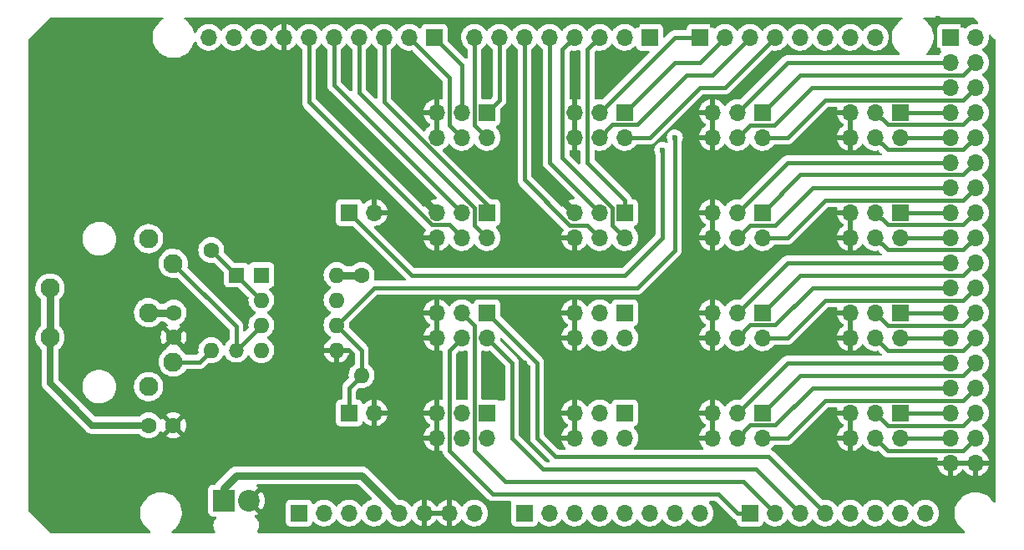
<source format=gbr>
%TF.GenerationSoftware,KiCad,Pcbnew,(6.0.5)*%
%TF.CreationDate,2023-01-19T14:10:39-05:00*%
%TF.ProjectId,floppy_mega,666c6f70-7079-45f6-9d65-67612e6b6963,rev?*%
%TF.SameCoordinates,Original*%
%TF.FileFunction,Copper,L1,Top*%
%TF.FilePolarity,Positive*%
%FSLAX46Y46*%
G04 Gerber Fmt 4.6, Leading zero omitted, Abs format (unit mm)*
G04 Created by KiCad (PCBNEW (6.0.5)) date 2023-01-19 14:10:39*
%MOMM*%
%LPD*%
G01*
G04 APERTURE LIST*
%TA.AperFunction,ComponentPad*%
%ADD10C,1.600000*%
%TD*%
%TA.AperFunction,ComponentPad*%
%ADD11O,1.600000X1.600000*%
%TD*%
%TA.AperFunction,ComponentPad*%
%ADD12R,1.700000X1.700000*%
%TD*%
%TA.AperFunction,ComponentPad*%
%ADD13O,1.700000X1.700000*%
%TD*%
%TA.AperFunction,ComponentPad*%
%ADD14R,2.200000X2.200000*%
%TD*%
%TA.AperFunction,ComponentPad*%
%ADD15C,2.200000*%
%TD*%
%TA.AperFunction,ComponentPad*%
%ADD16C,1.950000*%
%TD*%
%TA.AperFunction,ComponentPad*%
%ADD17R,1.600000X1.600000*%
%TD*%
%TA.AperFunction,ComponentPad*%
%ADD18R,1.500000X1.500000*%
%TD*%
%TA.AperFunction,ComponentPad*%
%ADD19O,1.500000X1.500000*%
%TD*%
%TA.AperFunction,ViaPad*%
%ADD20C,0.600000*%
%TD*%
%TA.AperFunction,Conductor*%
%ADD21C,0.800000*%
%TD*%
%TA.AperFunction,Conductor*%
%ADD22C,0.400000*%
%TD*%
%TA.AperFunction,Conductor*%
%ADD23C,0.700000*%
%TD*%
G04 APERTURE END LIST*
D10*
%TO.P,R2,1*%
%TO.N,+5V*%
X137668000Y-94996000D03*
D11*
%TO.P,R2,2*%
%TO.N,/RX0*%
X137668000Y-105156000D03*
%TD*%
D12*
%TO.P,J11,1,Pin_1*%
%TO.N,/TX0*%
X136398000Y-88646000D03*
D13*
%TO.P,J11,2,Pin_2*%
%TO.N,GND*%
X138938000Y-88646000D03*
%TD*%
D12*
%TO.P,J10,1,Pin_1*%
%TO.N,/RX0*%
X136398000Y-108966000D03*
D13*
%TO.P,J10,2,Pin_2*%
%TO.N,GND*%
X138938000Y-108966000D03*
%TD*%
D12*
%TO.P,F11,1,Pin_1*%
%TO.N,/D39*%
X178308000Y-98806000D03*
D13*
%TO.P,F11,2,Pin_2*%
%TO.N,/D41*%
X178308000Y-101346000D03*
%TO.P,F11,3,Pin_3*%
%TO.N,/D38*%
X175768000Y-98806000D03*
%TO.P,F11,4,Pin_4*%
%TO.N,/D40*%
X175768000Y-101346000D03*
%TO.P,F11,5,Pin_5*%
%TO.N,GND*%
X173228000Y-98806000D03*
%TO.P,F11,6,Pin_6*%
X173228000Y-101346000D03*
%TD*%
D12*
%TO.P,F10,1,Pin_1*%
%TO.N,/D31*%
X178308000Y-88646000D03*
D13*
%TO.P,F10,2,Pin_2*%
%TO.N,/D33*%
X178308000Y-91186000D03*
%TO.P,F10,3,Pin_3*%
%TO.N,/D30*%
X175768000Y-88646000D03*
%TO.P,F10,4,Pin_4*%
%TO.N,/D32*%
X175768000Y-91186000D03*
%TO.P,F10,5,Pin_5*%
%TO.N,GND*%
X173228000Y-88646000D03*
%TO.P,F10,6,Pin_6*%
X173228000Y-91186000D03*
%TD*%
%TO.P,F4,6,Pin_6*%
%TO.N,GND*%
X145288000Y-111506000D03*
%TO.P,F4,5,Pin_5*%
X145288000Y-108966000D03*
%TO.P,F4,4,Pin_4*%
%TO.N,/A0*%
X147828000Y-111506000D03*
%TO.P,F4,3,Pin_3*%
%TO.N,/A1*%
X147828000Y-108966000D03*
%TO.P,F4,2,Pin_2*%
%TO.N,/A2*%
X150368000Y-111506000D03*
D12*
%TO.P,F4,1,Pin_1*%
%TO.N,/A3*%
X150368000Y-108966000D03*
%TD*%
%TO.P,F2,1,Pin_1*%
%TO.N,/D10*%
X150368000Y-88646000D03*
D13*
%TO.P,F2,2,Pin_2*%
%TO.N,/D11*%
X150368000Y-91186000D03*
%TO.P,F2,3,Pin_3*%
%TO.N,/D12*%
X147828000Y-88646000D03*
%TO.P,F2,4,Pin_4*%
%TO.N,/D13*%
X147828000Y-91186000D03*
%TO.P,F2,5,Pin_5*%
%TO.N,GND*%
X145288000Y-88646000D03*
%TO.P,F2,6,Pin_6*%
X145288000Y-91186000D03*
%TD*%
D12*
%TO.P,F1,1,Pin_1*%
%TO.N,/D6*%
X150368000Y-78486000D03*
D13*
%TO.P,F1,2,Pin_2*%
%TO.N,/D7*%
X150368000Y-81026000D03*
%TO.P,F1,3,Pin_3*%
%TO.N,/D8*%
X147828000Y-78486000D03*
%TO.P,F1,4,Pin_4*%
%TO.N,/D9*%
X147828000Y-81026000D03*
%TO.P,F1,5,Pin_5*%
%TO.N,GND*%
X145288000Y-78486000D03*
%TO.P,F1,6,Pin_6*%
X145288000Y-81026000D03*
%TD*%
D12*
%TO.P,F6,1,Pin_1*%
%TO.N,/D2*%
X164338000Y-88646000D03*
D13*
%TO.P,F6,2,Pin_2*%
%TO.N,/D3*%
X164338000Y-91186000D03*
%TO.P,F6,3,Pin_3*%
%TO.N,/D4*%
X161798000Y-88646000D03*
%TO.P,F6,4,Pin_4*%
%TO.N,/D5*%
X161798000Y-91186000D03*
%TO.P,F6,5,Pin_5*%
%TO.N,GND*%
X159258000Y-88646000D03*
%TO.P,F6,6,Pin_6*%
X159258000Y-91186000D03*
%TD*%
D12*
%TO.P,F5,1,Pin_1*%
%TO.N,/D15*%
X164338000Y-78486000D03*
D13*
%TO.P,F5,2,Pin_2*%
%TO.N,/D17*%
X164338000Y-81026000D03*
%TO.P,F5,3,Pin_3*%
%TO.N,/D14*%
X161798000Y-78486000D03*
%TO.P,F5,4,Pin_4*%
%TO.N,/D16*%
X161798000Y-81026000D03*
%TO.P,F5,5,Pin_5*%
%TO.N,GND*%
X159258000Y-78486000D03*
%TO.P,F5,6,Pin_6*%
X159258000Y-81026000D03*
%TD*%
D12*
%TO.P,F9,1,Pin_1*%
%TO.N,/D23*%
X178308000Y-78486000D03*
D13*
%TO.P,F9,2,Pin_2*%
%TO.N,/D25*%
X178308000Y-81026000D03*
%TO.P,F9,3,Pin_3*%
%TO.N,/D22*%
X175768000Y-78486000D03*
%TO.P,F9,4,Pin_4*%
%TO.N,/D24*%
X175768000Y-81026000D03*
%TO.P,F9,5,Pin_5*%
%TO.N,GND*%
X173228000Y-78486000D03*
%TO.P,F9,6,Pin_6*%
X173228000Y-81026000D03*
%TD*%
D12*
%TO.P,F13,1,Pin_1*%
%TO.N,/D26*%
X192278000Y-78486000D03*
D13*
%TO.P,F13,2,Pin_2*%
%TO.N,/D28*%
X192278000Y-81026000D03*
%TO.P,F13,3,Pin_3*%
%TO.N,/D27*%
X189738000Y-78486000D03*
%TO.P,F13,4,Pin_4*%
%TO.N,/D29*%
X189738000Y-81026000D03*
%TO.P,F13,5,Pin_5*%
%TO.N,GND*%
X187198000Y-78486000D03*
%TO.P,F13,6,Pin_6*%
X187198000Y-81026000D03*
%TD*%
D12*
%TO.P,F14,1,Pin_1*%
%TO.N,/D34*%
X192278000Y-88646000D03*
D13*
%TO.P,F14,2,Pin_2*%
%TO.N,/D36*%
X192278000Y-91186000D03*
%TO.P,F14,3,Pin_3*%
%TO.N,/D35*%
X189738000Y-88646000D03*
%TO.P,F14,4,Pin_4*%
%TO.N,/D37*%
X189738000Y-91186000D03*
%TO.P,F14,5,Pin_5*%
%TO.N,GND*%
X187198000Y-88646000D03*
%TO.P,F14,6,Pin_6*%
X187198000Y-91186000D03*
%TD*%
D12*
%TO.P,F15,1,Pin_1*%
%TO.N,/D42*%
X192278000Y-98806000D03*
D13*
%TO.P,F15,2,Pin_2*%
%TO.N,/D44*%
X192278000Y-101346000D03*
%TO.P,F15,3,Pin_3*%
%TO.N,/D43*%
X189738000Y-98806000D03*
%TO.P,F15,4,Pin_4*%
%TO.N,/D45*%
X189738000Y-101346000D03*
%TO.P,F15,5,Pin_5*%
%TO.N,GND*%
X187198000Y-98806000D03*
%TO.P,F15,6,Pin_6*%
X187198000Y-101346000D03*
%TD*%
D12*
%TO.P,F12,1,Pin_1*%
%TO.N,/D47*%
X178308000Y-108966000D03*
D13*
%TO.P,F12,2,Pin_2*%
%TO.N,/D49*%
X178308000Y-111506000D03*
%TO.P,F12,3,Pin_3*%
%TO.N,/D46*%
X175768000Y-108966000D03*
%TO.P,F12,4,Pin_4*%
%TO.N,/D48*%
X175768000Y-111506000D03*
%TO.P,F12,5,Pin_5*%
%TO.N,GND*%
X173228000Y-108966000D03*
%TO.P,F12,6,Pin_6*%
X173228000Y-111506000D03*
%TD*%
%TO.P,F16,6,Pin_6*%
%TO.N,GND*%
X187198000Y-111506000D03*
%TO.P,F16,5,Pin_5*%
X187198000Y-108966000D03*
%TO.P,F16,4,Pin_4*%
%TO.N,/D53*%
X189738000Y-111506000D03*
%TO.P,F16,3,Pin_3*%
%TO.N,/D51*%
X189738000Y-108966000D03*
%TO.P,F16,2,Pin_2*%
%TO.N,/D52*%
X192278000Y-111506000D03*
D12*
%TO.P,F16,1,Pin_1*%
%TO.N,/D50*%
X192278000Y-108966000D03*
%TD*%
D14*
%TO.P,J9,1,Pin_1*%
%TO.N,+5V*%
X123698000Y-117856000D03*
D15*
%TO.P,J9,2,Pin_2*%
%TO.N,GND*%
X126238000Y-117856000D03*
%TD*%
D12*
%TO.P,F7,1,Pin_1*%
%TO.N,/A15*%
X164338000Y-98806000D03*
D13*
%TO.P,F7,2,Pin_2*%
%TO.N,/A14*%
X164338000Y-101346000D03*
%TO.P,F7,3,Pin_3*%
%TO.N,/A13*%
X161798000Y-98806000D03*
%TO.P,F7,4,Pin_4*%
%TO.N,/A12*%
X161798000Y-101346000D03*
%TO.P,F7,5,Pin_5*%
%TO.N,GND*%
X159258000Y-98806000D03*
%TO.P,F7,6,Pin_6*%
X159258000Y-101346000D03*
%TD*%
%TO.P,F3,6,Pin_6*%
%TO.N,GND*%
X145288000Y-101346000D03*
%TO.P,F3,5,Pin_5*%
X145288000Y-98806000D03*
%TO.P,F3,4,Pin_4*%
%TO.N,/A8*%
X147828000Y-101346000D03*
%TO.P,F3,3,Pin_3*%
%TO.N,/A9*%
X147828000Y-98806000D03*
%TO.P,F3,2,Pin_2*%
%TO.N,/A10*%
X150368000Y-101346000D03*
D12*
%TO.P,F3,1,Pin_1*%
%TO.N,/A11*%
X150368000Y-98806000D03*
%TD*%
D13*
%TO.P,F8,6,Pin_6*%
%TO.N,GND*%
X159258000Y-111506000D03*
%TO.P,F8,5,Pin_5*%
X159258000Y-108966000D03*
%TO.P,F8,4,Pin_4*%
%TO.N,/A4*%
X161798000Y-111506000D03*
%TO.P,F8,3,Pin_3*%
%TO.N,/A5*%
X161798000Y-108966000D03*
%TO.P,F8,2,Pin_2*%
%TO.N,/A6*%
X164338000Y-111506000D03*
D12*
%TO.P,F8,1,Pin_1*%
%TO.N,/A7*%
X164338000Y-108966000D03*
%TD*%
D16*
%TO.P,J8,1*%
%TO.N,unconnected-(J8-Pad1)*%
X116078000Y-106306000D03*
%TO.P,J8,2*%
%TO.N,/MIDI_GND*%
X116078000Y-98806000D03*
%TO.P,J8,3*%
%TO.N,unconnected-(J8-Pad3)*%
X116078000Y-91306000D03*
%TO.P,J8,4*%
%TO.N,/MIDI_SEND*%
X118578000Y-103806000D03*
%TO.P,J8,5*%
%TO.N,/MIDI_RETURN*%
X118578000Y-93806000D03*
%TO.P,J8,S1*%
%TO.N,/MIDI_SHIELD*%
X106078000Y-96306000D03*
%TO.P,J8,S2*%
X106078000Y-101306000D03*
%TD*%
D11*
%TO.P,U1,8,VCC*%
%TO.N,+5V*%
X135128000Y-94996000D03*
%TO.P,U1,7,VO1*%
%TO.N,unconnected-(U1-Pad7)*%
X135128000Y-97536000D03*
%TO.P,U1,6,VO2*%
%TO.N,/RX0*%
X135128000Y-100076000D03*
%TO.P,U1,5,GND*%
%TO.N,GND*%
X135128000Y-102616000D03*
%TO.P,U1,4,NC*%
%TO.N,unconnected-(U1-Pad4)*%
X127508000Y-102616000D03*
%TO.P,U1,3,C2*%
%TO.N,/MIDI_RETURN*%
X127508000Y-100076000D03*
%TO.P,U1,2,C1*%
%TO.N,Net-(D1-Pad1)*%
X127508000Y-97536000D03*
D17*
%TO.P,U1,1,NC*%
%TO.N,unconnected-(U1-Pad1)*%
X127508000Y-94996000D03*
%TD*%
D11*
%TO.P,R1,2*%
%TO.N,/MIDI_SEND*%
X122428000Y-102616000D03*
D10*
%TO.P,R1,1*%
%TO.N,Net-(D1-Pad1)*%
X122428000Y-92456000D03*
%TD*%
D18*
%TO.P,D1,1,K*%
%TO.N,Net-(D1-Pad1)*%
X124968000Y-94991000D03*
D19*
%TO.P,D1,2,A*%
%TO.N,/MIDI_RETURN*%
X124968000Y-102611000D03*
%TD*%
D10*
%TO.P,C2,1*%
%TO.N,/MIDI_GND*%
X118618000Y-98806000D03*
%TO.P,C2,2*%
%TO.N,GND*%
X118618000Y-101306000D03*
%TD*%
%TO.P,C1,1*%
%TO.N,/MIDI_SHIELD*%
X116078000Y-110236000D03*
%TO.P,C1,2*%
%TO.N,GND*%
X118578000Y-110236000D03*
%TD*%
D12*
%TO.P,J5,1,Pin_1*%
%TO.N,/D14*%
X171958000Y-70866000D03*
D13*
%TO.P,J5,2,Pin_2*%
%TO.N,/D15*%
X174498000Y-70866000D03*
%TO.P,J5,3,Pin_3*%
%TO.N,/D16*%
X177038000Y-70866000D03*
%TO.P,J5,4,Pin_4*%
%TO.N,/D17*%
X179578000Y-70866000D03*
%TO.P,J5,5,Pin_5*%
%TO.N,/D18*%
X182118000Y-70866000D03*
%TO.P,J5,6,Pin_6*%
%TO.N,/D19*%
X184658000Y-70866000D03*
%TO.P,J5,7,Pin_7*%
%TO.N,/D20*%
X187198000Y-70866000D03*
%TO.P,J5,8,Pin_8*%
%TO.N,/D21*%
X189738000Y-70866000D03*
%TD*%
D12*
%TO.P,J6,1,Pin_1*%
%TO.N,/RX0*%
X166878000Y-70866000D03*
D13*
%TO.P,J6,2,Pin_2*%
%TO.N,/TX0*%
X164338000Y-70866000D03*
%TO.P,J6,3,Pin_3*%
%TO.N,/D2*%
X161798000Y-70866000D03*
%TO.P,J6,4,Pin_4*%
%TO.N,/D3*%
X159258000Y-70866000D03*
%TO.P,J6,5,Pin_5*%
%TO.N,/D4*%
X156718000Y-70866000D03*
%TO.P,J6,6,Pin_6*%
%TO.N,/D5*%
X154178000Y-70866000D03*
%TO.P,J6,7,Pin_7*%
%TO.N,/D6*%
X151638000Y-70866000D03*
%TO.P,J6,8,Pin_8*%
%TO.N,/D7*%
X149098000Y-70866000D03*
%TD*%
D12*
%TO.P,J7,1,Pin_1*%
%TO.N,/D8*%
X145034000Y-70866000D03*
D13*
%TO.P,J7,2,Pin_2*%
%TO.N,/D9*%
X142494000Y-70866000D03*
%TO.P,J7,3,Pin_3*%
%TO.N,/D10*%
X139954000Y-70866000D03*
%TO.P,J7,4,Pin_4*%
%TO.N,/D11*%
X137414000Y-70866000D03*
%TO.P,J7,5,Pin_5*%
%TO.N,/D12*%
X134874000Y-70866000D03*
%TO.P,J7,6,Pin_6*%
%TO.N,/D13*%
X132334000Y-70866000D03*
%TO.P,J7,7,Pin_7*%
%TO.N,GND*%
X129794000Y-70866000D03*
%TO.P,J7,8,Pin_8*%
%TO.N,/AREF*%
X127254000Y-70866000D03*
%TO.P,J7,9,Pin_9*%
%TO.N,unconnected-(J7-Pad9)*%
X124714000Y-70866000D03*
%TO.P,J7,10,Pin_10*%
%TO.N,unconnected-(J7-Pad10)*%
X122174000Y-70866000D03*
%TD*%
D12*
%TO.P,J3,1,Pin_1*%
%TO.N,/A8*%
X177038000Y-119126000D03*
D13*
%TO.P,J3,2,Pin_2*%
%TO.N,/A9*%
X179578000Y-119126000D03*
%TO.P,J3,3,Pin_3*%
%TO.N,/A10*%
X182118000Y-119126000D03*
%TO.P,J3,4,Pin_4*%
%TO.N,/A11*%
X184658000Y-119126000D03*
%TO.P,J3,5,Pin_5*%
%TO.N,/A12*%
X187198000Y-119126000D03*
%TO.P,J3,6,Pin_6*%
%TO.N,/A13*%
X189738000Y-119126000D03*
%TO.P,J3,7,Pin_7*%
%TO.N,/A14*%
X192278000Y-119126000D03*
%TO.P,J3,8,Pin_8*%
%TO.N,/A15*%
X194818000Y-119126000D03*
%TD*%
D12*
%TO.P,J2,1,Pin_1*%
%TO.N,/A0*%
X154178000Y-119126000D03*
D13*
%TO.P,J2,2,Pin_2*%
%TO.N,/A1*%
X156718000Y-119126000D03*
%TO.P,J2,3,Pin_3*%
%TO.N,/A2*%
X159258000Y-119126000D03*
%TO.P,J2,4,Pin_4*%
%TO.N,/A3*%
X161798000Y-119126000D03*
%TO.P,J2,5,Pin_5*%
%TO.N,/A4*%
X164338000Y-119126000D03*
%TO.P,J2,6,Pin_6*%
%TO.N,/A5*%
X166878000Y-119126000D03*
%TO.P,J2,7,Pin_7*%
%TO.N,/A6*%
X169418000Y-119126000D03*
%TO.P,J2,8,Pin_8*%
%TO.N,/A7*%
X171958000Y-119126000D03*
%TD*%
D12*
%TO.P,J1,1,Pin_1*%
%TO.N,unconnected-(J1-Pad1)*%
X131318000Y-119126000D03*
D13*
%TO.P,J1,2,Pin_2*%
%TO.N,/IOREF*%
X133858000Y-119126000D03*
%TO.P,J1,3,Pin_3*%
%TO.N,/~{RESET}*%
X136398000Y-119126000D03*
%TO.P,J1,4,Pin_4*%
%TO.N,+3V3*%
X138938000Y-119126000D03*
%TO.P,J1,5,Pin_5*%
%TO.N,+5V*%
X141478000Y-119126000D03*
%TO.P,J1,6,Pin_6*%
%TO.N,GND*%
X144018000Y-119126000D03*
%TO.P,J1,7,Pin_7*%
X146558000Y-119126000D03*
%TO.P,J1,8,Pin_8*%
%TO.N,/V_{IN}*%
X149098000Y-119126000D03*
%TD*%
%TO.P,J4,36,Pin_36*%
%TO.N,GND*%
X199898000Y-114046000D03*
%TO.P,J4,35,Pin_35*%
X197358000Y-114046000D03*
%TO.P,J4,34,Pin_34*%
%TO.N,/D53*%
X199898000Y-111506000D03*
%TO.P,J4,33,Pin_33*%
%TO.N,/D52*%
X197358000Y-111506000D03*
%TO.P,J4,32,Pin_32*%
%TO.N,/D51*%
X199898000Y-108966000D03*
%TO.P,J4,31,Pin_31*%
%TO.N,/D50*%
X197358000Y-108966000D03*
%TO.P,J4,30,Pin_30*%
%TO.N,/D49*%
X199898000Y-106426000D03*
%TO.P,J4,29,Pin_29*%
%TO.N,/D48*%
X197358000Y-106426000D03*
%TO.P,J4,28,Pin_28*%
%TO.N,/D47*%
X199898000Y-103886000D03*
%TO.P,J4,27,Pin_27*%
%TO.N,/D46*%
X197358000Y-103886000D03*
%TO.P,J4,26,Pin_26*%
%TO.N,/D45*%
X199898000Y-101346000D03*
%TO.P,J4,25,Pin_25*%
%TO.N,/D44*%
X197358000Y-101346000D03*
%TO.P,J4,24,Pin_24*%
%TO.N,/D43*%
X199898000Y-98806000D03*
%TO.P,J4,23,Pin_23*%
%TO.N,/D42*%
X197358000Y-98806000D03*
%TO.P,J4,22,Pin_22*%
%TO.N,/D41*%
X199898000Y-96266000D03*
%TO.P,J4,21,Pin_21*%
%TO.N,/D40*%
X197358000Y-96266000D03*
%TO.P,J4,20,Pin_20*%
%TO.N,/D39*%
X199898000Y-93726000D03*
%TO.P,J4,19,Pin_19*%
%TO.N,/D38*%
X197358000Y-93726000D03*
%TO.P,J4,18,Pin_18*%
%TO.N,/D37*%
X199898000Y-91186000D03*
%TO.P,J4,17,Pin_17*%
%TO.N,/D36*%
X197358000Y-91186000D03*
%TO.P,J4,16,Pin_16*%
%TO.N,/D35*%
X199898000Y-88646000D03*
%TO.P,J4,15,Pin_15*%
%TO.N,/D34*%
X197358000Y-88646000D03*
%TO.P,J4,14,Pin_14*%
%TO.N,/D33*%
X199898000Y-86106000D03*
%TO.P,J4,13,Pin_13*%
%TO.N,/D32*%
X197358000Y-86106000D03*
%TO.P,J4,12,Pin_12*%
%TO.N,/D31*%
X199898000Y-83566000D03*
%TO.P,J4,11,Pin_11*%
%TO.N,/D30*%
X197358000Y-83566000D03*
%TO.P,J4,10,Pin_10*%
%TO.N,/D29*%
X199898000Y-81026000D03*
%TO.P,J4,9,Pin_9*%
%TO.N,/D28*%
X197358000Y-81026000D03*
%TO.P,J4,8,Pin_8*%
%TO.N,/D27*%
X199898000Y-78486000D03*
%TO.P,J4,7,Pin_7*%
%TO.N,/D26*%
X197358000Y-78486000D03*
%TO.P,J4,6,Pin_6*%
%TO.N,/D25*%
X199898000Y-75946000D03*
%TO.P,J4,5,Pin_5*%
%TO.N,/D24*%
X197358000Y-75946000D03*
%TO.P,J4,4,Pin_4*%
%TO.N,/D23*%
X199898000Y-73406000D03*
%TO.P,J4,3,Pin_3*%
%TO.N,/D22*%
X197358000Y-73406000D03*
%TO.P,J4,2,Pin_2*%
%TO.N,unconnected-(J4-Pad2)*%
X199898000Y-70866000D03*
D12*
%TO.P,J4,1,Pin_1*%
%TO.N,unconnected-(J4-Pad1)*%
X197358000Y-70866000D03*
%TD*%
D20*
%TO.N,GND*%
X154178000Y-106426000D03*
X154178000Y-108966000D03*
X154178000Y-103886000D03*
X151638000Y-105156000D03*
X150368000Y-105156000D03*
X147828000Y-106426000D03*
X147828000Y-105156000D03*
X169418000Y-69596000D03*
X164338000Y-73406000D03*
X121158000Y-81026000D03*
X127508000Y-78486000D03*
X124968000Y-73406000D03*
X122428000Y-78486000D03*
X155448000Y-93726000D03*
X140208000Y-94996000D03*
X112903000Y-98806000D03*
X131318000Y-88646000D03*
X116078000Y-86106000D03*
X121158000Y-88646000D03*
X128778000Y-91186000D03*
X116078000Y-81026000D03*
X110998000Y-86106000D03*
X105918000Y-83566000D03*
X110998000Y-81026000D03*
X105918000Y-78486000D03*
X113538000Y-70866000D03*
X105918000Y-73406000D03*
X108458000Y-70866000D03*
X105918000Y-91186000D03*
X114808000Y-102616000D03*
X109728000Y-102616000D03*
X113538000Y-94996000D03*
X108458000Y-94996000D03*
X131318000Y-98806000D03*
X132588000Y-102616000D03*
X132588000Y-96266000D03*
X130048000Y-96266000D03*
X130048000Y-102616000D03*
X133858000Y-105156000D03*
X123698000Y-110236000D03*
X130048000Y-112776000D03*
X121158000Y-112776000D03*
X127508000Y-107696000D03*
X132588000Y-111506000D03*
X130048000Y-106426000D03*
X123698000Y-105156000D03*
X118618000Y-106426000D03*
X113538000Y-114046000D03*
X108458000Y-115316000D03*
X104648000Y-111506000D03*
X104648000Y-105156000D03*
X104648000Y-98806000D03*
X121158000Y-120396000D03*
X113538000Y-120396000D03*
X107188000Y-120396000D03*
X104648000Y-117856000D03*
X140208000Y-115316000D03*
X140208000Y-112776000D03*
X143383000Y-93091000D03*
X142748000Y-89916000D03*
X135128000Y-82296000D03*
X138938000Y-86106000D03*
X131318000Y-78486000D03*
X130683000Y-72771000D03*
X135128000Y-77851000D03*
X139573000Y-82931000D03*
X185293000Y-110236000D03*
X185293000Y-102616000D03*
X185293000Y-92456000D03*
X185293000Y-82296000D03*
X177673000Y-74676000D03*
X175133000Y-85471000D03*
X171323000Y-85471000D03*
X169418000Y-95631000D03*
X173863000Y-95631000D03*
X154813000Y-91186000D03*
X155448000Y-101346000D03*
X157353000Y-97536000D03*
X152273000Y-97536000D03*
X159893000Y-105791000D03*
X157353000Y-111506000D03*
X142748000Y-112141000D03*
X142748000Y-106426000D03*
X142748000Y-101981000D03*
X140208000Y-101981000D03*
X140208000Y-105791000D03*
X142748000Y-117221000D03*
X142113000Y-97536000D03*
X140208000Y-99441000D03*
X155448000Y-77851000D03*
X155448000Y-84201000D03*
X150368000Y-75311000D03*
X150368000Y-72136000D03*
X138938000Y-76581000D03*
X138938000Y-72136000D03*
X136398000Y-75311000D03*
X136398000Y-72771000D03*
X143383000Y-86741000D03*
X133858000Y-72771000D03*
X141478000Y-69596000D03*
X138938000Y-69596000D03*
X136398000Y-69596000D03*
X133858000Y-69596000D03*
X131318000Y-69596000D03*
X128778000Y-69596000D03*
X126238000Y-69596000D03*
X123698000Y-69596000D03*
X147828000Y-72136000D03*
X163703000Y-107061000D03*
X157353000Y-86741000D03*
X155448000Y-72136000D03*
X166243000Y-91186000D03*
%TO.N,/RX0*%
X169418000Y-81026000D03*
%TO.N,/TX0*%
X168148000Y-82296000D03*
%TO.N,GND*%
X157353000Y-106426000D03*
X166243000Y-98806000D03*
X168148000Y-100711000D03*
X177673000Y-103886000D03*
X171323000Y-103886000D03*
X174498000Y-107696000D03*
X180848000Y-92456000D03*
X180848000Y-102616000D03*
X185928000Y-100076000D03*
X188468000Y-102616000D03*
X185928000Y-89916000D03*
X188468000Y-92456000D03*
X165608000Y-86106000D03*
X174498000Y-87376000D03*
X171958000Y-79756000D03*
X174498000Y-82296000D03*
X177038000Y-82296000D03*
X181483000Y-82296000D03*
X188468000Y-82296000D03*
X185928000Y-79756000D03*
X196088000Y-68961000D03*
X196088000Y-72136000D03*
X174498000Y-77216000D03*
X180848000Y-72136000D03*
X183388000Y-72136000D03*
X185928000Y-72136000D03*
X191008000Y-72136000D03*
X188468000Y-72136000D03*
X163068000Y-72136000D03*
X161798000Y-76581000D03*
X159258000Y-76581000D03*
X159258000Y-72771000D03*
X163068000Y-82296000D03*
X152273000Y-86741000D03*
X152908000Y-81026000D03*
X152908000Y-78486000D03*
X142748000Y-74676000D03*
X145288000Y-75311000D03*
X141478000Y-76581000D03*
X141478000Y-72136000D03*
X149098000Y-82296000D03*
X146558000Y-82296000D03*
X152908000Y-72136000D03*
X147828000Y-69596000D03*
X150368000Y-69596000D03*
X152908000Y-69596000D03*
X155448000Y-69596000D03*
X157988000Y-69596000D03*
X160528000Y-69596000D03*
X163068000Y-69596000D03*
X165608000Y-69596000D03*
X173228000Y-69596000D03*
X175768000Y-69596000D03*
X178308000Y-69596000D03*
X180848000Y-69596000D03*
X183388000Y-69596000D03*
X185928000Y-69596000D03*
X191008000Y-69596000D03*
X188468000Y-69596000D03*
X198628000Y-69596000D03*
X201168000Y-72136000D03*
X201168000Y-74676000D03*
X201168000Y-77216000D03*
X201168000Y-79756000D03*
X201168000Y-82296000D03*
X201168000Y-84836000D03*
X201168000Y-87376000D03*
X201168000Y-89916000D03*
X201168000Y-92456000D03*
X201168000Y-94996000D03*
X201168000Y-97536000D03*
X201168000Y-100076000D03*
X201168000Y-102616000D03*
X201168000Y-105156000D03*
X201168000Y-107696000D03*
X201168000Y-110236000D03*
X201168000Y-112776000D03*
X149098000Y-117221000D03*
X137033000Y-117221000D03*
X132588000Y-117221000D03*
X128778000Y-119126000D03*
X135128000Y-120396000D03*
X137668000Y-120396000D03*
X140208000Y-120396000D03*
X142748000Y-120396000D03*
X145288000Y-120396000D03*
X147828000Y-120396000D03*
X151638000Y-119126000D03*
X157988000Y-120396000D03*
X160528000Y-120396000D03*
X163068000Y-120396000D03*
X165608000Y-120396000D03*
X168148000Y-120396000D03*
X170688000Y-120396000D03*
X173863000Y-119126000D03*
X180848000Y-120396000D03*
X183388000Y-120396000D03*
X185928000Y-120396000D03*
X191008000Y-120396000D03*
X188468000Y-120396000D03*
X193548000Y-120396000D03*
X197358000Y-116586000D03*
X195453000Y-114046000D03*
X194818000Y-117221000D03*
X201168000Y-116586000D03*
X197358000Y-120396000D03*
X191643000Y-114046000D03*
X181483000Y-114046000D03*
X182118000Y-112141000D03*
X180213000Y-112776000D03*
X184023000Y-114046000D03*
X169418000Y-109601000D03*
X169418000Y-107696000D03*
X166878000Y-112141000D03*
%TD*%
D21*
%TO.N,GND*%
X145288000Y-88646000D02*
X143383000Y-86741000D01*
X159258000Y-88646000D02*
X157353000Y-86741000D01*
%TO.N,+5V*%
X135128000Y-94996000D02*
X137668000Y-94996000D01*
D22*
%TO.N,/RX0*%
X136398000Y-108966000D02*
X136398000Y-106426000D01*
X136398000Y-106426000D02*
X137668000Y-105156000D01*
X135128000Y-100076000D02*
X137668000Y-102616000D01*
X137668000Y-102616000D02*
X137668000Y-105156000D01*
%TO.N,/TX0*%
X164338000Y-94996000D02*
X168148000Y-91186000D01*
X168148000Y-91186000D02*
X168148000Y-82296000D01*
X142748000Y-94996000D02*
X164338000Y-94996000D01*
X136398000Y-88646000D02*
X142748000Y-94996000D01*
D21*
%TO.N,+5V*%
X137668000Y-115316000D02*
X141478000Y-119126000D01*
X124968000Y-115316000D02*
X137668000Y-115316000D01*
X123698000Y-116586000D02*
X124968000Y-115316000D01*
X123698000Y-117856000D02*
X123698000Y-116586000D01*
D22*
%TO.N,/RX0*%
X138938000Y-96266000D02*
X135128000Y-100076000D01*
X169418000Y-92456000D02*
X165608000Y-96266000D01*
X165608000Y-96266000D02*
X138938000Y-96266000D01*
X169418000Y-81026000D02*
X169418000Y-92456000D01*
%TO.N,Net-(D1-Pad1)*%
X124968000Y-94996000D02*
X127508000Y-97536000D01*
X124968000Y-94991000D02*
X124968000Y-94996000D01*
X122433000Y-92456000D02*
X124968000Y-94991000D01*
X122428000Y-92456000D02*
X122433000Y-92456000D01*
%TO.N,/MIDI_RETURN*%
X124968000Y-100196000D02*
X118578000Y-93806000D01*
X124968000Y-102611000D02*
X124968000Y-100196000D01*
X124973000Y-102611000D02*
X127508000Y-100076000D01*
X124968000Y-102611000D02*
X124973000Y-102611000D01*
%TO.N,/MIDI_SEND*%
X121238000Y-103806000D02*
X122428000Y-102616000D01*
X118578000Y-103806000D02*
X121238000Y-103806000D01*
%TO.N,/A11*%
X155448000Y-103886000D02*
X150368000Y-98806000D01*
X157353000Y-113411000D02*
X155448000Y-111506000D01*
X178943000Y-113411000D02*
X157353000Y-113411000D01*
X184658000Y-119126000D02*
X178943000Y-113411000D01*
X155448000Y-111506000D02*
X155448000Y-103886000D01*
%TO.N,/A10*%
X156083000Y-114681000D02*
X177673000Y-114681000D01*
X152908000Y-111506000D02*
X156083000Y-114681000D01*
X177673000Y-114681000D02*
X182118000Y-119126000D01*
X152908000Y-103886000D02*
X152908000Y-111506000D01*
X150368000Y-101346000D02*
X152908000Y-103886000D01*
%TO.N,/A9*%
X149098000Y-112776000D02*
X149098000Y-100076000D01*
X152273000Y-115951000D02*
X149098000Y-112776000D01*
X176403000Y-115951000D02*
X152273000Y-115951000D01*
X179578000Y-119126000D02*
X176403000Y-115951000D01*
X149098000Y-100076000D02*
X147828000Y-98806000D01*
%TO.N,/A8*%
X175768000Y-119126000D02*
X177038000Y-119126000D01*
X173863000Y-117221000D02*
X175768000Y-119126000D01*
X146558000Y-112776000D02*
X151003000Y-117221000D01*
X151003000Y-117221000D02*
X173863000Y-117221000D01*
X146558000Y-102616000D02*
X146558000Y-112776000D01*
X147828000Y-101346000D02*
X146558000Y-102616000D01*
%TO.N,/D12*%
X134874000Y-75692000D02*
X147828000Y-88646000D01*
X134874000Y-70866000D02*
X134874000Y-75692000D01*
%TO.N,/D13*%
X146537511Y-89895511D02*
X147828000Y-91186000D01*
X132334000Y-77459076D02*
X144770435Y-89895511D01*
X132334000Y-70866000D02*
X132334000Y-77459076D01*
X144770435Y-89895511D02*
X146537511Y-89895511D01*
%TO.N,/D11*%
X149098000Y-89916000D02*
X150368000Y-91186000D01*
X149098000Y-88148924D02*
X149098000Y-89916000D01*
X137414000Y-76464924D02*
X149098000Y-88148924D01*
X137414000Y-70866000D02*
X137414000Y-76464924D01*
%TO.N,/D10*%
X150368000Y-87873076D02*
X150368000Y-88646000D01*
X139954000Y-77459076D02*
X150368000Y-87873076D01*
X139954000Y-70866000D02*
X139954000Y-77459076D01*
%TO.N,/D9*%
X146578489Y-79776489D02*
X147828000Y-81026000D01*
X146578489Y-74950489D02*
X146578489Y-79776489D01*
X142494000Y-70866000D02*
X146578489Y-74950489D01*
%TO.N,/D6*%
X151638000Y-77216000D02*
X150368000Y-78486000D01*
X151638000Y-70866000D02*
X151638000Y-77216000D01*
%TO.N,/D7*%
X149098000Y-79756000D02*
X150368000Y-81026000D01*
X149098000Y-70866000D02*
X149098000Y-79756000D01*
%TO.N,/D8*%
X147828000Y-78486000D02*
X147828000Y-73660000D01*
X147828000Y-73660000D02*
X145034000Y-70866000D01*
%TO.N,/D2*%
X164338000Y-87376000D02*
X164338000Y-88646000D01*
X160548489Y-83586489D02*
X164338000Y-87376000D01*
X161798000Y-70866000D02*
X160548489Y-72115511D01*
X160548489Y-72115511D02*
X160548489Y-83586489D01*
%TO.N,/D3*%
X163088489Y-89936489D02*
X164338000Y-91186000D01*
X163088489Y-88169413D02*
X163088489Y-89936489D01*
X158008489Y-72115511D02*
X158008489Y-83089413D01*
X158008489Y-83089413D02*
X163088489Y-88169413D01*
X159258000Y-70866000D02*
X158008489Y-72115511D01*
%TO.N,/D5*%
X160528000Y-89916000D02*
X161798000Y-91186000D01*
X158760924Y-89916000D02*
X160528000Y-89916000D01*
X154178000Y-85333076D02*
X158760924Y-89916000D01*
X154178000Y-70866000D02*
X154178000Y-85333076D01*
%TO.N,/D4*%
X156718000Y-83566000D02*
X161798000Y-88646000D01*
X156718000Y-70866000D02*
X156718000Y-83566000D01*
%TO.N,/D17*%
X166878000Y-81026000D02*
X164338000Y-81026000D01*
X171958000Y-75946000D02*
X166878000Y-81026000D01*
X174498000Y-75946000D02*
X171958000Y-75946000D01*
X179578000Y-70866000D02*
X174498000Y-75946000D01*
%TO.N,/D16*%
X170647022Y-74676000D02*
X165587511Y-79735511D01*
X173228000Y-74676000D02*
X170647022Y-74676000D01*
X163088489Y-79735511D02*
X165587511Y-79735511D01*
X177038000Y-70866000D02*
X173228000Y-74676000D01*
X161798000Y-81026000D02*
X163088489Y-79735511D01*
%TO.N,/D15*%
X171958000Y-73406000D02*
X174498000Y-70866000D01*
X169418000Y-73406000D02*
X171958000Y-73406000D01*
X164338000Y-78486000D02*
X169418000Y-73406000D01*
%TO.N,/D14*%
X169418000Y-70866000D02*
X161798000Y-78486000D01*
X171958000Y-70866000D02*
X169418000Y-70866000D01*
%TO.N,/D53*%
X199898000Y-111506000D02*
X198628000Y-112776000D01*
X191008000Y-112776000D02*
X198628000Y-112776000D01*
X189738000Y-111506000D02*
X191008000Y-112776000D01*
%TO.N,/D51*%
X191008000Y-110236000D02*
X189738000Y-108966000D01*
X198628000Y-110236000D02*
X191008000Y-110236000D01*
X199898000Y-108966000D02*
X198628000Y-110236000D01*
%TO.N,/D52*%
X197358000Y-111506000D02*
X192278000Y-111506000D01*
%TO.N,/D50*%
X197358000Y-108966000D02*
X192278000Y-108966000D01*
%TO.N,/D45*%
X191008000Y-102616000D02*
X189738000Y-101346000D01*
X198628000Y-102616000D02*
X191008000Y-102616000D01*
X199898000Y-101346000D02*
X198628000Y-102616000D01*
%TO.N,/D43*%
X199898000Y-98806000D02*
X198628000Y-100076000D01*
X191008000Y-100076000D02*
X198628000Y-100076000D01*
X189738000Y-98806000D02*
X191008000Y-100076000D01*
%TO.N,/D44*%
X197358000Y-101346000D02*
X192278000Y-101346000D01*
%TO.N,/D42*%
X197358000Y-98806000D02*
X192278000Y-98806000D01*
%TO.N,/D37*%
X190987511Y-92435511D02*
X189738000Y-91186000D01*
X198648489Y-92435511D02*
X190987511Y-92435511D01*
X199898000Y-91186000D02*
X198648489Y-92435511D01*
%TO.N,/D35*%
X190987511Y-89895511D02*
X189738000Y-88646000D01*
X198648489Y-89895511D02*
X190987511Y-89895511D01*
X199898000Y-88646000D02*
X198648489Y-89895511D01*
%TO.N,/D36*%
X197358000Y-91186000D02*
X192278000Y-91186000D01*
%TO.N,/D34*%
X197358000Y-88646000D02*
X192278000Y-88646000D01*
%TO.N,/D29*%
X190987511Y-82275511D02*
X189738000Y-81026000D01*
X198648489Y-82275511D02*
X190987511Y-82275511D01*
X199898000Y-81026000D02*
X198648489Y-82275511D01*
%TO.N,/D27*%
X190987511Y-79735511D02*
X189738000Y-78486000D01*
X198648489Y-79735511D02*
X190987511Y-79735511D01*
X199898000Y-78486000D02*
X198648489Y-79735511D01*
%TO.N,/D28*%
X197358000Y-81026000D02*
X192278000Y-81026000D01*
%TO.N,/D26*%
X197358000Y-78486000D02*
X192278000Y-78486000D01*
%TO.N,/D49*%
X184637511Y-107716489D02*
X180848000Y-111506000D01*
X180848000Y-111506000D02*
X178308000Y-111506000D01*
X198607511Y-107716489D02*
X184637511Y-107716489D01*
X199898000Y-106426000D02*
X198607511Y-107716489D01*
%TO.N,/D48*%
X179598489Y-110215511D02*
X183388000Y-106426000D01*
X183388000Y-106426000D02*
X197358000Y-106426000D01*
X177058489Y-110215511D02*
X179598489Y-110215511D01*
X175768000Y-111506000D02*
X177058489Y-110215511D01*
%TO.N,/D47*%
X199898000Y-103886000D02*
X198628000Y-105156000D01*
X182118000Y-105156000D02*
X198628000Y-105156000D01*
X178308000Y-108966000D02*
X182118000Y-105156000D01*
%TO.N,/D46*%
X180848000Y-103886000D02*
X175768000Y-108966000D01*
X197358000Y-103886000D02*
X180848000Y-103886000D01*
%TO.N,/D41*%
X180848000Y-101346000D02*
X178308000Y-101346000D01*
X184637511Y-97556489D02*
X180848000Y-101346000D01*
X198607511Y-97556489D02*
X184637511Y-97556489D01*
X199898000Y-96266000D02*
X198607511Y-97556489D01*
%TO.N,/D40*%
X183388000Y-96266000D02*
X197358000Y-96266000D01*
X179598489Y-100055511D02*
X183388000Y-96266000D01*
X177058489Y-100055511D02*
X179598489Y-100055511D01*
X175768000Y-101346000D02*
X177058489Y-100055511D01*
%TO.N,/D39*%
X182097511Y-95016489D02*
X178308000Y-98806000D01*
X198607511Y-95016489D02*
X182097511Y-95016489D01*
X199898000Y-93726000D02*
X198607511Y-95016489D01*
%TO.N,/D38*%
X180848000Y-93726000D02*
X175768000Y-98806000D01*
X197358000Y-93726000D02*
X180848000Y-93726000D01*
%TO.N,/D25*%
X180848000Y-81026000D02*
X178308000Y-81026000D01*
X184637511Y-77236489D02*
X180848000Y-81026000D01*
X198607511Y-77236489D02*
X184637511Y-77236489D01*
X199898000Y-75946000D02*
X198607511Y-77236489D01*
%TO.N,/D24*%
X179537022Y-79756000D02*
X177038000Y-79756000D01*
X177038000Y-79756000D02*
X175768000Y-81026000D01*
X183347022Y-75946000D02*
X179537022Y-79756000D01*
X197358000Y-75946000D02*
X183347022Y-75946000D01*
%TO.N,/D23*%
X182097511Y-74696489D02*
X178308000Y-78486000D01*
X198607511Y-74696489D02*
X182097511Y-74696489D01*
X199898000Y-73406000D02*
X198607511Y-74696489D01*
%TO.N,/D22*%
X180848000Y-73406000D02*
X175768000Y-78486000D01*
X197358000Y-73406000D02*
X180848000Y-73406000D01*
%TO.N,/D33*%
X180848000Y-91186000D02*
X178308000Y-91186000D01*
X184637511Y-87396489D02*
X180848000Y-91186000D01*
X198607511Y-87396489D02*
X184637511Y-87396489D01*
X199898000Y-86106000D02*
X198607511Y-87396489D01*
%TO.N,/D32*%
X183388000Y-86106000D02*
X197358000Y-86106000D01*
X179557511Y-89936489D02*
X183388000Y-86106000D01*
X177017511Y-89936489D02*
X179557511Y-89936489D01*
X175768000Y-91186000D02*
X177017511Y-89936489D01*
%TO.N,/D31*%
X182138489Y-84815511D02*
X198648489Y-84815511D01*
X198648489Y-84815511D02*
X199898000Y-83566000D01*
X178308000Y-88646000D02*
X182138489Y-84815511D01*
%TO.N,/D30*%
X180848000Y-83566000D02*
X175768000Y-88646000D01*
X197358000Y-83566000D02*
X180848000Y-83566000D01*
%TO.N,GND*%
X159258000Y-101346000D02*
X159258000Y-101420926D01*
D21*
%TO.N,/MIDI_SHIELD*%
X106078000Y-96306000D02*
X106078000Y-101306000D01*
D23*
X110363000Y-110236000D02*
X116078000Y-110236000D01*
X106078000Y-105951000D02*
X110363000Y-110236000D01*
X106078000Y-101306000D02*
X106078000Y-105951000D01*
D21*
%TO.N,/MIDI_GND*%
X118618000Y-98806000D02*
X116078000Y-98806000D01*
%TD*%
%TA.AperFunction,Conductor*%
%TO.N,GND*%
G36*
X117511264Y-68854502D02*
G01*
X117557757Y-68908158D01*
X117567861Y-68978432D01*
X117538367Y-69043012D01*
X117515594Y-69063587D01*
X117287977Y-69223559D01*
X117272892Y-69237577D01*
X117140632Y-69360481D01*
X117077378Y-69419260D01*
X116895287Y-69641732D01*
X116745073Y-69886858D01*
X116743347Y-69890791D01*
X116743346Y-69890792D01*
X116691835Y-70008138D01*
X116629517Y-70150102D01*
X116628342Y-70154229D01*
X116628341Y-70154230D01*
X116624967Y-70166074D01*
X116550756Y-70426594D01*
X116510249Y-70711216D01*
X116510227Y-70715505D01*
X116510226Y-70715512D01*
X116508765Y-70994417D01*
X116508743Y-70998703D01*
X116509302Y-71002947D01*
X116509302Y-71002951D01*
X116516914Y-71060767D01*
X116546268Y-71283734D01*
X116622129Y-71561036D01*
X116623813Y-71564984D01*
X116719202Y-71788618D01*
X116734923Y-71825476D01*
X116781637Y-71903529D01*
X116855040Y-72026176D01*
X116882561Y-72072161D01*
X117062313Y-72296528D01*
X117141924Y-72372076D01*
X117265124Y-72488988D01*
X117270851Y-72494423D01*
X117504317Y-72662186D01*
X117508112Y-72664195D01*
X117508113Y-72664196D01*
X117529869Y-72675715D01*
X117758392Y-72796712D01*
X117782699Y-72805607D01*
X117975915Y-72876314D01*
X118028373Y-72895511D01*
X118309264Y-72956755D01*
X118337841Y-72959004D01*
X118532282Y-72974307D01*
X118532291Y-72974307D01*
X118534739Y-72974500D01*
X118690271Y-72974500D01*
X118692407Y-72974354D01*
X118692418Y-72974354D01*
X118900548Y-72960165D01*
X118900554Y-72960164D01*
X118904825Y-72959873D01*
X118909020Y-72959004D01*
X118909022Y-72959004D01*
X119097964Y-72919876D01*
X119186342Y-72901574D01*
X119457343Y-72805607D01*
X119672375Y-72694621D01*
X119709005Y-72675715D01*
X119709006Y-72675715D01*
X119712812Y-72673750D01*
X119716313Y-72671289D01*
X119716317Y-72671287D01*
X119896857Y-72544401D01*
X119948023Y-72508441D01*
X120047966Y-72415568D01*
X120155479Y-72315661D01*
X120155481Y-72315658D01*
X120158622Y-72312740D01*
X120340713Y-72090268D01*
X120490927Y-71845142D01*
X120494927Y-71836031D01*
X120604757Y-71585830D01*
X120606483Y-71581898D01*
X120611301Y-71564984D01*
X120667814Y-71366596D01*
X120705713Y-71306561D01*
X120770053Y-71276547D01*
X120840406Y-71286082D01*
X120894436Y-71332139D01*
X120905734Y-71353708D01*
X120957266Y-71480616D01*
X120994685Y-71541678D01*
X121071291Y-71666688D01*
X121073987Y-71671088D01*
X121220250Y-71839938D01*
X121392126Y-71982632D01*
X121585000Y-72095338D01*
X121589825Y-72097180D01*
X121589826Y-72097181D01*
X121662612Y-72124975D01*
X121793692Y-72175030D01*
X121798760Y-72176061D01*
X121798763Y-72176062D01*
X121858891Y-72188295D01*
X122012597Y-72219567D01*
X122017772Y-72219757D01*
X122017774Y-72219757D01*
X122230673Y-72227564D01*
X122230677Y-72227564D01*
X122235837Y-72227753D01*
X122240957Y-72227097D01*
X122240959Y-72227097D01*
X122452288Y-72200025D01*
X122452289Y-72200025D01*
X122457416Y-72199368D01*
X122462366Y-72197883D01*
X122666429Y-72136661D01*
X122666434Y-72136659D01*
X122671384Y-72135174D01*
X122871994Y-72036896D01*
X123053860Y-71907173D01*
X123212096Y-71749489D01*
X123271594Y-71666689D01*
X123342453Y-71568077D01*
X123343776Y-71569028D01*
X123390645Y-71525857D01*
X123460580Y-71513625D01*
X123526026Y-71541144D01*
X123553875Y-71572994D01*
X123613987Y-71671088D01*
X123760250Y-71839938D01*
X123932126Y-71982632D01*
X124125000Y-72095338D01*
X124129825Y-72097180D01*
X124129826Y-72097181D01*
X124202612Y-72124975D01*
X124333692Y-72175030D01*
X124338760Y-72176061D01*
X124338763Y-72176062D01*
X124398891Y-72188295D01*
X124552597Y-72219567D01*
X124557772Y-72219757D01*
X124557774Y-72219757D01*
X124770673Y-72227564D01*
X124770677Y-72227564D01*
X124775837Y-72227753D01*
X124780957Y-72227097D01*
X124780959Y-72227097D01*
X124992288Y-72200025D01*
X124992289Y-72200025D01*
X124997416Y-72199368D01*
X125002366Y-72197883D01*
X125206429Y-72136661D01*
X125206434Y-72136659D01*
X125211384Y-72135174D01*
X125411994Y-72036896D01*
X125593860Y-71907173D01*
X125752096Y-71749489D01*
X125811594Y-71666689D01*
X125882453Y-71568077D01*
X125883776Y-71569028D01*
X125930645Y-71525857D01*
X126000580Y-71513625D01*
X126066026Y-71541144D01*
X126093875Y-71572994D01*
X126153987Y-71671088D01*
X126300250Y-71839938D01*
X126472126Y-71982632D01*
X126665000Y-72095338D01*
X126669825Y-72097180D01*
X126669826Y-72097181D01*
X126742612Y-72124975D01*
X126873692Y-72175030D01*
X126878760Y-72176061D01*
X126878763Y-72176062D01*
X126938891Y-72188295D01*
X127092597Y-72219567D01*
X127097772Y-72219757D01*
X127097774Y-72219757D01*
X127310673Y-72227564D01*
X127310677Y-72227564D01*
X127315837Y-72227753D01*
X127320957Y-72227097D01*
X127320959Y-72227097D01*
X127532288Y-72200025D01*
X127532289Y-72200025D01*
X127537416Y-72199368D01*
X127542366Y-72197883D01*
X127746429Y-72136661D01*
X127746434Y-72136659D01*
X127751384Y-72135174D01*
X127951994Y-72036896D01*
X128133860Y-71907173D01*
X128292096Y-71749489D01*
X128351594Y-71666689D01*
X128422453Y-71568077D01*
X128423640Y-71568930D01*
X128470960Y-71525362D01*
X128540897Y-71513145D01*
X128606338Y-71540678D01*
X128634166Y-71572511D01*
X128691694Y-71666388D01*
X128697777Y-71674699D01*
X128837213Y-71835667D01*
X128844580Y-71842883D01*
X129008434Y-71978916D01*
X129016881Y-71984831D01*
X129200756Y-72092279D01*
X129210042Y-72096729D01*
X129409001Y-72172703D01*
X129418899Y-72175579D01*
X129522250Y-72196606D01*
X129536299Y-72195410D01*
X129540000Y-72185065D01*
X129540000Y-72184517D01*
X130048000Y-72184517D01*
X130052064Y-72198359D01*
X130065478Y-72200393D01*
X130072184Y-72199534D01*
X130082262Y-72197392D01*
X130286255Y-72136191D01*
X130295842Y-72132433D01*
X130487095Y-72038739D01*
X130495945Y-72033464D01*
X130669328Y-71909792D01*
X130677200Y-71903139D01*
X130828052Y-71752812D01*
X130834730Y-71744965D01*
X130962022Y-71567819D01*
X130963279Y-71568722D01*
X131010373Y-71525362D01*
X131080311Y-71513145D01*
X131145751Y-71540678D01*
X131173579Y-71572511D01*
X131233987Y-71671088D01*
X131380250Y-71839938D01*
X131552126Y-71982632D01*
X131563070Y-71989027D01*
X131611793Y-72040664D01*
X131625500Y-72097815D01*
X131625500Y-77430164D01*
X131625208Y-77438734D01*
X131621874Y-77487642D01*
X131621275Y-77496428D01*
X131622580Y-77503905D01*
X131622580Y-77503906D01*
X131632261Y-77559375D01*
X131633223Y-77565897D01*
X131640898Y-77629318D01*
X131643581Y-77636419D01*
X131644222Y-77639028D01*
X131648685Y-77655338D01*
X131649450Y-77657874D01*
X131650757Y-77665360D01*
X131665328Y-77698552D01*
X131676442Y-77723871D01*
X131678933Y-77729975D01*
X131701513Y-77789732D01*
X131705817Y-77795995D01*
X131707054Y-77798361D01*
X131715299Y-77813173D01*
X131716632Y-77815427D01*
X131719685Y-77822381D01*
X131731281Y-77837492D01*
X131758579Y-77873067D01*
X131762459Y-77878408D01*
X131794339Y-77924796D01*
X131794344Y-77924801D01*
X131798643Y-77931057D01*
X131804313Y-77936108D01*
X131804314Y-77936110D01*
X131845170Y-77972511D01*
X131850446Y-77977492D01*
X144143985Y-90271031D01*
X144178011Y-90333343D01*
X144172946Y-90404158D01*
X144158978Y-90431130D01*
X144106098Y-90508649D01*
X144101000Y-90517623D01*
X144011338Y-90710783D01*
X144007775Y-90720470D01*
X143952389Y-90920183D01*
X143953912Y-90928607D01*
X143966292Y-90932000D01*
X145015885Y-90932000D01*
X145031124Y-90927525D01*
X145032329Y-90926135D01*
X145034000Y-90918452D01*
X145034000Y-90730011D01*
X145054002Y-90661890D01*
X145107658Y-90615397D01*
X145160000Y-90604011D01*
X145416000Y-90604011D01*
X145484121Y-90624013D01*
X145530614Y-90677669D01*
X145542000Y-90730011D01*
X145542000Y-92504517D01*
X145546064Y-92518359D01*
X145559478Y-92520393D01*
X145566184Y-92519534D01*
X145576262Y-92517392D01*
X145780255Y-92456191D01*
X145789842Y-92452433D01*
X145981095Y-92358739D01*
X145989945Y-92353464D01*
X146163328Y-92229792D01*
X146171200Y-92223139D01*
X146322052Y-92072812D01*
X146328730Y-92064965D01*
X146456022Y-91887819D01*
X146457279Y-91888722D01*
X146504373Y-91845362D01*
X146574311Y-91833145D01*
X146639751Y-91860678D01*
X146667579Y-91892511D01*
X146676850Y-91907640D01*
X146727987Y-91991088D01*
X146874250Y-92159938D01*
X147046126Y-92302632D01*
X147239000Y-92415338D01*
X147243825Y-92417180D01*
X147243826Y-92417181D01*
X147282953Y-92432122D01*
X147447692Y-92495030D01*
X147452760Y-92496061D01*
X147452763Y-92496062D01*
X147512891Y-92508295D01*
X147666597Y-92539567D01*
X147671772Y-92539757D01*
X147671774Y-92539757D01*
X147884673Y-92547564D01*
X147884677Y-92547564D01*
X147889837Y-92547753D01*
X147894957Y-92547097D01*
X147894959Y-92547097D01*
X148106288Y-92520025D01*
X148106289Y-92520025D01*
X148111416Y-92519368D01*
X148116366Y-92517883D01*
X148320429Y-92456661D01*
X148320434Y-92456659D01*
X148325384Y-92455174D01*
X148525994Y-92356896D01*
X148707860Y-92227173D01*
X148746098Y-92189069D01*
X148862435Y-92073137D01*
X148866096Y-92069489D01*
X148954132Y-91946974D01*
X148996453Y-91888077D01*
X148997776Y-91889028D01*
X149044645Y-91845857D01*
X149114580Y-91833625D01*
X149180026Y-91861144D01*
X149207875Y-91892994D01*
X149216850Y-91907640D01*
X149267987Y-91991088D01*
X149414250Y-92159938D01*
X149586126Y-92302632D01*
X149779000Y-92415338D01*
X149783825Y-92417180D01*
X149783826Y-92417181D01*
X149822953Y-92432122D01*
X149987692Y-92495030D01*
X149992760Y-92496061D01*
X149992763Y-92496062D01*
X150052891Y-92508295D01*
X150206597Y-92539567D01*
X150211772Y-92539757D01*
X150211774Y-92539757D01*
X150424673Y-92547564D01*
X150424677Y-92547564D01*
X150429837Y-92547753D01*
X150434957Y-92547097D01*
X150434959Y-92547097D01*
X150646288Y-92520025D01*
X150646289Y-92520025D01*
X150651416Y-92519368D01*
X150656366Y-92517883D01*
X150860429Y-92456661D01*
X150860434Y-92456659D01*
X150865384Y-92455174D01*
X151065994Y-92356896D01*
X151247860Y-92227173D01*
X151286098Y-92189069D01*
X151402435Y-92073137D01*
X151406096Y-92069489D01*
X151536453Y-91888077D01*
X151544167Y-91872470D01*
X151633136Y-91692453D01*
X151633137Y-91692451D01*
X151635430Y-91687811D01*
X151700370Y-91474069D01*
X151703017Y-91453966D01*
X157926257Y-91453966D01*
X157956565Y-91588446D01*
X157959645Y-91598275D01*
X158039770Y-91795603D01*
X158044413Y-91804794D01*
X158155694Y-91986388D01*
X158161777Y-91994699D01*
X158301213Y-92155667D01*
X158308580Y-92162883D01*
X158472434Y-92298916D01*
X158480881Y-92304831D01*
X158664756Y-92412279D01*
X158674042Y-92416729D01*
X158873001Y-92492703D01*
X158882899Y-92495579D01*
X158986250Y-92516606D01*
X159000299Y-92515410D01*
X159004000Y-92505065D01*
X159004000Y-91458115D01*
X158999525Y-91442876D01*
X158998135Y-91441671D01*
X158990452Y-91440000D01*
X157941225Y-91440000D01*
X157927694Y-91443973D01*
X157926257Y-91453966D01*
X151703017Y-91453966D01*
X151729529Y-91252590D01*
X151730227Y-91224039D01*
X151731074Y-91189365D01*
X151731074Y-91189361D01*
X151731156Y-91186000D01*
X151712852Y-90963361D01*
X151658431Y-90746702D01*
X151569354Y-90541840D01*
X151503856Y-90440595D01*
X151450822Y-90358617D01*
X151450820Y-90358614D01*
X151448014Y-90354277D01*
X151444532Y-90350450D01*
X151300798Y-90192488D01*
X151269746Y-90128642D01*
X151278141Y-90058143D01*
X151323317Y-90003375D01*
X151349761Y-89989706D01*
X151456297Y-89949767D01*
X151464705Y-89946615D01*
X151581261Y-89859261D01*
X151668615Y-89742705D01*
X151719745Y-89606316D01*
X151726500Y-89544134D01*
X151726500Y-87747866D01*
X151719745Y-87685684D01*
X151668615Y-87549295D01*
X151581261Y-87432739D01*
X151464705Y-87345385D01*
X151328316Y-87294255D01*
X151266134Y-87287500D01*
X150836584Y-87287500D01*
X150768463Y-87267498D01*
X150747489Y-87250595D01*
X145914173Y-82417279D01*
X145880147Y-82354967D01*
X145885212Y-82284152D01*
X145927759Y-82227316D01*
X145947836Y-82215033D01*
X145981090Y-82198742D01*
X145989945Y-82193464D01*
X146163328Y-82069792D01*
X146171200Y-82063139D01*
X146322052Y-81912812D01*
X146328730Y-81904965D01*
X146456022Y-81727819D01*
X146457279Y-81728722D01*
X146504373Y-81685362D01*
X146574311Y-81673145D01*
X146639751Y-81700678D01*
X146667579Y-81732511D01*
X146685310Y-81761445D01*
X146727987Y-81831088D01*
X146874250Y-81999938D01*
X147046126Y-82142632D01*
X147239000Y-82255338D01*
X147447692Y-82335030D01*
X147452760Y-82336061D01*
X147452763Y-82336062D01*
X147512891Y-82348295D01*
X147666597Y-82379567D01*
X147671772Y-82379757D01*
X147671774Y-82379757D01*
X147884673Y-82387564D01*
X147884677Y-82387564D01*
X147889837Y-82387753D01*
X147894957Y-82387097D01*
X147894959Y-82387097D01*
X148106288Y-82360025D01*
X148106289Y-82360025D01*
X148111416Y-82359368D01*
X148116366Y-82357883D01*
X148320429Y-82296661D01*
X148320434Y-82296659D01*
X148325384Y-82295174D01*
X148525994Y-82196896D01*
X148707860Y-82067173D01*
X148866096Y-81909489D01*
X148954132Y-81786974D01*
X148996453Y-81728077D01*
X148997776Y-81729028D01*
X149044645Y-81685857D01*
X149114580Y-81673625D01*
X149180026Y-81701144D01*
X149207875Y-81732994D01*
X149223852Y-81759066D01*
X149267987Y-81831088D01*
X149414250Y-81999938D01*
X149586126Y-82142632D01*
X149779000Y-82255338D01*
X149987692Y-82335030D01*
X149992760Y-82336061D01*
X149992763Y-82336062D01*
X150052891Y-82348295D01*
X150206597Y-82379567D01*
X150211772Y-82379757D01*
X150211774Y-82379757D01*
X150424673Y-82387564D01*
X150424677Y-82387564D01*
X150429837Y-82387753D01*
X150434957Y-82387097D01*
X150434959Y-82387097D01*
X150646288Y-82360025D01*
X150646289Y-82360025D01*
X150651416Y-82359368D01*
X150656366Y-82357883D01*
X150860429Y-82296661D01*
X150860434Y-82296659D01*
X150865384Y-82295174D01*
X151065994Y-82196896D01*
X151247860Y-82067173D01*
X151406096Y-81909489D01*
X151536453Y-81728077D01*
X151544167Y-81712470D01*
X151633136Y-81532453D01*
X151633137Y-81532451D01*
X151635430Y-81527811D01*
X151676900Y-81391319D01*
X151698865Y-81319023D01*
X151698865Y-81319021D01*
X151700370Y-81314069D01*
X151729529Y-81092590D01*
X151731156Y-81026000D01*
X151712852Y-80803361D01*
X151658431Y-80586702D01*
X151569354Y-80381840D01*
X151473475Y-80233633D01*
X151450822Y-80198617D01*
X151450820Y-80198614D01*
X151448014Y-80194277D01*
X151444532Y-80190450D01*
X151300798Y-80032488D01*
X151269746Y-79968642D01*
X151278141Y-79898143D01*
X151323317Y-79843375D01*
X151349761Y-79829706D01*
X151456297Y-79789767D01*
X151464705Y-79786615D01*
X151581261Y-79699261D01*
X151668615Y-79582705D01*
X151719745Y-79446316D01*
X151726500Y-79384134D01*
X151726500Y-78181660D01*
X151746502Y-78113540D01*
X151763405Y-78092566D01*
X152118528Y-77737443D01*
X152124793Y-77731589D01*
X152162664Y-77698552D01*
X152162665Y-77698551D01*
X152168385Y-77693561D01*
X152205136Y-77641271D01*
X152209028Y-77636029D01*
X152248476Y-77585718D01*
X152251600Y-77578799D01*
X152252988Y-77576507D01*
X152261357Y-77561835D01*
X152262622Y-77559475D01*
X152266990Y-77553261D01*
X152290203Y-77493723D01*
X152292759Y-77487642D01*
X152293404Y-77486215D01*
X152319045Y-77429427D01*
X152320430Y-77421954D01*
X152321234Y-77419388D01*
X152325855Y-77403165D01*
X152326520Y-77400573D01*
X152329282Y-77393491D01*
X152336902Y-77335612D01*
X152337622Y-77330139D01*
X152338654Y-77323623D01*
X152348911Y-77268281D01*
X152350295Y-77260814D01*
X152348865Y-77236003D01*
X152346709Y-77198620D01*
X152346500Y-77191367D01*
X152346500Y-72094297D01*
X152366502Y-72026176D01*
X152399332Y-71991718D01*
X152513656Y-71910172D01*
X152513659Y-71910170D01*
X152517860Y-71907173D01*
X152676096Y-71749489D01*
X152735594Y-71666689D01*
X152806453Y-71568077D01*
X152807776Y-71569028D01*
X152854645Y-71525857D01*
X152924580Y-71513625D01*
X152990026Y-71541144D01*
X153017875Y-71572994D01*
X153077987Y-71671088D01*
X153224250Y-71839938D01*
X153396126Y-71982632D01*
X153407070Y-71989027D01*
X153455793Y-72040664D01*
X153469500Y-72097815D01*
X153469500Y-85304164D01*
X153469208Y-85312734D01*
X153465275Y-85370428D01*
X153466580Y-85377905D01*
X153466580Y-85377906D01*
X153476261Y-85433375D01*
X153477223Y-85439897D01*
X153484898Y-85503318D01*
X153487581Y-85510419D01*
X153488222Y-85513028D01*
X153492685Y-85529338D01*
X153493450Y-85531874D01*
X153494757Y-85539360D01*
X153508490Y-85570643D01*
X153520442Y-85597871D01*
X153522933Y-85603975D01*
X153545513Y-85663732D01*
X153549817Y-85669995D01*
X153551054Y-85672361D01*
X153559299Y-85687173D01*
X153560632Y-85689427D01*
X153563685Y-85696381D01*
X153591419Y-85732523D01*
X153602579Y-85747067D01*
X153606459Y-85752408D01*
X153638339Y-85798796D01*
X153638344Y-85798801D01*
X153642643Y-85805057D01*
X153648313Y-85810108D01*
X153648314Y-85810110D01*
X153689170Y-85846511D01*
X153694446Y-85851492D01*
X158113984Y-90271031D01*
X158148010Y-90333343D01*
X158142945Y-90404158D01*
X158128977Y-90431130D01*
X158076095Y-90508652D01*
X158071003Y-90517615D01*
X157981338Y-90710783D01*
X157977775Y-90720470D01*
X157922389Y-90920183D01*
X157923912Y-90928607D01*
X157936292Y-90932000D01*
X158985885Y-90932000D01*
X159001124Y-90927525D01*
X159002329Y-90926135D01*
X159004000Y-90918452D01*
X159004000Y-90750500D01*
X159024002Y-90682379D01*
X159077658Y-90635886D01*
X159130000Y-90624500D01*
X159386000Y-90624500D01*
X159454121Y-90644502D01*
X159500614Y-90698158D01*
X159512000Y-90750500D01*
X159512000Y-92504517D01*
X159516064Y-92518359D01*
X159529478Y-92520393D01*
X159536184Y-92519534D01*
X159546262Y-92517392D01*
X159750255Y-92456191D01*
X159759842Y-92452433D01*
X159951095Y-92358739D01*
X159959945Y-92353464D01*
X160133328Y-92229792D01*
X160141200Y-92223139D01*
X160292052Y-92072812D01*
X160298730Y-92064965D01*
X160426022Y-91887819D01*
X160427279Y-91888722D01*
X160474373Y-91845362D01*
X160544311Y-91833145D01*
X160609751Y-91860678D01*
X160637579Y-91892511D01*
X160646850Y-91907640D01*
X160697987Y-91991088D01*
X160844250Y-92159938D01*
X161016126Y-92302632D01*
X161209000Y-92415338D01*
X161213825Y-92417180D01*
X161213826Y-92417181D01*
X161252953Y-92432122D01*
X161417692Y-92495030D01*
X161422760Y-92496061D01*
X161422763Y-92496062D01*
X161482891Y-92508295D01*
X161636597Y-92539567D01*
X161641772Y-92539757D01*
X161641774Y-92539757D01*
X161854673Y-92547564D01*
X161854677Y-92547564D01*
X161859837Y-92547753D01*
X161864957Y-92547097D01*
X161864959Y-92547097D01*
X162076288Y-92520025D01*
X162076289Y-92520025D01*
X162081416Y-92519368D01*
X162086366Y-92517883D01*
X162290429Y-92456661D01*
X162290434Y-92456659D01*
X162295384Y-92455174D01*
X162495994Y-92356896D01*
X162677860Y-92227173D01*
X162716098Y-92189069D01*
X162832435Y-92073137D01*
X162836096Y-92069489D01*
X162924132Y-91946974D01*
X162966453Y-91888077D01*
X162967776Y-91889028D01*
X163014645Y-91845857D01*
X163084580Y-91833625D01*
X163150026Y-91861144D01*
X163177875Y-91892994D01*
X163186850Y-91907640D01*
X163237987Y-91991088D01*
X163384250Y-92159938D01*
X163556126Y-92302632D01*
X163749000Y-92415338D01*
X163753825Y-92417180D01*
X163753826Y-92417181D01*
X163792953Y-92432122D01*
X163957692Y-92495030D01*
X163962760Y-92496061D01*
X163962763Y-92496062D01*
X164022891Y-92508295D01*
X164176597Y-92539567D01*
X164181772Y-92539757D01*
X164181774Y-92539757D01*
X164394673Y-92547564D01*
X164394677Y-92547564D01*
X164399837Y-92547753D01*
X164404957Y-92547097D01*
X164404959Y-92547097D01*
X164616288Y-92520025D01*
X164616289Y-92520025D01*
X164621416Y-92519368D01*
X164626366Y-92517883D01*
X164830429Y-92456661D01*
X164830434Y-92456659D01*
X164835384Y-92455174D01*
X165035994Y-92356896D01*
X165217860Y-92227173D01*
X165256098Y-92189069D01*
X165372435Y-92073137D01*
X165376096Y-92069489D01*
X165506453Y-91888077D01*
X165514167Y-91872470D01*
X165603136Y-91692453D01*
X165603137Y-91692451D01*
X165605430Y-91687811D01*
X165670370Y-91474069D01*
X165699529Y-91252590D01*
X165700227Y-91224039D01*
X165701074Y-91189365D01*
X165701074Y-91189361D01*
X165701156Y-91186000D01*
X165682852Y-90963361D01*
X165628431Y-90746702D01*
X165539354Y-90541840D01*
X165473856Y-90440595D01*
X165420822Y-90358617D01*
X165420820Y-90358614D01*
X165418014Y-90354277D01*
X165414532Y-90350450D01*
X165270798Y-90192488D01*
X165239746Y-90128642D01*
X165248141Y-90058143D01*
X165293317Y-90003375D01*
X165319761Y-89989706D01*
X165426297Y-89949767D01*
X165434705Y-89946615D01*
X165551261Y-89859261D01*
X165638615Y-89742705D01*
X165689745Y-89606316D01*
X165696500Y-89544134D01*
X165696500Y-87747866D01*
X165689745Y-87685684D01*
X165638615Y-87549295D01*
X165551261Y-87432739D01*
X165434705Y-87345385D01*
X165298316Y-87294255D01*
X165236134Y-87287500D01*
X165149037Y-87287500D01*
X165080916Y-87267498D01*
X165034423Y-87213842D01*
X165031551Y-87205593D01*
X165031104Y-87205762D01*
X165028682Y-87199353D01*
X165023309Y-87179715D01*
X165022548Y-87177195D01*
X165021243Y-87169717D01*
X165009765Y-87143568D01*
X164995559Y-87111204D01*
X164993068Y-87105099D01*
X164973175Y-87052456D01*
X164973173Y-87052452D01*
X164970487Y-87045344D01*
X164966184Y-87039083D01*
X164964947Y-87036717D01*
X164956720Y-87021937D01*
X164955369Y-87019652D01*
X164952315Y-87012695D01*
X164947695Y-87006675D01*
X164947692Y-87006669D01*
X164913421Y-86962009D01*
X164909541Y-86956668D01*
X164877661Y-86910280D01*
X164877656Y-86910275D01*
X164873357Y-86904019D01*
X164826829Y-86862564D01*
X164821554Y-86857584D01*
X161293894Y-83329924D01*
X161259868Y-83267612D01*
X161256989Y-83240829D01*
X161256989Y-82455716D01*
X161276991Y-82387595D01*
X161330647Y-82341102D01*
X161400921Y-82330998D01*
X161415233Y-82334091D01*
X161417692Y-82335030D01*
X161422758Y-82336061D01*
X161422759Y-82336061D01*
X161464322Y-82344517D01*
X161636597Y-82379567D01*
X161641772Y-82379757D01*
X161641774Y-82379757D01*
X161854673Y-82387564D01*
X161854677Y-82387564D01*
X161859837Y-82387753D01*
X161864957Y-82387097D01*
X161864959Y-82387097D01*
X162076288Y-82360025D01*
X162076289Y-82360025D01*
X162081416Y-82359368D01*
X162086366Y-82357883D01*
X162290429Y-82296661D01*
X162290434Y-82296659D01*
X162295384Y-82295174D01*
X162495994Y-82196896D01*
X162677860Y-82067173D01*
X162836096Y-81909489D01*
X162924132Y-81786974D01*
X162966453Y-81728077D01*
X162967776Y-81729028D01*
X163014645Y-81685857D01*
X163084580Y-81673625D01*
X163150026Y-81701144D01*
X163177875Y-81732994D01*
X163193852Y-81759066D01*
X163237987Y-81831088D01*
X163384250Y-81999938D01*
X163556126Y-82142632D01*
X163749000Y-82255338D01*
X163957692Y-82335030D01*
X163962760Y-82336061D01*
X163962763Y-82336062D01*
X164022891Y-82348295D01*
X164176597Y-82379567D01*
X164181772Y-82379757D01*
X164181774Y-82379757D01*
X164394673Y-82387564D01*
X164394677Y-82387564D01*
X164399837Y-82387753D01*
X164404957Y-82387097D01*
X164404959Y-82387097D01*
X164616288Y-82360025D01*
X164616289Y-82360025D01*
X164621416Y-82359368D01*
X164626366Y-82357883D01*
X164830429Y-82296661D01*
X164830434Y-82296659D01*
X164835384Y-82295174D01*
X165035994Y-82196896D01*
X165217860Y-82067173D01*
X165376096Y-81909489D01*
X165432433Y-81831088D01*
X165464132Y-81786974D01*
X165520127Y-81743326D01*
X165566455Y-81734500D01*
X166849088Y-81734500D01*
X166857658Y-81734792D01*
X166907776Y-81738209D01*
X166907780Y-81738209D01*
X166915352Y-81738725D01*
X166922829Y-81737420D01*
X166922830Y-81737420D01*
X166952298Y-81732277D01*
X166978303Y-81727738D01*
X166984821Y-81726777D01*
X167048242Y-81719102D01*
X167055343Y-81716419D01*
X167057952Y-81715778D01*
X167074262Y-81711315D01*
X167076798Y-81710550D01*
X167084284Y-81709243D01*
X167142800Y-81683556D01*
X167148904Y-81681065D01*
X167201548Y-81661173D01*
X167201549Y-81661172D01*
X167208656Y-81658487D01*
X167214919Y-81654183D01*
X167217285Y-81652946D01*
X167232097Y-81644701D01*
X167234351Y-81643368D01*
X167241305Y-81640315D01*
X167292002Y-81601413D01*
X167297332Y-81597541D01*
X167343720Y-81565661D01*
X167343725Y-81565656D01*
X167349981Y-81561357D01*
X167391436Y-81514829D01*
X167396416Y-81509554D01*
X170685787Y-78220183D01*
X171892389Y-78220183D01*
X171893912Y-78228607D01*
X171906292Y-78232000D01*
X172955885Y-78232000D01*
X172971124Y-78227525D01*
X172972329Y-78226135D01*
X172974000Y-78218452D01*
X172974000Y-77169102D01*
X172970082Y-77155758D01*
X172955806Y-77153771D01*
X172917324Y-77159660D01*
X172907288Y-77162051D01*
X172704868Y-77228212D01*
X172695359Y-77232209D01*
X172506463Y-77330542D01*
X172497738Y-77336036D01*
X172327433Y-77463905D01*
X172319726Y-77470748D01*
X172172590Y-77624717D01*
X172166104Y-77632727D01*
X172046098Y-77808649D01*
X172041000Y-77817623D01*
X171951338Y-78010783D01*
X171947775Y-78020470D01*
X171892389Y-78220183D01*
X170685787Y-78220183D01*
X172214565Y-76691405D01*
X172276877Y-76657379D01*
X172303660Y-76654500D01*
X174469088Y-76654500D01*
X174477658Y-76654792D01*
X174527776Y-76658209D01*
X174527780Y-76658209D01*
X174535352Y-76658725D01*
X174542829Y-76657420D01*
X174542830Y-76657420D01*
X174572298Y-76652277D01*
X174598303Y-76647738D01*
X174604821Y-76646777D01*
X174668242Y-76639102D01*
X174675343Y-76636419D01*
X174677952Y-76635778D01*
X174694262Y-76631315D01*
X174696798Y-76630550D01*
X174704284Y-76629243D01*
X174762800Y-76603556D01*
X174768904Y-76601065D01*
X174821548Y-76581173D01*
X174821549Y-76581172D01*
X174828656Y-76578487D01*
X174834919Y-76574183D01*
X174837285Y-76572946D01*
X174852097Y-76564701D01*
X174854351Y-76563368D01*
X174861305Y-76560315D01*
X174912002Y-76521413D01*
X174917332Y-76517541D01*
X174963720Y-76485661D01*
X174963725Y-76485656D01*
X174969981Y-76481357D01*
X175011436Y-76434829D01*
X175016416Y-76429554D01*
X179210684Y-72235286D01*
X179272996Y-72201260D01*
X179324896Y-72200910D01*
X179416597Y-72219567D01*
X179421772Y-72219757D01*
X179421774Y-72219757D01*
X179634673Y-72227564D01*
X179634677Y-72227564D01*
X179639837Y-72227753D01*
X179644957Y-72227097D01*
X179644959Y-72227097D01*
X179856288Y-72200025D01*
X179856289Y-72200025D01*
X179861416Y-72199368D01*
X179866366Y-72197883D01*
X180070429Y-72136661D01*
X180070434Y-72136659D01*
X180075384Y-72135174D01*
X180275994Y-72036896D01*
X180457860Y-71907173D01*
X180616096Y-71749489D01*
X180675594Y-71666689D01*
X180746453Y-71568077D01*
X180747776Y-71569028D01*
X180794645Y-71525857D01*
X180864580Y-71513625D01*
X180930026Y-71541144D01*
X180957875Y-71572994D01*
X181017987Y-71671088D01*
X181164250Y-71839938D01*
X181336126Y-71982632D01*
X181529000Y-72095338D01*
X181533825Y-72097180D01*
X181533826Y-72097181D01*
X181606612Y-72124975D01*
X181737692Y-72175030D01*
X181742760Y-72176061D01*
X181742763Y-72176062D01*
X181802891Y-72188295D01*
X181956597Y-72219567D01*
X181961772Y-72219757D01*
X181961774Y-72219757D01*
X182174673Y-72227564D01*
X182174677Y-72227564D01*
X182179837Y-72227753D01*
X182184957Y-72227097D01*
X182184959Y-72227097D01*
X182396288Y-72200025D01*
X182396289Y-72200025D01*
X182401416Y-72199368D01*
X182406366Y-72197883D01*
X182610429Y-72136661D01*
X182610434Y-72136659D01*
X182615384Y-72135174D01*
X182815994Y-72036896D01*
X182997860Y-71907173D01*
X183156096Y-71749489D01*
X183215594Y-71666689D01*
X183286453Y-71568077D01*
X183287776Y-71569028D01*
X183334645Y-71525857D01*
X183404580Y-71513625D01*
X183470026Y-71541144D01*
X183497875Y-71572994D01*
X183557987Y-71671088D01*
X183704250Y-71839938D01*
X183876126Y-71982632D01*
X184069000Y-72095338D01*
X184073825Y-72097180D01*
X184073826Y-72097181D01*
X184146612Y-72124975D01*
X184277692Y-72175030D01*
X184282760Y-72176061D01*
X184282763Y-72176062D01*
X184342891Y-72188295D01*
X184496597Y-72219567D01*
X184501772Y-72219757D01*
X184501774Y-72219757D01*
X184714673Y-72227564D01*
X184714677Y-72227564D01*
X184719837Y-72227753D01*
X184724957Y-72227097D01*
X184724959Y-72227097D01*
X184936288Y-72200025D01*
X184936289Y-72200025D01*
X184941416Y-72199368D01*
X184946366Y-72197883D01*
X185150429Y-72136661D01*
X185150434Y-72136659D01*
X185155384Y-72135174D01*
X185355994Y-72036896D01*
X185537860Y-71907173D01*
X185696096Y-71749489D01*
X185755594Y-71666689D01*
X185826453Y-71568077D01*
X185827776Y-71569028D01*
X185874645Y-71525857D01*
X185944580Y-71513625D01*
X186010026Y-71541144D01*
X186037875Y-71572994D01*
X186097987Y-71671088D01*
X186244250Y-71839938D01*
X186416126Y-71982632D01*
X186609000Y-72095338D01*
X186613825Y-72097180D01*
X186613826Y-72097181D01*
X186686612Y-72124975D01*
X186817692Y-72175030D01*
X186822760Y-72176061D01*
X186822763Y-72176062D01*
X186882891Y-72188295D01*
X187036597Y-72219567D01*
X187041772Y-72219757D01*
X187041774Y-72219757D01*
X187254673Y-72227564D01*
X187254677Y-72227564D01*
X187259837Y-72227753D01*
X187264957Y-72227097D01*
X187264959Y-72227097D01*
X187476288Y-72200025D01*
X187476289Y-72200025D01*
X187481416Y-72199368D01*
X187486366Y-72197883D01*
X187690429Y-72136661D01*
X187690434Y-72136659D01*
X187695384Y-72135174D01*
X187895994Y-72036896D01*
X188077860Y-71907173D01*
X188236096Y-71749489D01*
X188295594Y-71666689D01*
X188366453Y-71568077D01*
X188367776Y-71569028D01*
X188414645Y-71525857D01*
X188484580Y-71513625D01*
X188550026Y-71541144D01*
X188577875Y-71572994D01*
X188637987Y-71671088D01*
X188784250Y-71839938D01*
X188956126Y-71982632D01*
X189149000Y-72095338D01*
X189153825Y-72097180D01*
X189153826Y-72097181D01*
X189226612Y-72124975D01*
X189357692Y-72175030D01*
X189362760Y-72176061D01*
X189362763Y-72176062D01*
X189422891Y-72188295D01*
X189576597Y-72219567D01*
X189581772Y-72219757D01*
X189581774Y-72219757D01*
X189794673Y-72227564D01*
X189794677Y-72227564D01*
X189799837Y-72227753D01*
X189804957Y-72227097D01*
X189804959Y-72227097D01*
X190016288Y-72200025D01*
X190016289Y-72200025D01*
X190021416Y-72199368D01*
X190026366Y-72197883D01*
X190230429Y-72136661D01*
X190230434Y-72136659D01*
X190235384Y-72135174D01*
X190435994Y-72036896D01*
X190617860Y-71907173D01*
X190776096Y-71749489D01*
X190835594Y-71666689D01*
X190903435Y-71572277D01*
X190906453Y-71568077D01*
X190911979Y-71556897D01*
X191003136Y-71372453D01*
X191003137Y-71372451D01*
X191005430Y-71367811D01*
X191057289Y-71197123D01*
X191068865Y-71159023D01*
X191068865Y-71159021D01*
X191070370Y-71154069D01*
X191099529Y-70932590D01*
X191099611Y-70929240D01*
X191101074Y-70869365D01*
X191101074Y-70869361D01*
X191101156Y-70866000D01*
X191082852Y-70643361D01*
X191028431Y-70426702D01*
X190939354Y-70221840D01*
X190818014Y-70034277D01*
X190667670Y-69869051D01*
X190663619Y-69865852D01*
X190663615Y-69865848D01*
X190496414Y-69733800D01*
X190496410Y-69733798D01*
X190492359Y-69730598D01*
X190456028Y-69710542D01*
X190440136Y-69701769D01*
X190296789Y-69622638D01*
X190291920Y-69620914D01*
X190291916Y-69620912D01*
X190091087Y-69549795D01*
X190091083Y-69549794D01*
X190086212Y-69548069D01*
X190081119Y-69547162D01*
X190081116Y-69547161D01*
X189871373Y-69509800D01*
X189871367Y-69509799D01*
X189866284Y-69508894D01*
X189792452Y-69507992D01*
X189648081Y-69506228D01*
X189648079Y-69506228D01*
X189642911Y-69506165D01*
X189422091Y-69539955D01*
X189209756Y-69609357D01*
X189011607Y-69712507D01*
X189007474Y-69715610D01*
X189007471Y-69715612D01*
X188837100Y-69843530D01*
X188832965Y-69846635D01*
X188807541Y-69873240D01*
X188721729Y-69963037D01*
X188678629Y-70008138D01*
X188571201Y-70165621D01*
X188516293Y-70210621D01*
X188445768Y-70218792D01*
X188382021Y-70187538D01*
X188361324Y-70163054D01*
X188280822Y-70038617D01*
X188280820Y-70038614D01*
X188278014Y-70034277D01*
X188127670Y-69869051D01*
X188123619Y-69865852D01*
X188123615Y-69865848D01*
X187956414Y-69733800D01*
X187956410Y-69733798D01*
X187952359Y-69730598D01*
X187916028Y-69710542D01*
X187900136Y-69701769D01*
X187756789Y-69622638D01*
X187751920Y-69620914D01*
X187751916Y-69620912D01*
X187551087Y-69549795D01*
X187551083Y-69549794D01*
X187546212Y-69548069D01*
X187541119Y-69547162D01*
X187541116Y-69547161D01*
X187331373Y-69509800D01*
X187331367Y-69509799D01*
X187326284Y-69508894D01*
X187252452Y-69507992D01*
X187108081Y-69506228D01*
X187108079Y-69506228D01*
X187102911Y-69506165D01*
X186882091Y-69539955D01*
X186669756Y-69609357D01*
X186471607Y-69712507D01*
X186467474Y-69715610D01*
X186467471Y-69715612D01*
X186297100Y-69843530D01*
X186292965Y-69846635D01*
X186267541Y-69873240D01*
X186181729Y-69963037D01*
X186138629Y-70008138D01*
X186031201Y-70165621D01*
X185976293Y-70210621D01*
X185905768Y-70218792D01*
X185842021Y-70187538D01*
X185821324Y-70163054D01*
X185740822Y-70038617D01*
X185740820Y-70038614D01*
X185738014Y-70034277D01*
X185587670Y-69869051D01*
X185583619Y-69865852D01*
X185583615Y-69865848D01*
X185416414Y-69733800D01*
X185416410Y-69733798D01*
X185412359Y-69730598D01*
X185376028Y-69710542D01*
X185360136Y-69701769D01*
X185216789Y-69622638D01*
X185211920Y-69620914D01*
X185211916Y-69620912D01*
X185011087Y-69549795D01*
X185011083Y-69549794D01*
X185006212Y-69548069D01*
X185001119Y-69547162D01*
X185001116Y-69547161D01*
X184791373Y-69509800D01*
X184791367Y-69509799D01*
X184786284Y-69508894D01*
X184712452Y-69507992D01*
X184568081Y-69506228D01*
X184568079Y-69506228D01*
X184562911Y-69506165D01*
X184342091Y-69539955D01*
X184129756Y-69609357D01*
X183931607Y-69712507D01*
X183927474Y-69715610D01*
X183927471Y-69715612D01*
X183757100Y-69843530D01*
X183752965Y-69846635D01*
X183727541Y-69873240D01*
X183641729Y-69963037D01*
X183598629Y-70008138D01*
X183491201Y-70165621D01*
X183436293Y-70210621D01*
X183365768Y-70218792D01*
X183302021Y-70187538D01*
X183281324Y-70163054D01*
X183200822Y-70038617D01*
X183200820Y-70038614D01*
X183198014Y-70034277D01*
X183047670Y-69869051D01*
X183043619Y-69865852D01*
X183043615Y-69865848D01*
X182876414Y-69733800D01*
X182876410Y-69733798D01*
X182872359Y-69730598D01*
X182836028Y-69710542D01*
X182820136Y-69701769D01*
X182676789Y-69622638D01*
X182671920Y-69620914D01*
X182671916Y-69620912D01*
X182471087Y-69549795D01*
X182471083Y-69549794D01*
X182466212Y-69548069D01*
X182461119Y-69547162D01*
X182461116Y-69547161D01*
X182251373Y-69509800D01*
X182251367Y-69509799D01*
X182246284Y-69508894D01*
X182172452Y-69507992D01*
X182028081Y-69506228D01*
X182028079Y-69506228D01*
X182022911Y-69506165D01*
X181802091Y-69539955D01*
X181589756Y-69609357D01*
X181391607Y-69712507D01*
X181387474Y-69715610D01*
X181387471Y-69715612D01*
X181217100Y-69843530D01*
X181212965Y-69846635D01*
X181187541Y-69873240D01*
X181101729Y-69963037D01*
X181058629Y-70008138D01*
X180951201Y-70165621D01*
X180896293Y-70210621D01*
X180825768Y-70218792D01*
X180762021Y-70187538D01*
X180741324Y-70163054D01*
X180660822Y-70038617D01*
X180660820Y-70038614D01*
X180658014Y-70034277D01*
X180507670Y-69869051D01*
X180503619Y-69865852D01*
X180503615Y-69865848D01*
X180336414Y-69733800D01*
X180336410Y-69733798D01*
X180332359Y-69730598D01*
X180296028Y-69710542D01*
X180280136Y-69701769D01*
X180136789Y-69622638D01*
X180131920Y-69620914D01*
X180131916Y-69620912D01*
X179931087Y-69549795D01*
X179931083Y-69549794D01*
X179926212Y-69548069D01*
X179921119Y-69547162D01*
X179921116Y-69547161D01*
X179711373Y-69509800D01*
X179711367Y-69509799D01*
X179706284Y-69508894D01*
X179632452Y-69507992D01*
X179488081Y-69506228D01*
X179488079Y-69506228D01*
X179482911Y-69506165D01*
X179262091Y-69539955D01*
X179049756Y-69609357D01*
X178851607Y-69712507D01*
X178847474Y-69715610D01*
X178847471Y-69715612D01*
X178677100Y-69843530D01*
X178672965Y-69846635D01*
X178647541Y-69873240D01*
X178561729Y-69963037D01*
X178518629Y-70008138D01*
X178411201Y-70165621D01*
X178356293Y-70210621D01*
X178285768Y-70218792D01*
X178222021Y-70187538D01*
X178201324Y-70163054D01*
X178120822Y-70038617D01*
X178120820Y-70038614D01*
X178118014Y-70034277D01*
X177967670Y-69869051D01*
X177963619Y-69865852D01*
X177963615Y-69865848D01*
X177796414Y-69733800D01*
X177796410Y-69733798D01*
X177792359Y-69730598D01*
X177756028Y-69710542D01*
X177740136Y-69701769D01*
X177596789Y-69622638D01*
X177591920Y-69620914D01*
X177591916Y-69620912D01*
X177391087Y-69549795D01*
X177391083Y-69549794D01*
X177386212Y-69548069D01*
X177381119Y-69547162D01*
X177381116Y-69547161D01*
X177171373Y-69509800D01*
X177171367Y-69509799D01*
X177166284Y-69508894D01*
X177092452Y-69507992D01*
X176948081Y-69506228D01*
X176948079Y-69506228D01*
X176942911Y-69506165D01*
X176722091Y-69539955D01*
X176509756Y-69609357D01*
X176311607Y-69712507D01*
X176307474Y-69715610D01*
X176307471Y-69715612D01*
X176137100Y-69843530D01*
X176132965Y-69846635D01*
X176107541Y-69873240D01*
X176021729Y-69963037D01*
X175978629Y-70008138D01*
X175871201Y-70165621D01*
X175816293Y-70210621D01*
X175745768Y-70218792D01*
X175682021Y-70187538D01*
X175661324Y-70163054D01*
X175580822Y-70038617D01*
X175580820Y-70038614D01*
X175578014Y-70034277D01*
X175427670Y-69869051D01*
X175423619Y-69865852D01*
X175423615Y-69865848D01*
X175256414Y-69733800D01*
X175256410Y-69733798D01*
X175252359Y-69730598D01*
X175216028Y-69710542D01*
X175200136Y-69701769D01*
X175056789Y-69622638D01*
X175051920Y-69620914D01*
X175051916Y-69620912D01*
X174851087Y-69549795D01*
X174851083Y-69549794D01*
X174846212Y-69548069D01*
X174841119Y-69547162D01*
X174841116Y-69547161D01*
X174631373Y-69509800D01*
X174631367Y-69509799D01*
X174626284Y-69508894D01*
X174552452Y-69507992D01*
X174408081Y-69506228D01*
X174408079Y-69506228D01*
X174402911Y-69506165D01*
X174182091Y-69539955D01*
X173969756Y-69609357D01*
X173771607Y-69712507D01*
X173767474Y-69715610D01*
X173767471Y-69715612D01*
X173597100Y-69843530D01*
X173592965Y-69846635D01*
X173536537Y-69905684D01*
X173512283Y-69931064D01*
X173450759Y-69966494D01*
X173379846Y-69963037D01*
X173322060Y-69921791D01*
X173303207Y-69888243D01*
X173261767Y-69777703D01*
X173258615Y-69769295D01*
X173171261Y-69652739D01*
X173054705Y-69565385D01*
X172918316Y-69514255D01*
X172856134Y-69507500D01*
X171059866Y-69507500D01*
X170997684Y-69514255D01*
X170861295Y-69565385D01*
X170744739Y-69652739D01*
X170657385Y-69769295D01*
X170606255Y-69905684D01*
X170599500Y-69967866D01*
X170599500Y-70031500D01*
X170579498Y-70099621D01*
X170525842Y-70146114D01*
X170473500Y-70157500D01*
X169446912Y-70157500D01*
X169438342Y-70157208D01*
X169388224Y-70153791D01*
X169388220Y-70153791D01*
X169380648Y-70153275D01*
X169373171Y-70154580D01*
X169373170Y-70154580D01*
X169358113Y-70157208D01*
X169317703Y-70164261D01*
X169311186Y-70165222D01*
X169247758Y-70172898D01*
X169240650Y-70175584D01*
X169238056Y-70176221D01*
X169221750Y-70180682D01*
X169219199Y-70181452D01*
X169211716Y-70182758D01*
X169204764Y-70185810D01*
X169204763Y-70185810D01*
X169153212Y-70208439D01*
X169147105Y-70210931D01*
X169105665Y-70226590D01*
X169087344Y-70233513D01*
X169081083Y-70237816D01*
X169078717Y-70239053D01*
X169063937Y-70247280D01*
X169061652Y-70248631D01*
X169054695Y-70251685D01*
X169048675Y-70256305D01*
X169048669Y-70256308D01*
X169017542Y-70280194D01*
X169003998Y-70290587D01*
X168998668Y-70294459D01*
X168952280Y-70326339D01*
X168952275Y-70326344D01*
X168946019Y-70330643D01*
X168940968Y-70336313D01*
X168940966Y-70336314D01*
X168904565Y-70377170D01*
X168899584Y-70382446D01*
X168451595Y-70830435D01*
X168389283Y-70864461D01*
X168318468Y-70859396D01*
X168261632Y-70816849D01*
X168236821Y-70750329D01*
X168236500Y-70741340D01*
X168236500Y-69967866D01*
X168229745Y-69905684D01*
X168178615Y-69769295D01*
X168091261Y-69652739D01*
X167974705Y-69565385D01*
X167838316Y-69514255D01*
X167776134Y-69507500D01*
X165979866Y-69507500D01*
X165917684Y-69514255D01*
X165781295Y-69565385D01*
X165664739Y-69652739D01*
X165577385Y-69769295D01*
X165574233Y-69777703D01*
X165532919Y-69887907D01*
X165490277Y-69944671D01*
X165423716Y-69969371D01*
X165354367Y-69954163D01*
X165321743Y-69928476D01*
X165271151Y-69872875D01*
X165271142Y-69872866D01*
X165267670Y-69869051D01*
X165263619Y-69865852D01*
X165263615Y-69865848D01*
X165096414Y-69733800D01*
X165096410Y-69733798D01*
X165092359Y-69730598D01*
X165056028Y-69710542D01*
X165040136Y-69701769D01*
X164896789Y-69622638D01*
X164891920Y-69620914D01*
X164891916Y-69620912D01*
X164691087Y-69549795D01*
X164691083Y-69549794D01*
X164686212Y-69548069D01*
X164681119Y-69547162D01*
X164681116Y-69547161D01*
X164471373Y-69509800D01*
X164471367Y-69509799D01*
X164466284Y-69508894D01*
X164392452Y-69507992D01*
X164248081Y-69506228D01*
X164248079Y-69506228D01*
X164242911Y-69506165D01*
X164022091Y-69539955D01*
X163809756Y-69609357D01*
X163611607Y-69712507D01*
X163607474Y-69715610D01*
X163607471Y-69715612D01*
X163437100Y-69843530D01*
X163432965Y-69846635D01*
X163407541Y-69873240D01*
X163321729Y-69963037D01*
X163278629Y-70008138D01*
X163171201Y-70165621D01*
X163116293Y-70210621D01*
X163045768Y-70218792D01*
X162982021Y-70187538D01*
X162961324Y-70163054D01*
X162880822Y-70038617D01*
X162880820Y-70038614D01*
X162878014Y-70034277D01*
X162727670Y-69869051D01*
X162723619Y-69865852D01*
X162723615Y-69865848D01*
X162556414Y-69733800D01*
X162556410Y-69733798D01*
X162552359Y-69730598D01*
X162516028Y-69710542D01*
X162500136Y-69701769D01*
X162356789Y-69622638D01*
X162351920Y-69620914D01*
X162351916Y-69620912D01*
X162151087Y-69549795D01*
X162151083Y-69549794D01*
X162146212Y-69548069D01*
X162141119Y-69547162D01*
X162141116Y-69547161D01*
X161931373Y-69509800D01*
X161931367Y-69509799D01*
X161926284Y-69508894D01*
X161852452Y-69507992D01*
X161708081Y-69506228D01*
X161708079Y-69506228D01*
X161702911Y-69506165D01*
X161482091Y-69539955D01*
X161269756Y-69609357D01*
X161071607Y-69712507D01*
X161067474Y-69715610D01*
X161067471Y-69715612D01*
X160897100Y-69843530D01*
X160892965Y-69846635D01*
X160867541Y-69873240D01*
X160781729Y-69963037D01*
X160738629Y-70008138D01*
X160631201Y-70165621D01*
X160576293Y-70210621D01*
X160505768Y-70218792D01*
X160442021Y-70187538D01*
X160421324Y-70163054D01*
X160340822Y-70038617D01*
X160340820Y-70038614D01*
X160338014Y-70034277D01*
X160187670Y-69869051D01*
X160183619Y-69865852D01*
X160183615Y-69865848D01*
X160016414Y-69733800D01*
X160016410Y-69733798D01*
X160012359Y-69730598D01*
X159976028Y-69710542D01*
X159960136Y-69701769D01*
X159816789Y-69622638D01*
X159811920Y-69620914D01*
X159811916Y-69620912D01*
X159611087Y-69549795D01*
X159611083Y-69549794D01*
X159606212Y-69548069D01*
X159601119Y-69547162D01*
X159601116Y-69547161D01*
X159391373Y-69509800D01*
X159391367Y-69509799D01*
X159386284Y-69508894D01*
X159312452Y-69507992D01*
X159168081Y-69506228D01*
X159168079Y-69506228D01*
X159162911Y-69506165D01*
X158942091Y-69539955D01*
X158729756Y-69609357D01*
X158531607Y-69712507D01*
X158527474Y-69715610D01*
X158527471Y-69715612D01*
X158357100Y-69843530D01*
X158352965Y-69846635D01*
X158327541Y-69873240D01*
X158241729Y-69963037D01*
X158198629Y-70008138D01*
X158091201Y-70165621D01*
X158036293Y-70210621D01*
X157965768Y-70218792D01*
X157902021Y-70187538D01*
X157881324Y-70163054D01*
X157800822Y-70038617D01*
X157800820Y-70038614D01*
X157798014Y-70034277D01*
X157647670Y-69869051D01*
X157643619Y-69865852D01*
X157643615Y-69865848D01*
X157476414Y-69733800D01*
X157476410Y-69733798D01*
X157472359Y-69730598D01*
X157436028Y-69710542D01*
X157420136Y-69701769D01*
X157276789Y-69622638D01*
X157271920Y-69620914D01*
X157271916Y-69620912D01*
X157071087Y-69549795D01*
X157071083Y-69549794D01*
X157066212Y-69548069D01*
X157061119Y-69547162D01*
X157061116Y-69547161D01*
X156851373Y-69509800D01*
X156851367Y-69509799D01*
X156846284Y-69508894D01*
X156772452Y-69507992D01*
X156628081Y-69506228D01*
X156628079Y-69506228D01*
X156622911Y-69506165D01*
X156402091Y-69539955D01*
X156189756Y-69609357D01*
X155991607Y-69712507D01*
X155987474Y-69715610D01*
X155987471Y-69715612D01*
X155817100Y-69843530D01*
X155812965Y-69846635D01*
X155787541Y-69873240D01*
X155701729Y-69963037D01*
X155658629Y-70008138D01*
X155551201Y-70165621D01*
X155496293Y-70210621D01*
X155425768Y-70218792D01*
X155362021Y-70187538D01*
X155341324Y-70163054D01*
X155260822Y-70038617D01*
X155260820Y-70038614D01*
X155258014Y-70034277D01*
X155107670Y-69869051D01*
X155103619Y-69865852D01*
X155103615Y-69865848D01*
X154936414Y-69733800D01*
X154936410Y-69733798D01*
X154932359Y-69730598D01*
X154896028Y-69710542D01*
X154880136Y-69701769D01*
X154736789Y-69622638D01*
X154731920Y-69620914D01*
X154731916Y-69620912D01*
X154531087Y-69549795D01*
X154531083Y-69549794D01*
X154526212Y-69548069D01*
X154521119Y-69547162D01*
X154521116Y-69547161D01*
X154311373Y-69509800D01*
X154311367Y-69509799D01*
X154306284Y-69508894D01*
X154232452Y-69507992D01*
X154088081Y-69506228D01*
X154088079Y-69506228D01*
X154082911Y-69506165D01*
X153862091Y-69539955D01*
X153649756Y-69609357D01*
X153451607Y-69712507D01*
X153447474Y-69715610D01*
X153447471Y-69715612D01*
X153277100Y-69843530D01*
X153272965Y-69846635D01*
X153247541Y-69873240D01*
X153161729Y-69963037D01*
X153118629Y-70008138D01*
X153011201Y-70165621D01*
X152956293Y-70210621D01*
X152885768Y-70218792D01*
X152822021Y-70187538D01*
X152801324Y-70163054D01*
X152720822Y-70038617D01*
X152720820Y-70038614D01*
X152718014Y-70034277D01*
X152567670Y-69869051D01*
X152563619Y-69865852D01*
X152563615Y-69865848D01*
X152396414Y-69733800D01*
X152396410Y-69733798D01*
X152392359Y-69730598D01*
X152356028Y-69710542D01*
X152340136Y-69701769D01*
X152196789Y-69622638D01*
X152191920Y-69620914D01*
X152191916Y-69620912D01*
X151991087Y-69549795D01*
X151991083Y-69549794D01*
X151986212Y-69548069D01*
X151981119Y-69547162D01*
X151981116Y-69547161D01*
X151771373Y-69509800D01*
X151771367Y-69509799D01*
X151766284Y-69508894D01*
X151692452Y-69507992D01*
X151548081Y-69506228D01*
X151548079Y-69506228D01*
X151542911Y-69506165D01*
X151322091Y-69539955D01*
X151109756Y-69609357D01*
X150911607Y-69712507D01*
X150907474Y-69715610D01*
X150907471Y-69715612D01*
X150737100Y-69843530D01*
X150732965Y-69846635D01*
X150707541Y-69873240D01*
X150621729Y-69963037D01*
X150578629Y-70008138D01*
X150471201Y-70165621D01*
X150416293Y-70210621D01*
X150345768Y-70218792D01*
X150282021Y-70187538D01*
X150261324Y-70163054D01*
X150180822Y-70038617D01*
X150180820Y-70038614D01*
X150178014Y-70034277D01*
X150027670Y-69869051D01*
X150023619Y-69865852D01*
X150023615Y-69865848D01*
X149856414Y-69733800D01*
X149856410Y-69733798D01*
X149852359Y-69730598D01*
X149816028Y-69710542D01*
X149800136Y-69701769D01*
X149656789Y-69622638D01*
X149651920Y-69620914D01*
X149651916Y-69620912D01*
X149451087Y-69549795D01*
X149451083Y-69549794D01*
X149446212Y-69548069D01*
X149441119Y-69547162D01*
X149441116Y-69547161D01*
X149231373Y-69509800D01*
X149231367Y-69509799D01*
X149226284Y-69508894D01*
X149152452Y-69507992D01*
X149008081Y-69506228D01*
X149008079Y-69506228D01*
X149002911Y-69506165D01*
X148782091Y-69539955D01*
X148569756Y-69609357D01*
X148371607Y-69712507D01*
X148367474Y-69715610D01*
X148367471Y-69715612D01*
X148197100Y-69843530D01*
X148192965Y-69846635D01*
X148167541Y-69873240D01*
X148081729Y-69963037D01*
X148038629Y-70008138D01*
X148035720Y-70012403D01*
X148035714Y-70012411D01*
X147950556Y-70137249D01*
X147912743Y-70192680D01*
X147888855Y-70244142D01*
X147834776Y-70360647D01*
X147818688Y-70395305D01*
X147758989Y-70610570D01*
X147735251Y-70832695D01*
X147735548Y-70837848D01*
X147735548Y-70837851D01*
X147741011Y-70932590D01*
X147748110Y-71055715D01*
X147749247Y-71060761D01*
X147749248Y-71060767D01*
X147752823Y-71076628D01*
X147797222Y-71273639D01*
X147881266Y-71480616D01*
X147918685Y-71541678D01*
X147995291Y-71666688D01*
X147997987Y-71671088D01*
X148144250Y-71839938D01*
X148316126Y-71982632D01*
X148327070Y-71989027D01*
X148375793Y-72040664D01*
X148389500Y-72097815D01*
X148389500Y-72915339D01*
X148369498Y-72983460D01*
X148315842Y-73029953D01*
X148245568Y-73040057D01*
X148180988Y-73010563D01*
X148174405Y-73004434D01*
X146429405Y-71259435D01*
X146395380Y-71197123D01*
X146392500Y-71170340D01*
X146392500Y-69967866D01*
X146385745Y-69905684D01*
X146334615Y-69769295D01*
X146247261Y-69652739D01*
X146130705Y-69565385D01*
X145994316Y-69514255D01*
X145932134Y-69507500D01*
X144135866Y-69507500D01*
X144073684Y-69514255D01*
X143937295Y-69565385D01*
X143820739Y-69652739D01*
X143733385Y-69769295D01*
X143730233Y-69777703D01*
X143688919Y-69887907D01*
X143646277Y-69944671D01*
X143579716Y-69969371D01*
X143510367Y-69954163D01*
X143477743Y-69928476D01*
X143427151Y-69872875D01*
X143427142Y-69872866D01*
X143423670Y-69869051D01*
X143419619Y-69865852D01*
X143419615Y-69865848D01*
X143252414Y-69733800D01*
X143252410Y-69733798D01*
X143248359Y-69730598D01*
X143212028Y-69710542D01*
X143196136Y-69701769D01*
X143052789Y-69622638D01*
X143047920Y-69620914D01*
X143047916Y-69620912D01*
X142847087Y-69549795D01*
X142847083Y-69549794D01*
X142842212Y-69548069D01*
X142837119Y-69547162D01*
X142837116Y-69547161D01*
X142627373Y-69509800D01*
X142627367Y-69509799D01*
X142622284Y-69508894D01*
X142548452Y-69507992D01*
X142404081Y-69506228D01*
X142404079Y-69506228D01*
X142398911Y-69506165D01*
X142178091Y-69539955D01*
X141965756Y-69609357D01*
X141767607Y-69712507D01*
X141763474Y-69715610D01*
X141763471Y-69715612D01*
X141593100Y-69843530D01*
X141588965Y-69846635D01*
X141563541Y-69873240D01*
X141477729Y-69963037D01*
X141434629Y-70008138D01*
X141327201Y-70165621D01*
X141272293Y-70210621D01*
X141201768Y-70218792D01*
X141138021Y-70187538D01*
X141117324Y-70163054D01*
X141036822Y-70038617D01*
X141036820Y-70038614D01*
X141034014Y-70034277D01*
X140883670Y-69869051D01*
X140879619Y-69865852D01*
X140879615Y-69865848D01*
X140712414Y-69733800D01*
X140712410Y-69733798D01*
X140708359Y-69730598D01*
X140672028Y-69710542D01*
X140656136Y-69701769D01*
X140512789Y-69622638D01*
X140507920Y-69620914D01*
X140507916Y-69620912D01*
X140307087Y-69549795D01*
X140307083Y-69549794D01*
X140302212Y-69548069D01*
X140297119Y-69547162D01*
X140297116Y-69547161D01*
X140087373Y-69509800D01*
X140087367Y-69509799D01*
X140082284Y-69508894D01*
X140008452Y-69507992D01*
X139864081Y-69506228D01*
X139864079Y-69506228D01*
X139858911Y-69506165D01*
X139638091Y-69539955D01*
X139425756Y-69609357D01*
X139227607Y-69712507D01*
X139223474Y-69715610D01*
X139223471Y-69715612D01*
X139053100Y-69843530D01*
X139048965Y-69846635D01*
X139023541Y-69873240D01*
X138937729Y-69963037D01*
X138894629Y-70008138D01*
X138787201Y-70165621D01*
X138732293Y-70210621D01*
X138661768Y-70218792D01*
X138598021Y-70187538D01*
X138577324Y-70163054D01*
X138496822Y-70038617D01*
X138496820Y-70038614D01*
X138494014Y-70034277D01*
X138343670Y-69869051D01*
X138339619Y-69865852D01*
X138339615Y-69865848D01*
X138172414Y-69733800D01*
X138172410Y-69733798D01*
X138168359Y-69730598D01*
X138132028Y-69710542D01*
X138116136Y-69701769D01*
X137972789Y-69622638D01*
X137967920Y-69620914D01*
X137967916Y-69620912D01*
X137767087Y-69549795D01*
X137767083Y-69549794D01*
X137762212Y-69548069D01*
X137757119Y-69547162D01*
X137757116Y-69547161D01*
X137547373Y-69509800D01*
X137547367Y-69509799D01*
X137542284Y-69508894D01*
X137468452Y-69507992D01*
X137324081Y-69506228D01*
X137324079Y-69506228D01*
X137318911Y-69506165D01*
X137098091Y-69539955D01*
X136885756Y-69609357D01*
X136687607Y-69712507D01*
X136683474Y-69715610D01*
X136683471Y-69715612D01*
X136513100Y-69843530D01*
X136508965Y-69846635D01*
X136483541Y-69873240D01*
X136397729Y-69963037D01*
X136354629Y-70008138D01*
X136247201Y-70165621D01*
X136192293Y-70210621D01*
X136121768Y-70218792D01*
X136058021Y-70187538D01*
X136037324Y-70163054D01*
X135956822Y-70038617D01*
X135956820Y-70038614D01*
X135954014Y-70034277D01*
X135803670Y-69869051D01*
X135799619Y-69865852D01*
X135799615Y-69865848D01*
X135632414Y-69733800D01*
X135632410Y-69733798D01*
X135628359Y-69730598D01*
X135592028Y-69710542D01*
X135576136Y-69701769D01*
X135432789Y-69622638D01*
X135427920Y-69620914D01*
X135427916Y-69620912D01*
X135227087Y-69549795D01*
X135227083Y-69549794D01*
X135222212Y-69548069D01*
X135217119Y-69547162D01*
X135217116Y-69547161D01*
X135007373Y-69509800D01*
X135007367Y-69509799D01*
X135002284Y-69508894D01*
X134928452Y-69507992D01*
X134784081Y-69506228D01*
X134784079Y-69506228D01*
X134778911Y-69506165D01*
X134558091Y-69539955D01*
X134345756Y-69609357D01*
X134147607Y-69712507D01*
X134143474Y-69715610D01*
X134143471Y-69715612D01*
X133973100Y-69843530D01*
X133968965Y-69846635D01*
X133943541Y-69873240D01*
X133857729Y-69963037D01*
X133814629Y-70008138D01*
X133707201Y-70165621D01*
X133652293Y-70210621D01*
X133581768Y-70218792D01*
X133518021Y-70187538D01*
X133497324Y-70163054D01*
X133416822Y-70038617D01*
X133416820Y-70038614D01*
X133414014Y-70034277D01*
X133263670Y-69869051D01*
X133259619Y-69865852D01*
X133259615Y-69865848D01*
X133092414Y-69733800D01*
X133092410Y-69733798D01*
X133088359Y-69730598D01*
X133052028Y-69710542D01*
X133036136Y-69701769D01*
X132892789Y-69622638D01*
X132887920Y-69620914D01*
X132887916Y-69620912D01*
X132687087Y-69549795D01*
X132687083Y-69549794D01*
X132682212Y-69548069D01*
X132677119Y-69547162D01*
X132677116Y-69547161D01*
X132467373Y-69509800D01*
X132467367Y-69509799D01*
X132462284Y-69508894D01*
X132388452Y-69507992D01*
X132244081Y-69506228D01*
X132244079Y-69506228D01*
X132238911Y-69506165D01*
X132018091Y-69539955D01*
X131805756Y-69609357D01*
X131607607Y-69712507D01*
X131603474Y-69715610D01*
X131603471Y-69715612D01*
X131433100Y-69843530D01*
X131428965Y-69846635D01*
X131403541Y-69873240D01*
X131317729Y-69963037D01*
X131274629Y-70008138D01*
X131271720Y-70012403D01*
X131271714Y-70012411D01*
X131256798Y-70034277D01*
X131167204Y-70165618D01*
X131166898Y-70166066D01*
X131111987Y-70211069D01*
X131041462Y-70219240D01*
X130977715Y-70187986D01*
X130957018Y-70163502D01*
X130876426Y-70038926D01*
X130870136Y-70030757D01*
X130726806Y-69873240D01*
X130719273Y-69866215D01*
X130552139Y-69734222D01*
X130543552Y-69728517D01*
X130357117Y-69625599D01*
X130347705Y-69621369D01*
X130146959Y-69550280D01*
X130136988Y-69547646D01*
X130065837Y-69534972D01*
X130052540Y-69536432D01*
X130048000Y-69550989D01*
X130048000Y-72184517D01*
X129540000Y-72184517D01*
X129540000Y-69549102D01*
X129536082Y-69535758D01*
X129521806Y-69533771D01*
X129483324Y-69539660D01*
X129473288Y-69542051D01*
X129270868Y-69608212D01*
X129261359Y-69612209D01*
X129072463Y-69710542D01*
X129063738Y-69716036D01*
X128893433Y-69843905D01*
X128885726Y-69850748D01*
X128738590Y-70004717D01*
X128732109Y-70012722D01*
X128627498Y-70166074D01*
X128572587Y-70211076D01*
X128502062Y-70219247D01*
X128438315Y-70187993D01*
X128417618Y-70163509D01*
X128336822Y-70038617D01*
X128336820Y-70038614D01*
X128334014Y-70034277D01*
X128183670Y-69869051D01*
X128179619Y-69865852D01*
X128179615Y-69865848D01*
X128012414Y-69733800D01*
X128012410Y-69733798D01*
X128008359Y-69730598D01*
X127972028Y-69710542D01*
X127956136Y-69701769D01*
X127812789Y-69622638D01*
X127807920Y-69620914D01*
X127807916Y-69620912D01*
X127607087Y-69549795D01*
X127607083Y-69549794D01*
X127602212Y-69548069D01*
X127597119Y-69547162D01*
X127597116Y-69547161D01*
X127387373Y-69509800D01*
X127387367Y-69509799D01*
X127382284Y-69508894D01*
X127308452Y-69507992D01*
X127164081Y-69506228D01*
X127164079Y-69506228D01*
X127158911Y-69506165D01*
X126938091Y-69539955D01*
X126725756Y-69609357D01*
X126527607Y-69712507D01*
X126523474Y-69715610D01*
X126523471Y-69715612D01*
X126353100Y-69843530D01*
X126348965Y-69846635D01*
X126323541Y-69873240D01*
X126237729Y-69963037D01*
X126194629Y-70008138D01*
X126087201Y-70165621D01*
X126032293Y-70210621D01*
X125961768Y-70218792D01*
X125898021Y-70187538D01*
X125877324Y-70163054D01*
X125796822Y-70038617D01*
X125796820Y-70038614D01*
X125794014Y-70034277D01*
X125643670Y-69869051D01*
X125639619Y-69865852D01*
X125639615Y-69865848D01*
X125472414Y-69733800D01*
X125472410Y-69733798D01*
X125468359Y-69730598D01*
X125432028Y-69710542D01*
X125416136Y-69701769D01*
X125272789Y-69622638D01*
X125267920Y-69620914D01*
X125267916Y-69620912D01*
X125067087Y-69549795D01*
X125067083Y-69549794D01*
X125062212Y-69548069D01*
X125057119Y-69547162D01*
X125057116Y-69547161D01*
X124847373Y-69509800D01*
X124847367Y-69509799D01*
X124842284Y-69508894D01*
X124768452Y-69507992D01*
X124624081Y-69506228D01*
X124624079Y-69506228D01*
X124618911Y-69506165D01*
X124398091Y-69539955D01*
X124185756Y-69609357D01*
X123987607Y-69712507D01*
X123983474Y-69715610D01*
X123983471Y-69715612D01*
X123813100Y-69843530D01*
X123808965Y-69846635D01*
X123783541Y-69873240D01*
X123697729Y-69963037D01*
X123654629Y-70008138D01*
X123547201Y-70165621D01*
X123492293Y-70210621D01*
X123421768Y-70218792D01*
X123358021Y-70187538D01*
X123337324Y-70163054D01*
X123256822Y-70038617D01*
X123256820Y-70038614D01*
X123254014Y-70034277D01*
X123103670Y-69869051D01*
X123099619Y-69865852D01*
X123099615Y-69865848D01*
X122932414Y-69733800D01*
X122932410Y-69733798D01*
X122928359Y-69730598D01*
X122892028Y-69710542D01*
X122876136Y-69701769D01*
X122732789Y-69622638D01*
X122727920Y-69620914D01*
X122727916Y-69620912D01*
X122527087Y-69549795D01*
X122527083Y-69549794D01*
X122522212Y-69548069D01*
X122517119Y-69547162D01*
X122517116Y-69547161D01*
X122307373Y-69509800D01*
X122307367Y-69509799D01*
X122302284Y-69508894D01*
X122228452Y-69507992D01*
X122084081Y-69506228D01*
X122084079Y-69506228D01*
X122078911Y-69506165D01*
X121858091Y-69539955D01*
X121645756Y-69609357D01*
X121447607Y-69712507D01*
X121443474Y-69715610D01*
X121443471Y-69715612D01*
X121273100Y-69843530D01*
X121268965Y-69846635D01*
X121243541Y-69873240D01*
X121157729Y-69963037D01*
X121114629Y-70008138D01*
X121111720Y-70012403D01*
X121111714Y-70012411D01*
X121026556Y-70137249D01*
X120988743Y-70192680D01*
X120902242Y-70379031D01*
X120901584Y-70380449D01*
X120854760Y-70433816D01*
X120786517Y-70453397D01*
X120718521Y-70432974D01*
X120672361Y-70379031D01*
X120665762Y-70360647D01*
X120657554Y-70330643D01*
X120613871Y-70170964D01*
X120546239Y-70012403D01*
X120502763Y-69910476D01*
X120502761Y-69910472D01*
X120501077Y-69906524D01*
X120397704Y-69733800D01*
X120355643Y-69663521D01*
X120355640Y-69663517D01*
X120353439Y-69659839D01*
X120173687Y-69435472D01*
X119965149Y-69237577D01*
X119731683Y-69069814D01*
X119727881Y-69067801D01*
X119727536Y-69067587D01*
X119680181Y-69014691D01*
X119668941Y-68944589D01*
X119697385Y-68879540D01*
X119756482Y-68840194D01*
X119793932Y-68834500D01*
X192373143Y-68834500D01*
X192441264Y-68854502D01*
X192487757Y-68908158D01*
X192497861Y-68978432D01*
X192468367Y-69043012D01*
X192445594Y-69063587D01*
X192217977Y-69223559D01*
X192202892Y-69237577D01*
X192070632Y-69360481D01*
X192007378Y-69419260D01*
X191825287Y-69641732D01*
X191675073Y-69886858D01*
X191673347Y-69890791D01*
X191673346Y-69890792D01*
X191621835Y-70008138D01*
X191559517Y-70150102D01*
X191558342Y-70154229D01*
X191558341Y-70154230D01*
X191554967Y-70166074D01*
X191480756Y-70426594D01*
X191440249Y-70711216D01*
X191440227Y-70715505D01*
X191440226Y-70715512D01*
X191438765Y-70994417D01*
X191438743Y-70998703D01*
X191439302Y-71002947D01*
X191439302Y-71002951D01*
X191446914Y-71060767D01*
X191476268Y-71283734D01*
X191552129Y-71561036D01*
X191553813Y-71564984D01*
X191649202Y-71788618D01*
X191664923Y-71825476D01*
X191711637Y-71903529D01*
X191785040Y-72026176D01*
X191812561Y-72072161D01*
X191992313Y-72296528D01*
X192165811Y-72461171D01*
X192185761Y-72480103D01*
X192221405Y-72541503D01*
X192218196Y-72612427D01*
X192177152Y-72670357D01*
X192111304Y-72696901D01*
X192099028Y-72697500D01*
X180876927Y-72697500D01*
X180868358Y-72697208D01*
X180818225Y-72693790D01*
X180818221Y-72693790D01*
X180810648Y-72693274D01*
X180747681Y-72704264D01*
X180741169Y-72705224D01*
X180677758Y-72712898D01*
X180670657Y-72715581D01*
X180668048Y-72716222D01*
X180651715Y-72720691D01*
X180649195Y-72721452D01*
X180641717Y-72722757D01*
X180634765Y-72725809D01*
X180634764Y-72725809D01*
X180583204Y-72748441D01*
X180577099Y-72750932D01*
X180524456Y-72770825D01*
X180524452Y-72770827D01*
X180517344Y-72773513D01*
X180511083Y-72777816D01*
X180508717Y-72779053D01*
X180493937Y-72787280D01*
X180491652Y-72788631D01*
X180484695Y-72791685D01*
X180478675Y-72796305D01*
X180478669Y-72796308D01*
X180447542Y-72820194D01*
X180433998Y-72830587D01*
X180428668Y-72834459D01*
X180382280Y-72866339D01*
X180382275Y-72866344D01*
X180376019Y-72870643D01*
X180370968Y-72876313D01*
X180370966Y-72876314D01*
X180334565Y-72917170D01*
X180329584Y-72922446D01*
X176135316Y-77116714D01*
X176073004Y-77150740D01*
X176024125Y-77151666D01*
X175901373Y-77129800D01*
X175901367Y-77129799D01*
X175896284Y-77128894D01*
X175822452Y-77127992D01*
X175678081Y-77126228D01*
X175678079Y-77126228D01*
X175672911Y-77126165D01*
X175452091Y-77159955D01*
X175239756Y-77229357D01*
X175041607Y-77332507D01*
X175037474Y-77335610D01*
X175037471Y-77335612D01*
X174867100Y-77463530D01*
X174862965Y-77466635D01*
X174859393Y-77470373D01*
X174743460Y-77591690D01*
X174708629Y-77628138D01*
X174705715Y-77632410D01*
X174705714Y-77632411D01*
X174600898Y-77786066D01*
X174545987Y-77831069D01*
X174475462Y-77839240D01*
X174411715Y-77807986D01*
X174391018Y-77783502D01*
X174310426Y-77658926D01*
X174304136Y-77650757D01*
X174160806Y-77493240D01*
X174153273Y-77486215D01*
X173986139Y-77354222D01*
X173977552Y-77348517D01*
X173791117Y-77245599D01*
X173781705Y-77241369D01*
X173580959Y-77170280D01*
X173570988Y-77167646D01*
X173499837Y-77154972D01*
X173486540Y-77156432D01*
X173482000Y-77170989D01*
X173482000Y-82344517D01*
X173486064Y-82358359D01*
X173499478Y-82360393D01*
X173506184Y-82359534D01*
X173516262Y-82357392D01*
X173720255Y-82296191D01*
X173729842Y-82292433D01*
X173921095Y-82198739D01*
X173929945Y-82193464D01*
X174103328Y-82069792D01*
X174111200Y-82063139D01*
X174262052Y-81912812D01*
X174268730Y-81904965D01*
X174396022Y-81727819D01*
X174397279Y-81728722D01*
X174444373Y-81685362D01*
X174514311Y-81673145D01*
X174579751Y-81700678D01*
X174607579Y-81732511D01*
X174625310Y-81761445D01*
X174667987Y-81831088D01*
X174814250Y-81999938D01*
X174986126Y-82142632D01*
X175179000Y-82255338D01*
X175387692Y-82335030D01*
X175392760Y-82336061D01*
X175392763Y-82336062D01*
X175452891Y-82348295D01*
X175606597Y-82379567D01*
X175611772Y-82379757D01*
X175611774Y-82379757D01*
X175824673Y-82387564D01*
X175824677Y-82387564D01*
X175829837Y-82387753D01*
X175834957Y-82387097D01*
X175834959Y-82387097D01*
X176046288Y-82360025D01*
X176046289Y-82360025D01*
X176051416Y-82359368D01*
X176056366Y-82357883D01*
X176260429Y-82296661D01*
X176260434Y-82296659D01*
X176265384Y-82295174D01*
X176465994Y-82196896D01*
X176647860Y-82067173D01*
X176806096Y-81909489D01*
X176894132Y-81786974D01*
X176936453Y-81728077D01*
X176937776Y-81729028D01*
X176984645Y-81685857D01*
X177054580Y-81673625D01*
X177120026Y-81701144D01*
X177147875Y-81732994D01*
X177163852Y-81759066D01*
X177207987Y-81831088D01*
X177354250Y-81999938D01*
X177526126Y-82142632D01*
X177719000Y-82255338D01*
X177927692Y-82335030D01*
X177932760Y-82336061D01*
X177932763Y-82336062D01*
X177992891Y-82348295D01*
X178146597Y-82379567D01*
X178151772Y-82379757D01*
X178151774Y-82379757D01*
X178364673Y-82387564D01*
X178364677Y-82387564D01*
X178369837Y-82387753D01*
X178374957Y-82387097D01*
X178374959Y-82387097D01*
X178586288Y-82360025D01*
X178586289Y-82360025D01*
X178591416Y-82359368D01*
X178596366Y-82357883D01*
X178800429Y-82296661D01*
X178800434Y-82296659D01*
X178805384Y-82295174D01*
X179005994Y-82196896D01*
X179187860Y-82067173D01*
X179346096Y-81909489D01*
X179402433Y-81831088D01*
X179434132Y-81786974D01*
X179490127Y-81743326D01*
X179536455Y-81734500D01*
X180819088Y-81734500D01*
X180827658Y-81734792D01*
X180877776Y-81738209D01*
X180877780Y-81738209D01*
X180885352Y-81738725D01*
X180892829Y-81737420D01*
X180892830Y-81737420D01*
X180922298Y-81732277D01*
X180948303Y-81727738D01*
X180954821Y-81726777D01*
X181018242Y-81719102D01*
X181025343Y-81716419D01*
X181027952Y-81715778D01*
X181044262Y-81711315D01*
X181046798Y-81710550D01*
X181054284Y-81709243D01*
X181112800Y-81683556D01*
X181118904Y-81681065D01*
X181171548Y-81661173D01*
X181171549Y-81661172D01*
X181178656Y-81658487D01*
X181184919Y-81654183D01*
X181187285Y-81652946D01*
X181202097Y-81644701D01*
X181204351Y-81643368D01*
X181211305Y-81640315D01*
X181262002Y-81601413D01*
X181267332Y-81597541D01*
X181313720Y-81565661D01*
X181313725Y-81565656D01*
X181319981Y-81561357D01*
X181361436Y-81514829D01*
X181366416Y-81509554D01*
X181582004Y-81293966D01*
X185866257Y-81293966D01*
X185896565Y-81428446D01*
X185899645Y-81438275D01*
X185979770Y-81635603D01*
X185984413Y-81644794D01*
X186095694Y-81826388D01*
X186101777Y-81834699D01*
X186241213Y-81995667D01*
X186248580Y-82002883D01*
X186412434Y-82138916D01*
X186420881Y-82144831D01*
X186604756Y-82252279D01*
X186614042Y-82256729D01*
X186813001Y-82332703D01*
X186822899Y-82335579D01*
X186926250Y-82356606D01*
X186940299Y-82355410D01*
X186944000Y-82345065D01*
X186944000Y-81298115D01*
X186939525Y-81282876D01*
X186938135Y-81281671D01*
X186930452Y-81280000D01*
X185881225Y-81280000D01*
X185867694Y-81283973D01*
X185866257Y-81293966D01*
X181582004Y-81293966D01*
X182115787Y-80760183D01*
X185862389Y-80760183D01*
X185863912Y-80768607D01*
X185876292Y-80772000D01*
X186925885Y-80772000D01*
X186941124Y-80767525D01*
X186942329Y-80766135D01*
X186944000Y-80758452D01*
X186944000Y-78758115D01*
X186939525Y-78742876D01*
X186938135Y-78741671D01*
X186930452Y-78740000D01*
X185881225Y-78740000D01*
X185867694Y-78743973D01*
X185866257Y-78753966D01*
X185896565Y-78888446D01*
X185899645Y-78898275D01*
X185979770Y-79095603D01*
X185984413Y-79104794D01*
X186095694Y-79286388D01*
X186101777Y-79294699D01*
X186241213Y-79455667D01*
X186248580Y-79462883D01*
X186412434Y-79598916D01*
X186420881Y-79604831D01*
X186490479Y-79645501D01*
X186539203Y-79697140D01*
X186552274Y-79766923D01*
X186525543Y-79832694D01*
X186485087Y-79866053D01*
X186476462Y-79870542D01*
X186467738Y-79876036D01*
X186297433Y-80003905D01*
X186289726Y-80010748D01*
X186142590Y-80164717D01*
X186136104Y-80172727D01*
X186016098Y-80348649D01*
X186011000Y-80357623D01*
X185921338Y-80550783D01*
X185917775Y-80560470D01*
X185862389Y-80760183D01*
X182115787Y-80760183D01*
X184894076Y-77981894D01*
X184956388Y-77947868D01*
X184983171Y-77944989D01*
X185773009Y-77944989D01*
X185841130Y-77964991D01*
X185887623Y-78018647D01*
X185897727Y-78088921D01*
X185894426Y-78104661D01*
X185862389Y-78220183D01*
X185863912Y-78228607D01*
X185876292Y-78232000D01*
X187326000Y-78232000D01*
X187394121Y-78252002D01*
X187440614Y-78305658D01*
X187452000Y-78358000D01*
X187452000Y-82344517D01*
X187456064Y-82358359D01*
X187469478Y-82360393D01*
X187476184Y-82359534D01*
X187486262Y-82357392D01*
X187690255Y-82296191D01*
X187699842Y-82292433D01*
X187891095Y-82198739D01*
X187899945Y-82193464D01*
X188073328Y-82069792D01*
X188081200Y-82063139D01*
X188232052Y-81912812D01*
X188238730Y-81904965D01*
X188366022Y-81727819D01*
X188367279Y-81728722D01*
X188414373Y-81685362D01*
X188484311Y-81673145D01*
X188549751Y-81700678D01*
X188577579Y-81732511D01*
X188595310Y-81761445D01*
X188637987Y-81831088D01*
X188784250Y-81999938D01*
X188956126Y-82142632D01*
X189149000Y-82255338D01*
X189357692Y-82335030D01*
X189362760Y-82336061D01*
X189362763Y-82336062D01*
X189422891Y-82348295D01*
X189576597Y-82379567D01*
X189581772Y-82379757D01*
X189581774Y-82379757D01*
X189794673Y-82387564D01*
X189794677Y-82387564D01*
X189799837Y-82387753D01*
X189804957Y-82387097D01*
X189804959Y-82387097D01*
X190002588Y-82361780D01*
X190072698Y-82372964D01*
X190107693Y-82397664D01*
X190352434Y-82642405D01*
X190386460Y-82704717D01*
X190381395Y-82775532D01*
X190338848Y-82832368D01*
X190272328Y-82857179D01*
X190263339Y-82857500D01*
X180876927Y-82857500D01*
X180868358Y-82857208D01*
X180818225Y-82853790D01*
X180818221Y-82853790D01*
X180810648Y-82853274D01*
X180747681Y-82864264D01*
X180741169Y-82865224D01*
X180677758Y-82872898D01*
X180670657Y-82875581D01*
X180668048Y-82876222D01*
X180651715Y-82880691D01*
X180649195Y-82881452D01*
X180641717Y-82882757D01*
X180634765Y-82885809D01*
X180634764Y-82885809D01*
X180583204Y-82908441D01*
X180577099Y-82910932D01*
X180524456Y-82930825D01*
X180524452Y-82930827D01*
X180517344Y-82933513D01*
X180511083Y-82937816D01*
X180508717Y-82939053D01*
X180493937Y-82947280D01*
X180491652Y-82948631D01*
X180484695Y-82951685D01*
X180478675Y-82956305D01*
X180478669Y-82956308D01*
X180447542Y-82980194D01*
X180433998Y-82990587D01*
X180428668Y-82994459D01*
X180382280Y-83026339D01*
X180382275Y-83026344D01*
X180376019Y-83030643D01*
X180370968Y-83036313D01*
X180370966Y-83036314D01*
X180334565Y-83077170D01*
X180329584Y-83082446D01*
X176135316Y-87276714D01*
X176073004Y-87310740D01*
X176024125Y-87311666D01*
X175901373Y-87289800D01*
X175901367Y-87289799D01*
X175896284Y-87288894D01*
X175821717Y-87287983D01*
X175678081Y-87286228D01*
X175678079Y-87286228D01*
X175672911Y-87286165D01*
X175452091Y-87319955D01*
X175239756Y-87389357D01*
X175041607Y-87492507D01*
X175037474Y-87495610D01*
X175037471Y-87495612D01*
X174867100Y-87623530D01*
X174862965Y-87626635D01*
X174708629Y-87788138D01*
X174705715Y-87792410D01*
X174705714Y-87792411D01*
X174600898Y-87946066D01*
X174545987Y-87991069D01*
X174475462Y-87999240D01*
X174411715Y-87967986D01*
X174391018Y-87943502D01*
X174310426Y-87818926D01*
X174304136Y-87810757D01*
X174160806Y-87653240D01*
X174153273Y-87646215D01*
X173986139Y-87514222D01*
X173977552Y-87508517D01*
X173791117Y-87405599D01*
X173781705Y-87401369D01*
X173580959Y-87330280D01*
X173570988Y-87327646D01*
X173499837Y-87314972D01*
X173486540Y-87316432D01*
X173482000Y-87330989D01*
X173482000Y-92504517D01*
X173486064Y-92518359D01*
X173499478Y-92520393D01*
X173506184Y-92519534D01*
X173516262Y-92517392D01*
X173720255Y-92456191D01*
X173729842Y-92452433D01*
X173921095Y-92358739D01*
X173929945Y-92353464D01*
X174103328Y-92229792D01*
X174111200Y-92223139D01*
X174262052Y-92072812D01*
X174268730Y-92064965D01*
X174396022Y-91887819D01*
X174397279Y-91888722D01*
X174444373Y-91845362D01*
X174514311Y-91833145D01*
X174579751Y-91860678D01*
X174607579Y-91892511D01*
X174616850Y-91907640D01*
X174667987Y-91991088D01*
X174814250Y-92159938D01*
X174986126Y-92302632D01*
X175179000Y-92415338D01*
X175183825Y-92417180D01*
X175183826Y-92417181D01*
X175222953Y-92432122D01*
X175387692Y-92495030D01*
X175392760Y-92496061D01*
X175392763Y-92496062D01*
X175452891Y-92508295D01*
X175606597Y-92539567D01*
X175611772Y-92539757D01*
X175611774Y-92539757D01*
X175824673Y-92547564D01*
X175824677Y-92547564D01*
X175829837Y-92547753D01*
X175834957Y-92547097D01*
X175834959Y-92547097D01*
X176046288Y-92520025D01*
X176046289Y-92520025D01*
X176051416Y-92519368D01*
X176056366Y-92517883D01*
X176260429Y-92456661D01*
X176260434Y-92456659D01*
X176265384Y-92455174D01*
X176465994Y-92356896D01*
X176647860Y-92227173D01*
X176686098Y-92189069D01*
X176802435Y-92073137D01*
X176806096Y-92069489D01*
X176894132Y-91946974D01*
X176936453Y-91888077D01*
X176937776Y-91889028D01*
X176984645Y-91845857D01*
X177054580Y-91833625D01*
X177120026Y-91861144D01*
X177147875Y-91892994D01*
X177156850Y-91907640D01*
X177207987Y-91991088D01*
X177354250Y-92159938D01*
X177526126Y-92302632D01*
X177719000Y-92415338D01*
X177723825Y-92417180D01*
X177723826Y-92417181D01*
X177762953Y-92432122D01*
X177927692Y-92495030D01*
X177932760Y-92496061D01*
X177932763Y-92496062D01*
X177992891Y-92508295D01*
X178146597Y-92539567D01*
X178151772Y-92539757D01*
X178151774Y-92539757D01*
X178364673Y-92547564D01*
X178364677Y-92547564D01*
X178369837Y-92547753D01*
X178374957Y-92547097D01*
X178374959Y-92547097D01*
X178586288Y-92520025D01*
X178586289Y-92520025D01*
X178591416Y-92519368D01*
X178596366Y-92517883D01*
X178800429Y-92456661D01*
X178800434Y-92456659D01*
X178805384Y-92455174D01*
X179005994Y-92356896D01*
X179187860Y-92227173D01*
X179226098Y-92189069D01*
X179342435Y-92073137D01*
X179346096Y-92069489D01*
X179387358Y-92012067D01*
X179434132Y-91946974D01*
X179490127Y-91903326D01*
X179536455Y-91894500D01*
X180819088Y-91894500D01*
X180827658Y-91894792D01*
X180877776Y-91898209D01*
X180877780Y-91898209D01*
X180885352Y-91898725D01*
X180892829Y-91897420D01*
X180892830Y-91897420D01*
X180922298Y-91892277D01*
X180948303Y-91887738D01*
X180954821Y-91886777D01*
X181018242Y-91879102D01*
X181025343Y-91876419D01*
X181027952Y-91875778D01*
X181044262Y-91871315D01*
X181046798Y-91870550D01*
X181054284Y-91869243D01*
X181112800Y-91843556D01*
X181118904Y-91841065D01*
X181171548Y-91821173D01*
X181171549Y-91821172D01*
X181178656Y-91818487D01*
X181184919Y-91814183D01*
X181187285Y-91812946D01*
X181202097Y-91804701D01*
X181204351Y-91803368D01*
X181211305Y-91800315D01*
X181262002Y-91761413D01*
X181267332Y-91757541D01*
X181313720Y-91725661D01*
X181313725Y-91725656D01*
X181319981Y-91721357D01*
X181361436Y-91674829D01*
X181366416Y-91669554D01*
X181582004Y-91453966D01*
X185866257Y-91453966D01*
X185896565Y-91588446D01*
X185899645Y-91598275D01*
X185979770Y-91795603D01*
X185984413Y-91804794D01*
X186095694Y-91986388D01*
X186101777Y-91994699D01*
X186241213Y-92155667D01*
X186248580Y-92162883D01*
X186412434Y-92298916D01*
X186420881Y-92304831D01*
X186604756Y-92412279D01*
X186614042Y-92416729D01*
X186813001Y-92492703D01*
X186822899Y-92495579D01*
X186926250Y-92516606D01*
X186940299Y-92515410D01*
X186944000Y-92505065D01*
X186944000Y-91458115D01*
X186939525Y-91442876D01*
X186938135Y-91441671D01*
X186930452Y-91440000D01*
X185881225Y-91440000D01*
X185867694Y-91443973D01*
X185866257Y-91453966D01*
X181582004Y-91453966D01*
X182115787Y-90920183D01*
X185862389Y-90920183D01*
X185863912Y-90928607D01*
X185876292Y-90932000D01*
X186925885Y-90932000D01*
X186941124Y-90927525D01*
X186942329Y-90926135D01*
X186944000Y-90918452D01*
X186944000Y-88918115D01*
X186939525Y-88902876D01*
X186938135Y-88901671D01*
X186930452Y-88900000D01*
X185881225Y-88900000D01*
X185867694Y-88903973D01*
X185866257Y-88913966D01*
X185896565Y-89048446D01*
X185899645Y-89058275D01*
X185979770Y-89255603D01*
X185984413Y-89264794D01*
X186095694Y-89446388D01*
X186101777Y-89454699D01*
X186241213Y-89615667D01*
X186248580Y-89622883D01*
X186412434Y-89758916D01*
X186420881Y-89764831D01*
X186490479Y-89805501D01*
X186539203Y-89857140D01*
X186552274Y-89926923D01*
X186525543Y-89992694D01*
X186485087Y-90026053D01*
X186476462Y-90030542D01*
X186467738Y-90036036D01*
X186297433Y-90163905D01*
X186289726Y-90170748D01*
X186142590Y-90324717D01*
X186136104Y-90332727D01*
X186016098Y-90508649D01*
X186011000Y-90517623D01*
X185921338Y-90710783D01*
X185917775Y-90720470D01*
X185862389Y-90920183D01*
X182115787Y-90920183D01*
X184894076Y-88141894D01*
X184956388Y-88107868D01*
X184983171Y-88104989D01*
X185773009Y-88104989D01*
X185841130Y-88124991D01*
X185887623Y-88178647D01*
X185897727Y-88248921D01*
X185894426Y-88264661D01*
X185862389Y-88380183D01*
X185863912Y-88388607D01*
X185876292Y-88392000D01*
X187326000Y-88392000D01*
X187394121Y-88412002D01*
X187440614Y-88465658D01*
X187452000Y-88518000D01*
X187452000Y-92504517D01*
X187456064Y-92518359D01*
X187469478Y-92520393D01*
X187476184Y-92519534D01*
X187486262Y-92517392D01*
X187690255Y-92456191D01*
X187699842Y-92452433D01*
X187891095Y-92358739D01*
X187899945Y-92353464D01*
X188073328Y-92229792D01*
X188081200Y-92223139D01*
X188232052Y-92072812D01*
X188238730Y-92064965D01*
X188366022Y-91887819D01*
X188367279Y-91888722D01*
X188414373Y-91845362D01*
X188484311Y-91833145D01*
X188549751Y-91860678D01*
X188577579Y-91892511D01*
X188586850Y-91907640D01*
X188637987Y-91991088D01*
X188784250Y-92159938D01*
X188956126Y-92302632D01*
X189149000Y-92415338D01*
X189153825Y-92417180D01*
X189153826Y-92417181D01*
X189192953Y-92432122D01*
X189357692Y-92495030D01*
X189362760Y-92496061D01*
X189362763Y-92496062D01*
X189422891Y-92508295D01*
X189576597Y-92539567D01*
X189581772Y-92539757D01*
X189581774Y-92539757D01*
X189794673Y-92547564D01*
X189794677Y-92547564D01*
X189799837Y-92547753D01*
X189804957Y-92547097D01*
X189804959Y-92547097D01*
X190002588Y-92521780D01*
X190072698Y-92532964D01*
X190107693Y-92557664D01*
X190352434Y-92802405D01*
X190386460Y-92864717D01*
X190381395Y-92935532D01*
X190338848Y-92992368D01*
X190272328Y-93017179D01*
X190263339Y-93017500D01*
X180876927Y-93017500D01*
X180868358Y-93017208D01*
X180818225Y-93013790D01*
X180818221Y-93013790D01*
X180810648Y-93013274D01*
X180747681Y-93024264D01*
X180741169Y-93025224D01*
X180677758Y-93032898D01*
X180670657Y-93035581D01*
X180668048Y-93036222D01*
X180651715Y-93040691D01*
X180649195Y-93041452D01*
X180641717Y-93042757D01*
X180634765Y-93045809D01*
X180634764Y-93045809D01*
X180583204Y-93068441D01*
X180577099Y-93070932D01*
X180524456Y-93090825D01*
X180524452Y-93090827D01*
X180517344Y-93093513D01*
X180511083Y-93097816D01*
X180508717Y-93099053D01*
X180493937Y-93107280D01*
X180491652Y-93108631D01*
X180484695Y-93111685D01*
X180478675Y-93116305D01*
X180478669Y-93116308D01*
X180447542Y-93140194D01*
X180433998Y-93150587D01*
X180428668Y-93154459D01*
X180382280Y-93186339D01*
X180382275Y-93186344D01*
X180376019Y-93190643D01*
X180370968Y-93196313D01*
X180370966Y-93196314D01*
X180334565Y-93237170D01*
X180329584Y-93242446D01*
X176135316Y-97436714D01*
X176073004Y-97470740D01*
X176024125Y-97471666D01*
X175901373Y-97449800D01*
X175901367Y-97449799D01*
X175896284Y-97448894D01*
X175822452Y-97447992D01*
X175678081Y-97446228D01*
X175678079Y-97446228D01*
X175672911Y-97446165D01*
X175452091Y-97479955D01*
X175239756Y-97549357D01*
X175041607Y-97652507D01*
X175037474Y-97655610D01*
X175037471Y-97655612D01*
X174892996Y-97764087D01*
X174862965Y-97786635D01*
X174837541Y-97813240D01*
X174769280Y-97884671D01*
X174708629Y-97948138D01*
X174705715Y-97952410D01*
X174705714Y-97952411D01*
X174600898Y-98106066D01*
X174545987Y-98151069D01*
X174475462Y-98159240D01*
X174411715Y-98127986D01*
X174391018Y-98103502D01*
X174310426Y-97978926D01*
X174304136Y-97970757D01*
X174160806Y-97813240D01*
X174153273Y-97806215D01*
X173986139Y-97674222D01*
X173977552Y-97668517D01*
X173791117Y-97565599D01*
X173781705Y-97561369D01*
X173580959Y-97490280D01*
X173570988Y-97487646D01*
X173499837Y-97474972D01*
X173486540Y-97476432D01*
X173482000Y-97490989D01*
X173482000Y-102664517D01*
X173486064Y-102678359D01*
X173499478Y-102680393D01*
X173506184Y-102679534D01*
X173516262Y-102677392D01*
X173720255Y-102616191D01*
X173729842Y-102612433D01*
X173921095Y-102518739D01*
X173929945Y-102513464D01*
X174103328Y-102389792D01*
X174111200Y-102383139D01*
X174262052Y-102232812D01*
X174268730Y-102224965D01*
X174396022Y-102047819D01*
X174397279Y-102048722D01*
X174444373Y-102005362D01*
X174514311Y-101993145D01*
X174579751Y-102020678D01*
X174607579Y-102052511D01*
X174617094Y-102068038D01*
X174667987Y-102151088D01*
X174814250Y-102319938D01*
X174986126Y-102462632D01*
X175179000Y-102575338D01*
X175183825Y-102577180D01*
X175183826Y-102577181D01*
X175201065Y-102583764D01*
X175387692Y-102655030D01*
X175392760Y-102656061D01*
X175392763Y-102656062D01*
X175452891Y-102668295D01*
X175606597Y-102699567D01*
X175611772Y-102699757D01*
X175611774Y-102699757D01*
X175824673Y-102707564D01*
X175824677Y-102707564D01*
X175829837Y-102707753D01*
X175834957Y-102707097D01*
X175834959Y-102707097D01*
X176046288Y-102680025D01*
X176046289Y-102680025D01*
X176051416Y-102679368D01*
X176056376Y-102677880D01*
X176260429Y-102616661D01*
X176260434Y-102616659D01*
X176265384Y-102615174D01*
X176465994Y-102516896D01*
X176647860Y-102387173D01*
X176657456Y-102377611D01*
X176764659Y-102270781D01*
X176806096Y-102229489D01*
X176842431Y-102178924D01*
X176936453Y-102048077D01*
X176937776Y-102049028D01*
X176984645Y-102005857D01*
X177054580Y-101993625D01*
X177120026Y-102021144D01*
X177147875Y-102052994D01*
X177157094Y-102068038D01*
X177207987Y-102151088D01*
X177354250Y-102319938D01*
X177526126Y-102462632D01*
X177719000Y-102575338D01*
X177723825Y-102577180D01*
X177723826Y-102577181D01*
X177741065Y-102583764D01*
X177927692Y-102655030D01*
X177932760Y-102656061D01*
X177932763Y-102656062D01*
X177992891Y-102668295D01*
X178146597Y-102699567D01*
X178151772Y-102699757D01*
X178151774Y-102699757D01*
X178364673Y-102707564D01*
X178364677Y-102707564D01*
X178369837Y-102707753D01*
X178374957Y-102707097D01*
X178374959Y-102707097D01*
X178586288Y-102680025D01*
X178586289Y-102680025D01*
X178591416Y-102679368D01*
X178596376Y-102677880D01*
X178800429Y-102616661D01*
X178800434Y-102616659D01*
X178805384Y-102615174D01*
X179005994Y-102516896D01*
X179187860Y-102387173D01*
X179197456Y-102377611D01*
X179304659Y-102270781D01*
X179346096Y-102229489D01*
X179349347Y-102224965D01*
X179434132Y-102106974D01*
X179490127Y-102063326D01*
X179536455Y-102054500D01*
X180819088Y-102054500D01*
X180827658Y-102054792D01*
X180877776Y-102058209D01*
X180877780Y-102058209D01*
X180885352Y-102058725D01*
X180892829Y-102057420D01*
X180892830Y-102057420D01*
X180922298Y-102052277D01*
X180948303Y-102047738D01*
X180954821Y-102046777D01*
X181018242Y-102039102D01*
X181025343Y-102036419D01*
X181027952Y-102035778D01*
X181044262Y-102031315D01*
X181046798Y-102030550D01*
X181054284Y-102029243D01*
X181112800Y-102003556D01*
X181118904Y-102001065D01*
X181171548Y-101981173D01*
X181171549Y-101981172D01*
X181178656Y-101978487D01*
X181184919Y-101974183D01*
X181187285Y-101972946D01*
X181202097Y-101964701D01*
X181204351Y-101963368D01*
X181211305Y-101960315D01*
X181262002Y-101921413D01*
X181267332Y-101917541D01*
X181313720Y-101885661D01*
X181313725Y-101885656D01*
X181319981Y-101881357D01*
X181344370Y-101853984D01*
X181361435Y-101834830D01*
X181366416Y-101829554D01*
X181582004Y-101613966D01*
X185866257Y-101613966D01*
X185896565Y-101748446D01*
X185899645Y-101758275D01*
X185979770Y-101955603D01*
X185984413Y-101964794D01*
X186095694Y-102146388D01*
X186101777Y-102154699D01*
X186241213Y-102315667D01*
X186248580Y-102322883D01*
X186412434Y-102458916D01*
X186420881Y-102464831D01*
X186604756Y-102572279D01*
X186614042Y-102576729D01*
X186813001Y-102652703D01*
X186822899Y-102655579D01*
X186926250Y-102676606D01*
X186940299Y-102675410D01*
X186944000Y-102665065D01*
X186944000Y-101618115D01*
X186939525Y-101602876D01*
X186938135Y-101601671D01*
X186930452Y-101600000D01*
X185881225Y-101600000D01*
X185867694Y-101603973D01*
X185866257Y-101613966D01*
X181582004Y-101613966D01*
X182115787Y-101080183D01*
X185862389Y-101080183D01*
X185863912Y-101088607D01*
X185876292Y-101092000D01*
X186925885Y-101092000D01*
X186941124Y-101087525D01*
X186942329Y-101086135D01*
X186944000Y-101078452D01*
X186944000Y-99078115D01*
X186939525Y-99062876D01*
X186938135Y-99061671D01*
X186930452Y-99060000D01*
X185881225Y-99060000D01*
X185867694Y-99063973D01*
X185866257Y-99073966D01*
X185896565Y-99208446D01*
X185899645Y-99218275D01*
X185979770Y-99415603D01*
X185984413Y-99424794D01*
X186095694Y-99606388D01*
X186101777Y-99614699D01*
X186241213Y-99775667D01*
X186248580Y-99782883D01*
X186412434Y-99918916D01*
X186420881Y-99924831D01*
X186490479Y-99965501D01*
X186539203Y-100017140D01*
X186552274Y-100086923D01*
X186525543Y-100152694D01*
X186485087Y-100186053D01*
X186476462Y-100190542D01*
X186467738Y-100196036D01*
X186297433Y-100323905D01*
X186289726Y-100330748D01*
X186142590Y-100484717D01*
X186136104Y-100492727D01*
X186016098Y-100668649D01*
X186011000Y-100677623D01*
X185921338Y-100870783D01*
X185917775Y-100880470D01*
X185862389Y-101080183D01*
X182115787Y-101080183D01*
X184894076Y-98301894D01*
X184956388Y-98267868D01*
X184983171Y-98264989D01*
X185773009Y-98264989D01*
X185841130Y-98284991D01*
X185887623Y-98338647D01*
X185897727Y-98408921D01*
X185894426Y-98424661D01*
X185862389Y-98540183D01*
X185863912Y-98548607D01*
X185876292Y-98552000D01*
X187326000Y-98552000D01*
X187394121Y-98572002D01*
X187440614Y-98625658D01*
X187452000Y-98678000D01*
X187452000Y-102664517D01*
X187456064Y-102678359D01*
X187469478Y-102680393D01*
X187476184Y-102679534D01*
X187486262Y-102677392D01*
X187690255Y-102616191D01*
X187699842Y-102612433D01*
X187891095Y-102518739D01*
X187899945Y-102513464D01*
X188073328Y-102389792D01*
X188081200Y-102383139D01*
X188232052Y-102232812D01*
X188238730Y-102224965D01*
X188366022Y-102047819D01*
X188367279Y-102048722D01*
X188414373Y-102005362D01*
X188484311Y-101993145D01*
X188549751Y-102020678D01*
X188577579Y-102052511D01*
X188587094Y-102068038D01*
X188637987Y-102151088D01*
X188784250Y-102319938D01*
X188956126Y-102462632D01*
X189149000Y-102575338D01*
X189153825Y-102577180D01*
X189153826Y-102577181D01*
X189171065Y-102583764D01*
X189357692Y-102655030D01*
X189362760Y-102656061D01*
X189362763Y-102656062D01*
X189422891Y-102668295D01*
X189576597Y-102699567D01*
X189581772Y-102699757D01*
X189581774Y-102699757D01*
X189794673Y-102707564D01*
X189794677Y-102707564D01*
X189799837Y-102707753D01*
X189804957Y-102707097D01*
X189804959Y-102707097D01*
X190002588Y-102681780D01*
X190072698Y-102692964D01*
X190107693Y-102717664D01*
X190352434Y-102962405D01*
X190386460Y-103024717D01*
X190381395Y-103095532D01*
X190338848Y-103152368D01*
X190272328Y-103177179D01*
X190263339Y-103177500D01*
X180876927Y-103177500D01*
X180868358Y-103177208D01*
X180818225Y-103173790D01*
X180818221Y-103173790D01*
X180810648Y-103173274D01*
X180747681Y-103184264D01*
X180741169Y-103185224D01*
X180677758Y-103192898D01*
X180670657Y-103195581D01*
X180668048Y-103196222D01*
X180651715Y-103200691D01*
X180649195Y-103201452D01*
X180641717Y-103202757D01*
X180634765Y-103205809D01*
X180634764Y-103205809D01*
X180583204Y-103228441D01*
X180577099Y-103230932D01*
X180524456Y-103250825D01*
X180524452Y-103250827D01*
X180517344Y-103253513D01*
X180511083Y-103257816D01*
X180508717Y-103259053D01*
X180493937Y-103267280D01*
X180491652Y-103268631D01*
X180484695Y-103271685D01*
X180478675Y-103276305D01*
X180478669Y-103276308D01*
X180464340Y-103287304D01*
X180433998Y-103310587D01*
X180428668Y-103314459D01*
X180382280Y-103346339D01*
X180382275Y-103346344D01*
X180376019Y-103350643D01*
X180370968Y-103356313D01*
X180370966Y-103356314D01*
X180334565Y-103397170D01*
X180329584Y-103402446D01*
X176135316Y-107596714D01*
X176073004Y-107630740D01*
X176024125Y-107631666D01*
X175901373Y-107609800D01*
X175901367Y-107609799D01*
X175896284Y-107608894D01*
X175822452Y-107607992D01*
X175678081Y-107606228D01*
X175678079Y-107606228D01*
X175672911Y-107606165D01*
X175452091Y-107639955D01*
X175239756Y-107709357D01*
X175189578Y-107735478D01*
X175078980Y-107793052D01*
X175041607Y-107812507D01*
X175037474Y-107815610D01*
X175037471Y-107815612D01*
X174867100Y-107943530D01*
X174862965Y-107946635D01*
X174837541Y-107973240D01*
X174769280Y-108044671D01*
X174708629Y-108108138D01*
X174705715Y-108112410D01*
X174705714Y-108112411D01*
X174600898Y-108266066D01*
X174545987Y-108311069D01*
X174475462Y-108319240D01*
X174411715Y-108287986D01*
X174391018Y-108263502D01*
X174310426Y-108138926D01*
X174304136Y-108130757D01*
X174160806Y-107973240D01*
X174153273Y-107966215D01*
X173986139Y-107834222D01*
X173977552Y-107828517D01*
X173791117Y-107725599D01*
X173781705Y-107721369D01*
X173580959Y-107650280D01*
X173570988Y-107647646D01*
X173499837Y-107634972D01*
X173486540Y-107636432D01*
X173482000Y-107650989D01*
X173482000Y-111634000D01*
X173461998Y-111702121D01*
X173408342Y-111748614D01*
X173356000Y-111760000D01*
X171911225Y-111760000D01*
X171897694Y-111763973D01*
X171896257Y-111773966D01*
X171926565Y-111908446D01*
X171929645Y-111918275D01*
X172009770Y-112115603D01*
X172014413Y-112124794D01*
X172125694Y-112306388D01*
X172131777Y-112314699D01*
X172271206Y-112475660D01*
X172282252Y-112486477D01*
X172316927Y-112548430D01*
X172312603Y-112619295D01*
X172270653Y-112676573D01*
X172204396Y-112702078D01*
X172194093Y-112702500D01*
X165366934Y-112702500D01*
X165298813Y-112682498D01*
X165252320Y-112628842D01*
X165242216Y-112558568D01*
X165271710Y-112493988D01*
X165277994Y-112487249D01*
X165372435Y-112393137D01*
X165376096Y-112389489D01*
X165506453Y-112208077D01*
X165514167Y-112192470D01*
X165603136Y-112012453D01*
X165603137Y-112012451D01*
X165605430Y-112007811D01*
X165645682Y-111875328D01*
X165668865Y-111799023D01*
X165668865Y-111799021D01*
X165670370Y-111794069D01*
X165699529Y-111572590D01*
X165700117Y-111548517D01*
X165701074Y-111509365D01*
X165701074Y-111509361D01*
X165701156Y-111506000D01*
X165682852Y-111283361D01*
X165672006Y-111240183D01*
X171892389Y-111240183D01*
X171893912Y-111248607D01*
X171906292Y-111252000D01*
X172955885Y-111252000D01*
X172971124Y-111247525D01*
X172972329Y-111246135D01*
X172974000Y-111238452D01*
X172974000Y-109238115D01*
X172969525Y-109222876D01*
X172968135Y-109221671D01*
X172960452Y-109220000D01*
X171911225Y-109220000D01*
X171897694Y-109223973D01*
X171896257Y-109233966D01*
X171926565Y-109368446D01*
X171929645Y-109378275D01*
X172009770Y-109575603D01*
X172014413Y-109584794D01*
X172125694Y-109766388D01*
X172131777Y-109774699D01*
X172271213Y-109935667D01*
X172278580Y-109942883D01*
X172442434Y-110078916D01*
X172450881Y-110084831D01*
X172520479Y-110125501D01*
X172569203Y-110177140D01*
X172582274Y-110246923D01*
X172555543Y-110312694D01*
X172515087Y-110346053D01*
X172506462Y-110350542D01*
X172497738Y-110356036D01*
X172327433Y-110483905D01*
X172319726Y-110490748D01*
X172172590Y-110644717D01*
X172166104Y-110652727D01*
X172046098Y-110828649D01*
X172041000Y-110837623D01*
X171951338Y-111030783D01*
X171947775Y-111040470D01*
X171892389Y-111240183D01*
X165672006Y-111240183D01*
X165628431Y-111066702D01*
X165539354Y-110861840D01*
X165428220Y-110690053D01*
X165420822Y-110678617D01*
X165420820Y-110678614D01*
X165418014Y-110674277D01*
X165414532Y-110670450D01*
X165270798Y-110512488D01*
X165239746Y-110448642D01*
X165248141Y-110378143D01*
X165293317Y-110323375D01*
X165319761Y-110309706D01*
X165426297Y-110269767D01*
X165434705Y-110266615D01*
X165551261Y-110179261D01*
X165638615Y-110062705D01*
X165689745Y-109926316D01*
X165696500Y-109864134D01*
X165696500Y-108700183D01*
X171892389Y-108700183D01*
X171893912Y-108708607D01*
X171906292Y-108712000D01*
X172955885Y-108712000D01*
X172971124Y-108707525D01*
X172972329Y-108706135D01*
X172974000Y-108698452D01*
X172974000Y-107649102D01*
X172970082Y-107635758D01*
X172955806Y-107633771D01*
X172917324Y-107639660D01*
X172907288Y-107642051D01*
X172704868Y-107708212D01*
X172695359Y-107712209D01*
X172506463Y-107810542D01*
X172497738Y-107816036D01*
X172327433Y-107943905D01*
X172319726Y-107950748D01*
X172172590Y-108104717D01*
X172166104Y-108112727D01*
X172046098Y-108288649D01*
X172041000Y-108297623D01*
X171951338Y-108490783D01*
X171947775Y-108500470D01*
X171892389Y-108700183D01*
X165696500Y-108700183D01*
X165696500Y-108067866D01*
X165689745Y-108005684D01*
X165638615Y-107869295D01*
X165551261Y-107752739D01*
X165434705Y-107665385D01*
X165298316Y-107614255D01*
X165236134Y-107607500D01*
X163439866Y-107607500D01*
X163377684Y-107614255D01*
X163241295Y-107665385D01*
X163124739Y-107752739D01*
X163037385Y-107869295D01*
X163034233Y-107877703D01*
X162992919Y-107987907D01*
X162950277Y-108044671D01*
X162883716Y-108069371D01*
X162814367Y-108054163D01*
X162781743Y-108028476D01*
X162731151Y-107972875D01*
X162731142Y-107972866D01*
X162727670Y-107969051D01*
X162723619Y-107965852D01*
X162723615Y-107965848D01*
X162556414Y-107833800D01*
X162556410Y-107833798D01*
X162552359Y-107830598D01*
X162516028Y-107810542D01*
X162425501Y-107760569D01*
X162356789Y-107722638D01*
X162351920Y-107720914D01*
X162351916Y-107720912D01*
X162151087Y-107649795D01*
X162151083Y-107649794D01*
X162146212Y-107648069D01*
X162141119Y-107647162D01*
X162141116Y-107647161D01*
X161931373Y-107609800D01*
X161931367Y-107609799D01*
X161926284Y-107608894D01*
X161852452Y-107607992D01*
X161708081Y-107606228D01*
X161708079Y-107606228D01*
X161702911Y-107606165D01*
X161482091Y-107639955D01*
X161269756Y-107709357D01*
X161219578Y-107735478D01*
X161108980Y-107793052D01*
X161071607Y-107812507D01*
X161067474Y-107815610D01*
X161067471Y-107815612D01*
X160897100Y-107943530D01*
X160892965Y-107946635D01*
X160867541Y-107973240D01*
X160799280Y-108044671D01*
X160738629Y-108108138D01*
X160735715Y-108112410D01*
X160735714Y-108112411D01*
X160630898Y-108266066D01*
X160575987Y-108311069D01*
X160505462Y-108319240D01*
X160441715Y-108287986D01*
X160421018Y-108263502D01*
X160340426Y-108138926D01*
X160334136Y-108130757D01*
X160190806Y-107973240D01*
X160183273Y-107966215D01*
X160016139Y-107834222D01*
X160007552Y-107828517D01*
X159821117Y-107725599D01*
X159811705Y-107721369D01*
X159610959Y-107650280D01*
X159600988Y-107647646D01*
X159529837Y-107634972D01*
X159516540Y-107636432D01*
X159512000Y-107650989D01*
X159512000Y-111634000D01*
X159491998Y-111702121D01*
X159438342Y-111748614D01*
X159386000Y-111760000D01*
X157941225Y-111760000D01*
X157927694Y-111763973D01*
X157926257Y-111773966D01*
X157956565Y-111908446D01*
X157959645Y-111918275D01*
X158039770Y-112115603D01*
X158044413Y-112124794D01*
X158155694Y-112306388D01*
X158161777Y-112314699D01*
X158301206Y-112475660D01*
X158312252Y-112486477D01*
X158346927Y-112548430D01*
X158342603Y-112619295D01*
X158300653Y-112676573D01*
X158234396Y-112702078D01*
X158224093Y-112702500D01*
X157698660Y-112702500D01*
X157630539Y-112682498D01*
X157609565Y-112665595D01*
X156193405Y-111249435D01*
X156188353Y-111240183D01*
X157922389Y-111240183D01*
X157923912Y-111248607D01*
X157936292Y-111252000D01*
X158985885Y-111252000D01*
X159001124Y-111247525D01*
X159002329Y-111246135D01*
X159004000Y-111238452D01*
X159004000Y-109238115D01*
X158999525Y-109222876D01*
X158998135Y-109221671D01*
X158990452Y-109220000D01*
X157941225Y-109220000D01*
X157927694Y-109223973D01*
X157926257Y-109233966D01*
X157956565Y-109368446D01*
X157959645Y-109378275D01*
X158039770Y-109575603D01*
X158044413Y-109584794D01*
X158155694Y-109766388D01*
X158161777Y-109774699D01*
X158301213Y-109935667D01*
X158308580Y-109942883D01*
X158472434Y-110078916D01*
X158480881Y-110084831D01*
X158550479Y-110125501D01*
X158599203Y-110177140D01*
X158612274Y-110246923D01*
X158585543Y-110312694D01*
X158545087Y-110346053D01*
X158536462Y-110350542D01*
X158527738Y-110356036D01*
X158357433Y-110483905D01*
X158349726Y-110490748D01*
X158202590Y-110644717D01*
X158196104Y-110652727D01*
X158076098Y-110828649D01*
X158071000Y-110837623D01*
X157981338Y-111030783D01*
X157977775Y-111040470D01*
X157922389Y-111240183D01*
X156188353Y-111240183D01*
X156159379Y-111187123D01*
X156156500Y-111160340D01*
X156156500Y-108700183D01*
X157922389Y-108700183D01*
X157923912Y-108708607D01*
X157936292Y-108712000D01*
X158985885Y-108712000D01*
X159001124Y-108707525D01*
X159002329Y-108706135D01*
X159004000Y-108698452D01*
X159004000Y-107649102D01*
X159000082Y-107635758D01*
X158985806Y-107633771D01*
X158947324Y-107639660D01*
X158937288Y-107642051D01*
X158734868Y-107708212D01*
X158725359Y-107712209D01*
X158536463Y-107810542D01*
X158527738Y-107816036D01*
X158357433Y-107943905D01*
X158349726Y-107950748D01*
X158202590Y-108104717D01*
X158196104Y-108112727D01*
X158076098Y-108288649D01*
X158071000Y-108297623D01*
X157981338Y-108490783D01*
X157977775Y-108500470D01*
X157922389Y-108700183D01*
X156156500Y-108700183D01*
X156156500Y-103914927D01*
X156156792Y-103906358D01*
X156160210Y-103856225D01*
X156160210Y-103856221D01*
X156160726Y-103848648D01*
X156149736Y-103785681D01*
X156148775Y-103779165D01*
X156147000Y-103764499D01*
X156141102Y-103715758D01*
X156138419Y-103708657D01*
X156137778Y-103706048D01*
X156133309Y-103689715D01*
X156132548Y-103687195D01*
X156131243Y-103679717D01*
X156126329Y-103668522D01*
X156105559Y-103621204D01*
X156103068Y-103615099D01*
X156083175Y-103562456D01*
X156083173Y-103562452D01*
X156080487Y-103555344D01*
X156076184Y-103549083D01*
X156074947Y-103546717D01*
X156066720Y-103531937D01*
X156065369Y-103529652D01*
X156062315Y-103522695D01*
X156057695Y-103516675D01*
X156057692Y-103516669D01*
X156023421Y-103472009D01*
X156019541Y-103466668D01*
X155987661Y-103420280D01*
X155987656Y-103420275D01*
X155983357Y-103414019D01*
X155967484Y-103399876D01*
X155936830Y-103372565D01*
X155931554Y-103367584D01*
X154177936Y-101613966D01*
X157926257Y-101613966D01*
X157956565Y-101748446D01*
X157959645Y-101758275D01*
X158039770Y-101955603D01*
X158044413Y-101964794D01*
X158155694Y-102146388D01*
X158161777Y-102154699D01*
X158301213Y-102315667D01*
X158308580Y-102322883D01*
X158472434Y-102458916D01*
X158480881Y-102464831D01*
X158664756Y-102572279D01*
X158674042Y-102576729D01*
X158873001Y-102652703D01*
X158882899Y-102655579D01*
X158986250Y-102676606D01*
X159000299Y-102675410D01*
X159004000Y-102665065D01*
X159004000Y-102664517D01*
X159512000Y-102664517D01*
X159516064Y-102678359D01*
X159529478Y-102680393D01*
X159536184Y-102679534D01*
X159546262Y-102677392D01*
X159750255Y-102616191D01*
X159759842Y-102612433D01*
X159951095Y-102518739D01*
X159959945Y-102513464D01*
X160133328Y-102389792D01*
X160141200Y-102383139D01*
X160292052Y-102232812D01*
X160298730Y-102224965D01*
X160426022Y-102047819D01*
X160427279Y-102048722D01*
X160474373Y-102005362D01*
X160544311Y-101993145D01*
X160609751Y-102020678D01*
X160637579Y-102052511D01*
X160647094Y-102068038D01*
X160697987Y-102151088D01*
X160844250Y-102319938D01*
X161016126Y-102462632D01*
X161209000Y-102575338D01*
X161213825Y-102577180D01*
X161213826Y-102577181D01*
X161231065Y-102583764D01*
X161417692Y-102655030D01*
X161422760Y-102656061D01*
X161422763Y-102656062D01*
X161482891Y-102668295D01*
X161636597Y-102699567D01*
X161641772Y-102699757D01*
X161641774Y-102699757D01*
X161854673Y-102707564D01*
X161854677Y-102707564D01*
X161859837Y-102707753D01*
X161864957Y-102707097D01*
X161864959Y-102707097D01*
X162076288Y-102680025D01*
X162076289Y-102680025D01*
X162081416Y-102679368D01*
X162086376Y-102677880D01*
X162290429Y-102616661D01*
X162290434Y-102616659D01*
X162295384Y-102615174D01*
X162495994Y-102516896D01*
X162677860Y-102387173D01*
X162687456Y-102377611D01*
X162794659Y-102270781D01*
X162836096Y-102229489D01*
X162872431Y-102178924D01*
X162966453Y-102048077D01*
X162967776Y-102049028D01*
X163014645Y-102005857D01*
X163084580Y-101993625D01*
X163150026Y-102021144D01*
X163177875Y-102052994D01*
X163187094Y-102068038D01*
X163237987Y-102151088D01*
X163384250Y-102319938D01*
X163556126Y-102462632D01*
X163749000Y-102575338D01*
X163753825Y-102577180D01*
X163753826Y-102577181D01*
X163771065Y-102583764D01*
X163957692Y-102655030D01*
X163962760Y-102656061D01*
X163962763Y-102656062D01*
X164022891Y-102668295D01*
X164176597Y-102699567D01*
X164181772Y-102699757D01*
X164181774Y-102699757D01*
X164394673Y-102707564D01*
X164394677Y-102707564D01*
X164399837Y-102707753D01*
X164404957Y-102707097D01*
X164404959Y-102707097D01*
X164616288Y-102680025D01*
X164616289Y-102680025D01*
X164621416Y-102679368D01*
X164626376Y-102677880D01*
X164830429Y-102616661D01*
X164830434Y-102616659D01*
X164835384Y-102615174D01*
X165035994Y-102516896D01*
X165217860Y-102387173D01*
X165227456Y-102377611D01*
X165334659Y-102270781D01*
X165376096Y-102229489D01*
X165412431Y-102178924D01*
X165503435Y-102052277D01*
X165506453Y-102048077D01*
X165514167Y-102032470D01*
X165603136Y-101852453D01*
X165603137Y-101852451D01*
X165605430Y-101847811D01*
X165670370Y-101634069D01*
X165673017Y-101613966D01*
X171896257Y-101613966D01*
X171926565Y-101748446D01*
X171929645Y-101758275D01*
X172009770Y-101955603D01*
X172014413Y-101964794D01*
X172125694Y-102146388D01*
X172131777Y-102154699D01*
X172271213Y-102315667D01*
X172278580Y-102322883D01*
X172442434Y-102458916D01*
X172450881Y-102464831D01*
X172634756Y-102572279D01*
X172644042Y-102576729D01*
X172843001Y-102652703D01*
X172852899Y-102655579D01*
X172956250Y-102676606D01*
X172970299Y-102675410D01*
X172974000Y-102665065D01*
X172974000Y-101618115D01*
X172969525Y-101602876D01*
X172968135Y-101601671D01*
X172960452Y-101600000D01*
X171911225Y-101600000D01*
X171897694Y-101603973D01*
X171896257Y-101613966D01*
X165673017Y-101613966D01*
X165699529Y-101412590D01*
X165700227Y-101384039D01*
X165701074Y-101349365D01*
X165701074Y-101349361D01*
X165701156Y-101346000D01*
X165682852Y-101123361D01*
X165672006Y-101080183D01*
X171892389Y-101080183D01*
X171893912Y-101088607D01*
X171906292Y-101092000D01*
X172955885Y-101092000D01*
X172971124Y-101087525D01*
X172972329Y-101086135D01*
X172974000Y-101078452D01*
X172974000Y-99078115D01*
X172969525Y-99062876D01*
X172968135Y-99061671D01*
X172960452Y-99060000D01*
X171911225Y-99060000D01*
X171897694Y-99063973D01*
X171896257Y-99073966D01*
X171926565Y-99208446D01*
X171929645Y-99218275D01*
X172009770Y-99415603D01*
X172014413Y-99424794D01*
X172125694Y-99606388D01*
X172131777Y-99614699D01*
X172271213Y-99775667D01*
X172278580Y-99782883D01*
X172442434Y-99918916D01*
X172450881Y-99924831D01*
X172520479Y-99965501D01*
X172569203Y-100017140D01*
X172582274Y-100086923D01*
X172555543Y-100152694D01*
X172515087Y-100186053D01*
X172506462Y-100190542D01*
X172497738Y-100196036D01*
X172327433Y-100323905D01*
X172319726Y-100330748D01*
X172172590Y-100484717D01*
X172166104Y-100492727D01*
X172046098Y-100668649D01*
X172041000Y-100677623D01*
X171951338Y-100870783D01*
X171947775Y-100880470D01*
X171892389Y-101080183D01*
X165672006Y-101080183D01*
X165628431Y-100906702D01*
X165539354Y-100701840D01*
X165467563Y-100590868D01*
X165420822Y-100518617D01*
X165420820Y-100518614D01*
X165418014Y-100514277D01*
X165414532Y-100510450D01*
X165270798Y-100352488D01*
X165239746Y-100288642D01*
X165248141Y-100218143D01*
X165293317Y-100163375D01*
X165319761Y-100149706D01*
X165426297Y-100109767D01*
X165434705Y-100106615D01*
X165551261Y-100019261D01*
X165638615Y-99902705D01*
X165689745Y-99766316D01*
X165696500Y-99704134D01*
X165696500Y-98540183D01*
X171892389Y-98540183D01*
X171893912Y-98548607D01*
X171906292Y-98552000D01*
X172955885Y-98552000D01*
X172971124Y-98547525D01*
X172972329Y-98546135D01*
X172974000Y-98538452D01*
X172974000Y-97489102D01*
X172970082Y-97475758D01*
X172955806Y-97473771D01*
X172917324Y-97479660D01*
X172907288Y-97482051D01*
X172704868Y-97548212D01*
X172695359Y-97552209D01*
X172506463Y-97650542D01*
X172497738Y-97656036D01*
X172327433Y-97783905D01*
X172319726Y-97790748D01*
X172172590Y-97944717D01*
X172166104Y-97952727D01*
X172046098Y-98128649D01*
X172041000Y-98137623D01*
X171951338Y-98330783D01*
X171947775Y-98340470D01*
X171892389Y-98540183D01*
X165696500Y-98540183D01*
X165696500Y-97907866D01*
X165689745Y-97845684D01*
X165638615Y-97709295D01*
X165551261Y-97592739D01*
X165434705Y-97505385D01*
X165298316Y-97454255D01*
X165236134Y-97447500D01*
X163439866Y-97447500D01*
X163377684Y-97454255D01*
X163241295Y-97505385D01*
X163124739Y-97592739D01*
X163037385Y-97709295D01*
X163034233Y-97717703D01*
X162992919Y-97827907D01*
X162950277Y-97884671D01*
X162883716Y-97909371D01*
X162814367Y-97894163D01*
X162781743Y-97868476D01*
X162731151Y-97812875D01*
X162731142Y-97812866D01*
X162727670Y-97809051D01*
X162723619Y-97805852D01*
X162723615Y-97805848D01*
X162556414Y-97673800D01*
X162556410Y-97673798D01*
X162552359Y-97670598D01*
X162544304Y-97666151D01*
X162500136Y-97641769D01*
X162356789Y-97562638D01*
X162351920Y-97560914D01*
X162351916Y-97560912D01*
X162151087Y-97489795D01*
X162151083Y-97489794D01*
X162146212Y-97488069D01*
X162141119Y-97487162D01*
X162141116Y-97487161D01*
X161931373Y-97449800D01*
X161931367Y-97449799D01*
X161926284Y-97448894D01*
X161852452Y-97447992D01*
X161708081Y-97446228D01*
X161708079Y-97446228D01*
X161702911Y-97446165D01*
X161482091Y-97479955D01*
X161269756Y-97549357D01*
X161071607Y-97652507D01*
X161067474Y-97655610D01*
X161067471Y-97655612D01*
X160922996Y-97764087D01*
X160892965Y-97786635D01*
X160867541Y-97813240D01*
X160799280Y-97884671D01*
X160738629Y-97948138D01*
X160735715Y-97952410D01*
X160735714Y-97952411D01*
X160630898Y-98106066D01*
X160575987Y-98151069D01*
X160505462Y-98159240D01*
X160441715Y-98127986D01*
X160421018Y-98103502D01*
X160340426Y-97978926D01*
X160334136Y-97970757D01*
X160190806Y-97813240D01*
X160183273Y-97806215D01*
X160016139Y-97674222D01*
X160007552Y-97668517D01*
X159821117Y-97565599D01*
X159811705Y-97561369D01*
X159610959Y-97490280D01*
X159600988Y-97487646D01*
X159529837Y-97474972D01*
X159516540Y-97476432D01*
X159512000Y-97490989D01*
X159512000Y-102664517D01*
X159004000Y-102664517D01*
X159004000Y-101618115D01*
X158999525Y-101602876D01*
X158998135Y-101601671D01*
X158990452Y-101600000D01*
X157941225Y-101600000D01*
X157927694Y-101603973D01*
X157926257Y-101613966D01*
X154177936Y-101613966D01*
X153644153Y-101080183D01*
X157922389Y-101080183D01*
X157923912Y-101088607D01*
X157936292Y-101092000D01*
X158985885Y-101092000D01*
X159001124Y-101087525D01*
X159002329Y-101086135D01*
X159004000Y-101078452D01*
X159004000Y-99078115D01*
X158999525Y-99062876D01*
X158998135Y-99061671D01*
X158990452Y-99060000D01*
X157941225Y-99060000D01*
X157927694Y-99063973D01*
X157926257Y-99073966D01*
X157956565Y-99208446D01*
X157959645Y-99218275D01*
X158039770Y-99415603D01*
X158044413Y-99424794D01*
X158155694Y-99606388D01*
X158161777Y-99614699D01*
X158301213Y-99775667D01*
X158308580Y-99782883D01*
X158472434Y-99918916D01*
X158480881Y-99924831D01*
X158550479Y-99965501D01*
X158599203Y-100017140D01*
X158612274Y-100086923D01*
X158585543Y-100152694D01*
X158545087Y-100186053D01*
X158536462Y-100190542D01*
X158527738Y-100196036D01*
X158357433Y-100323905D01*
X158349726Y-100330748D01*
X158202590Y-100484717D01*
X158196104Y-100492727D01*
X158076098Y-100668649D01*
X158071000Y-100677623D01*
X157981338Y-100870783D01*
X157977775Y-100880470D01*
X157922389Y-101080183D01*
X153644153Y-101080183D01*
X151763405Y-99199435D01*
X151729379Y-99137123D01*
X151726500Y-99110340D01*
X151726500Y-98540183D01*
X157922389Y-98540183D01*
X157923912Y-98548607D01*
X157936292Y-98552000D01*
X158985885Y-98552000D01*
X159001124Y-98547525D01*
X159002329Y-98546135D01*
X159004000Y-98538452D01*
X159004000Y-97489102D01*
X159000082Y-97475758D01*
X158985806Y-97473771D01*
X158947324Y-97479660D01*
X158937288Y-97482051D01*
X158734868Y-97548212D01*
X158725359Y-97552209D01*
X158536463Y-97650542D01*
X158527738Y-97656036D01*
X158357433Y-97783905D01*
X158349726Y-97790748D01*
X158202590Y-97944717D01*
X158196104Y-97952727D01*
X158076098Y-98128649D01*
X158071000Y-98137623D01*
X157981338Y-98330783D01*
X157977775Y-98340470D01*
X157922389Y-98540183D01*
X151726500Y-98540183D01*
X151726500Y-97907866D01*
X151719745Y-97845684D01*
X151668615Y-97709295D01*
X151581261Y-97592739D01*
X151464705Y-97505385D01*
X151328316Y-97454255D01*
X151266134Y-97447500D01*
X149469866Y-97447500D01*
X149407684Y-97454255D01*
X149271295Y-97505385D01*
X149154739Y-97592739D01*
X149067385Y-97709295D01*
X149064233Y-97717703D01*
X149022919Y-97827907D01*
X148980277Y-97884671D01*
X148913716Y-97909371D01*
X148844367Y-97894163D01*
X148811743Y-97868476D01*
X148761151Y-97812875D01*
X148761142Y-97812866D01*
X148757670Y-97809051D01*
X148753619Y-97805852D01*
X148753615Y-97805848D01*
X148586414Y-97673800D01*
X148586410Y-97673798D01*
X148582359Y-97670598D01*
X148574304Y-97666151D01*
X148530136Y-97641769D01*
X148386789Y-97562638D01*
X148381920Y-97560914D01*
X148381916Y-97560912D01*
X148181087Y-97489795D01*
X148181083Y-97489794D01*
X148176212Y-97488069D01*
X148171119Y-97487162D01*
X148171116Y-97487161D01*
X147961373Y-97449800D01*
X147961367Y-97449799D01*
X147956284Y-97448894D01*
X147882452Y-97447992D01*
X147738081Y-97446228D01*
X147738079Y-97446228D01*
X147732911Y-97446165D01*
X147512091Y-97479955D01*
X147299756Y-97549357D01*
X147101607Y-97652507D01*
X147097474Y-97655610D01*
X147097471Y-97655612D01*
X146952996Y-97764087D01*
X146922965Y-97786635D01*
X146897541Y-97813240D01*
X146829280Y-97884671D01*
X146768629Y-97948138D01*
X146765715Y-97952410D01*
X146765714Y-97952411D01*
X146660898Y-98106066D01*
X146605987Y-98151069D01*
X146535462Y-98159240D01*
X146471715Y-98127986D01*
X146451018Y-98103502D01*
X146370426Y-97978926D01*
X146364136Y-97970757D01*
X146220806Y-97813240D01*
X146213273Y-97806215D01*
X146046139Y-97674222D01*
X146037552Y-97668517D01*
X145851117Y-97565599D01*
X145841705Y-97561369D01*
X145640959Y-97490280D01*
X145630988Y-97487646D01*
X145559837Y-97474972D01*
X145546540Y-97476432D01*
X145542000Y-97490989D01*
X145542000Y-102664517D01*
X145546064Y-102678359D01*
X145559478Y-102680393D01*
X145566184Y-102679534D01*
X145576262Y-102677392D01*
X145687292Y-102644081D01*
X145758288Y-102643664D01*
X145818238Y-102681697D01*
X145848110Y-102746103D01*
X145849500Y-102764767D01*
X145849500Y-107545842D01*
X145829498Y-107613963D01*
X145775842Y-107660456D01*
X145705568Y-107670560D01*
X145681441Y-107664615D01*
X145640963Y-107650282D01*
X145630988Y-107647646D01*
X145559837Y-107634972D01*
X145546540Y-107636432D01*
X145542000Y-107650989D01*
X145542000Y-112824517D01*
X145546064Y-112838359D01*
X145559478Y-112840393D01*
X145566184Y-112839534D01*
X145576266Y-112837391D01*
X145698757Y-112800642D01*
X145769752Y-112800226D01*
X145829702Y-112838258D01*
X145860051Y-112906190D01*
X145864898Y-112946242D01*
X145867581Y-112953343D01*
X145868222Y-112955952D01*
X145872685Y-112972262D01*
X145873450Y-112974798D01*
X145874757Y-112982284D01*
X145877811Y-112989241D01*
X145900442Y-113040795D01*
X145902933Y-113046899D01*
X145925513Y-113106656D01*
X145929817Y-113112919D01*
X145931054Y-113115285D01*
X145939299Y-113130097D01*
X145940632Y-113132351D01*
X145943685Y-113139305D01*
X145948307Y-113145328D01*
X145982579Y-113189991D01*
X145986459Y-113195332D01*
X146018339Y-113241720D01*
X146018344Y-113241725D01*
X146022643Y-113247981D01*
X146028313Y-113253032D01*
X146028314Y-113253034D01*
X146069170Y-113289435D01*
X146074446Y-113294416D01*
X150481557Y-117701528D01*
X150487411Y-117707793D01*
X150525439Y-117751385D01*
X150577729Y-117788136D01*
X150582971Y-117792028D01*
X150633282Y-117831476D01*
X150640201Y-117834600D01*
X150642493Y-117835988D01*
X150657165Y-117844357D01*
X150659525Y-117845622D01*
X150665739Y-117849990D01*
X150672818Y-117852750D01*
X150672820Y-117852751D01*
X150725275Y-117873202D01*
X150731344Y-117875753D01*
X150789573Y-117902045D01*
X150797046Y-117903430D01*
X150799612Y-117904234D01*
X150815835Y-117908855D01*
X150818427Y-117909520D01*
X150825509Y-117912282D01*
X150833044Y-117913274D01*
X150888861Y-117920622D01*
X150895377Y-117921654D01*
X150933770Y-117928770D01*
X150958186Y-117933295D01*
X150965766Y-117932858D01*
X150965767Y-117932858D01*
X151020380Y-117929709D01*
X151027633Y-117929500D01*
X152732998Y-117929500D01*
X152801119Y-117949502D01*
X152847612Y-118003158D01*
X152857716Y-118073432D01*
X152850980Y-118099729D01*
X152829029Y-118158282D01*
X152829027Y-118158288D01*
X152826255Y-118165684D01*
X152819500Y-118227866D01*
X152819500Y-120024134D01*
X152826255Y-120086316D01*
X152877385Y-120222705D01*
X152964739Y-120339261D01*
X153081295Y-120426615D01*
X153217684Y-120477745D01*
X153279866Y-120484500D01*
X155076134Y-120484500D01*
X155138316Y-120477745D01*
X155274705Y-120426615D01*
X155391261Y-120339261D01*
X155478615Y-120222705D01*
X155493826Y-120182129D01*
X155522598Y-120105382D01*
X155565240Y-120048618D01*
X155631802Y-120023918D01*
X155701150Y-120039126D01*
X155735817Y-120067114D01*
X155764250Y-120099938D01*
X155936126Y-120242632D01*
X156129000Y-120355338D01*
X156133825Y-120357180D01*
X156133826Y-120357181D01*
X156199989Y-120382446D01*
X156337692Y-120435030D01*
X156342760Y-120436061D01*
X156342763Y-120436062D01*
X156437862Y-120455410D01*
X156556597Y-120479567D01*
X156561772Y-120479757D01*
X156561774Y-120479757D01*
X156774673Y-120487564D01*
X156774677Y-120487564D01*
X156779837Y-120487753D01*
X156784957Y-120487097D01*
X156784959Y-120487097D01*
X156996288Y-120460025D01*
X156996289Y-120460025D01*
X157001416Y-120459368D01*
X157006366Y-120457883D01*
X157210429Y-120396661D01*
X157210434Y-120396659D01*
X157215384Y-120395174D01*
X157415994Y-120296896D01*
X157597860Y-120167173D01*
X157756096Y-120009489D01*
X157768591Y-119992101D01*
X157886453Y-119828077D01*
X157887776Y-119829028D01*
X157934645Y-119785857D01*
X158004580Y-119773625D01*
X158070026Y-119801144D01*
X158097875Y-119832994D01*
X158157987Y-119931088D01*
X158304250Y-120099938D01*
X158476126Y-120242632D01*
X158669000Y-120355338D01*
X158673825Y-120357180D01*
X158673826Y-120357181D01*
X158739989Y-120382446D01*
X158877692Y-120435030D01*
X158882760Y-120436061D01*
X158882763Y-120436062D01*
X158977862Y-120455410D01*
X159096597Y-120479567D01*
X159101772Y-120479757D01*
X159101774Y-120479757D01*
X159314673Y-120487564D01*
X159314677Y-120487564D01*
X159319837Y-120487753D01*
X159324957Y-120487097D01*
X159324959Y-120487097D01*
X159536288Y-120460025D01*
X159536289Y-120460025D01*
X159541416Y-120459368D01*
X159546366Y-120457883D01*
X159750429Y-120396661D01*
X159750434Y-120396659D01*
X159755384Y-120395174D01*
X159955994Y-120296896D01*
X160137860Y-120167173D01*
X160296096Y-120009489D01*
X160308591Y-119992101D01*
X160426453Y-119828077D01*
X160427776Y-119829028D01*
X160474645Y-119785857D01*
X160544580Y-119773625D01*
X160610026Y-119801144D01*
X160637875Y-119832994D01*
X160697987Y-119931088D01*
X160844250Y-120099938D01*
X161016126Y-120242632D01*
X161209000Y-120355338D01*
X161213825Y-120357180D01*
X161213826Y-120357181D01*
X161279989Y-120382446D01*
X161417692Y-120435030D01*
X161422760Y-120436061D01*
X161422763Y-120436062D01*
X161517862Y-120455410D01*
X161636597Y-120479567D01*
X161641772Y-120479757D01*
X161641774Y-120479757D01*
X161854673Y-120487564D01*
X161854677Y-120487564D01*
X161859837Y-120487753D01*
X161864957Y-120487097D01*
X161864959Y-120487097D01*
X162076288Y-120460025D01*
X162076289Y-120460025D01*
X162081416Y-120459368D01*
X162086366Y-120457883D01*
X162290429Y-120396661D01*
X162290434Y-120396659D01*
X162295384Y-120395174D01*
X162495994Y-120296896D01*
X162677860Y-120167173D01*
X162836096Y-120009489D01*
X162848591Y-119992101D01*
X162966453Y-119828077D01*
X162967776Y-119829028D01*
X163014645Y-119785857D01*
X163084580Y-119773625D01*
X163150026Y-119801144D01*
X163177875Y-119832994D01*
X163237987Y-119931088D01*
X163384250Y-120099938D01*
X163556126Y-120242632D01*
X163749000Y-120355338D01*
X163753825Y-120357180D01*
X163753826Y-120357181D01*
X163819989Y-120382446D01*
X163957692Y-120435030D01*
X163962760Y-120436061D01*
X163962763Y-120436062D01*
X164057862Y-120455410D01*
X164176597Y-120479567D01*
X164181772Y-120479757D01*
X164181774Y-120479757D01*
X164394673Y-120487564D01*
X164394677Y-120487564D01*
X164399837Y-120487753D01*
X164404957Y-120487097D01*
X164404959Y-120487097D01*
X164616288Y-120460025D01*
X164616289Y-120460025D01*
X164621416Y-120459368D01*
X164626366Y-120457883D01*
X164830429Y-120396661D01*
X164830434Y-120396659D01*
X164835384Y-120395174D01*
X165035994Y-120296896D01*
X165217860Y-120167173D01*
X165376096Y-120009489D01*
X165388591Y-119992101D01*
X165506453Y-119828077D01*
X165507776Y-119829028D01*
X165554645Y-119785857D01*
X165624580Y-119773625D01*
X165690026Y-119801144D01*
X165717875Y-119832994D01*
X165777987Y-119931088D01*
X165924250Y-120099938D01*
X166096126Y-120242632D01*
X166289000Y-120355338D01*
X166293825Y-120357180D01*
X166293826Y-120357181D01*
X166359989Y-120382446D01*
X166497692Y-120435030D01*
X166502760Y-120436061D01*
X166502763Y-120436062D01*
X166597862Y-120455410D01*
X166716597Y-120479567D01*
X166721772Y-120479757D01*
X166721774Y-120479757D01*
X166934673Y-120487564D01*
X166934677Y-120487564D01*
X166939837Y-120487753D01*
X166944957Y-120487097D01*
X166944959Y-120487097D01*
X167156288Y-120460025D01*
X167156289Y-120460025D01*
X167161416Y-120459368D01*
X167166366Y-120457883D01*
X167370429Y-120396661D01*
X167370434Y-120396659D01*
X167375384Y-120395174D01*
X167575994Y-120296896D01*
X167757860Y-120167173D01*
X167916096Y-120009489D01*
X167928591Y-119992101D01*
X168046453Y-119828077D01*
X168047776Y-119829028D01*
X168094645Y-119785857D01*
X168164580Y-119773625D01*
X168230026Y-119801144D01*
X168257875Y-119832994D01*
X168317987Y-119931088D01*
X168464250Y-120099938D01*
X168636126Y-120242632D01*
X168829000Y-120355338D01*
X168833825Y-120357180D01*
X168833826Y-120357181D01*
X168899989Y-120382446D01*
X169037692Y-120435030D01*
X169042760Y-120436061D01*
X169042763Y-120436062D01*
X169137862Y-120455410D01*
X169256597Y-120479567D01*
X169261772Y-120479757D01*
X169261774Y-120479757D01*
X169474673Y-120487564D01*
X169474677Y-120487564D01*
X169479837Y-120487753D01*
X169484957Y-120487097D01*
X169484959Y-120487097D01*
X169696288Y-120460025D01*
X169696289Y-120460025D01*
X169701416Y-120459368D01*
X169706366Y-120457883D01*
X169910429Y-120396661D01*
X169910434Y-120396659D01*
X169915384Y-120395174D01*
X170115994Y-120296896D01*
X170297860Y-120167173D01*
X170456096Y-120009489D01*
X170468591Y-119992101D01*
X170586453Y-119828077D01*
X170587776Y-119829028D01*
X170634645Y-119785857D01*
X170704580Y-119773625D01*
X170770026Y-119801144D01*
X170797875Y-119832994D01*
X170857987Y-119931088D01*
X171004250Y-120099938D01*
X171176126Y-120242632D01*
X171369000Y-120355338D01*
X171373825Y-120357180D01*
X171373826Y-120357181D01*
X171439989Y-120382446D01*
X171577692Y-120435030D01*
X171582760Y-120436061D01*
X171582763Y-120436062D01*
X171677862Y-120455410D01*
X171796597Y-120479567D01*
X171801772Y-120479757D01*
X171801774Y-120479757D01*
X172014673Y-120487564D01*
X172014677Y-120487564D01*
X172019837Y-120487753D01*
X172024957Y-120487097D01*
X172024959Y-120487097D01*
X172236288Y-120460025D01*
X172236289Y-120460025D01*
X172241416Y-120459368D01*
X172246366Y-120457883D01*
X172450429Y-120396661D01*
X172450434Y-120396659D01*
X172455384Y-120395174D01*
X172655994Y-120296896D01*
X172837860Y-120167173D01*
X172996096Y-120009489D01*
X173008591Y-119992101D01*
X173123435Y-119832277D01*
X173126453Y-119828077D01*
X173130910Y-119819060D01*
X173223136Y-119632453D01*
X173223137Y-119632451D01*
X173225430Y-119627811D01*
X173277943Y-119454971D01*
X173288865Y-119419023D01*
X173288865Y-119419021D01*
X173290370Y-119414069D01*
X173319529Y-119192590D01*
X173319611Y-119189240D01*
X173321074Y-119129365D01*
X173321074Y-119129361D01*
X173321156Y-119126000D01*
X173302852Y-118903361D01*
X173248431Y-118686702D01*
X173159354Y-118481840D01*
X173038014Y-118294277D01*
X173034538Y-118290457D01*
X173034533Y-118290450D01*
X172897906Y-118140299D01*
X172866854Y-118076454D01*
X172875250Y-118005955D01*
X172920426Y-117951187D01*
X172991100Y-117929500D01*
X173517340Y-117929500D01*
X173585461Y-117949502D01*
X173606435Y-117966405D01*
X175246550Y-119606520D01*
X175252404Y-119612785D01*
X175290439Y-119656385D01*
X175310973Y-119670816D01*
X175342697Y-119693112D01*
X175347993Y-119697045D01*
X175398282Y-119736477D01*
X175405204Y-119739602D01*
X175407452Y-119740964D01*
X175422185Y-119749368D01*
X175424524Y-119750622D01*
X175430739Y-119754990D01*
X175437815Y-119757749D01*
X175437819Y-119757751D01*
X175490269Y-119778200D01*
X175496334Y-119780749D01*
X175554573Y-119807045D01*
X175562038Y-119808429D01*
X175564582Y-119809226D01*
X175580882Y-119813869D01*
X175583438Y-119814525D01*
X175585744Y-119815424D01*
X175585745Y-119815425D01*
X175588665Y-119816563D01*
X175589522Y-119816897D01*
X175590512Y-119817283D01*
X175590202Y-119818078D01*
X175645844Y-119851201D01*
X175677531Y-119914735D01*
X175679500Y-119936925D01*
X175679500Y-120024134D01*
X175686255Y-120086316D01*
X175737385Y-120222705D01*
X175824739Y-120339261D01*
X175941295Y-120426615D01*
X176077684Y-120477745D01*
X176139866Y-120484500D01*
X177936134Y-120484500D01*
X177998316Y-120477745D01*
X178134705Y-120426615D01*
X178251261Y-120339261D01*
X178338615Y-120222705D01*
X178353826Y-120182129D01*
X178382598Y-120105382D01*
X178425240Y-120048618D01*
X178491802Y-120023918D01*
X178561150Y-120039126D01*
X178595817Y-120067114D01*
X178624250Y-120099938D01*
X178796126Y-120242632D01*
X178989000Y-120355338D01*
X178993825Y-120357180D01*
X178993826Y-120357181D01*
X179059989Y-120382446D01*
X179197692Y-120435030D01*
X179202760Y-120436061D01*
X179202763Y-120436062D01*
X179297862Y-120455410D01*
X179416597Y-120479567D01*
X179421772Y-120479757D01*
X179421774Y-120479757D01*
X179634673Y-120487564D01*
X179634677Y-120487564D01*
X179639837Y-120487753D01*
X179644957Y-120487097D01*
X179644959Y-120487097D01*
X179856288Y-120460025D01*
X179856289Y-120460025D01*
X179861416Y-120459368D01*
X179866366Y-120457883D01*
X180070429Y-120396661D01*
X180070434Y-120396659D01*
X180075384Y-120395174D01*
X180275994Y-120296896D01*
X180457860Y-120167173D01*
X180616096Y-120009489D01*
X180628591Y-119992101D01*
X180746453Y-119828077D01*
X180747776Y-119829028D01*
X180794645Y-119785857D01*
X180864580Y-119773625D01*
X180930026Y-119801144D01*
X180957875Y-119832994D01*
X181017987Y-119931088D01*
X181164250Y-120099938D01*
X181336126Y-120242632D01*
X181529000Y-120355338D01*
X181533825Y-120357180D01*
X181533826Y-120357181D01*
X181599989Y-120382446D01*
X181737692Y-120435030D01*
X181742760Y-120436061D01*
X181742763Y-120436062D01*
X181837862Y-120455410D01*
X181956597Y-120479567D01*
X181961772Y-120479757D01*
X181961774Y-120479757D01*
X182174673Y-120487564D01*
X182174677Y-120487564D01*
X182179837Y-120487753D01*
X182184957Y-120487097D01*
X182184959Y-120487097D01*
X182396288Y-120460025D01*
X182396289Y-120460025D01*
X182401416Y-120459368D01*
X182406366Y-120457883D01*
X182610429Y-120396661D01*
X182610434Y-120396659D01*
X182615384Y-120395174D01*
X182815994Y-120296896D01*
X182997860Y-120167173D01*
X183156096Y-120009489D01*
X183168591Y-119992101D01*
X183286453Y-119828077D01*
X183287776Y-119829028D01*
X183334645Y-119785857D01*
X183404580Y-119773625D01*
X183470026Y-119801144D01*
X183497875Y-119832994D01*
X183557987Y-119931088D01*
X183704250Y-120099938D01*
X183876126Y-120242632D01*
X184069000Y-120355338D01*
X184073825Y-120357180D01*
X184073826Y-120357181D01*
X184139989Y-120382446D01*
X184277692Y-120435030D01*
X184282760Y-120436061D01*
X184282763Y-120436062D01*
X184377862Y-120455410D01*
X184496597Y-120479567D01*
X184501772Y-120479757D01*
X184501774Y-120479757D01*
X184714673Y-120487564D01*
X184714677Y-120487564D01*
X184719837Y-120487753D01*
X184724957Y-120487097D01*
X184724959Y-120487097D01*
X184936288Y-120460025D01*
X184936289Y-120460025D01*
X184941416Y-120459368D01*
X184946366Y-120457883D01*
X185150429Y-120396661D01*
X185150434Y-120396659D01*
X185155384Y-120395174D01*
X185355994Y-120296896D01*
X185537860Y-120167173D01*
X185696096Y-120009489D01*
X185708591Y-119992101D01*
X185826453Y-119828077D01*
X185827776Y-119829028D01*
X185874645Y-119785857D01*
X185944580Y-119773625D01*
X186010026Y-119801144D01*
X186037875Y-119832994D01*
X186097987Y-119931088D01*
X186244250Y-120099938D01*
X186416126Y-120242632D01*
X186609000Y-120355338D01*
X186613825Y-120357180D01*
X186613826Y-120357181D01*
X186679989Y-120382446D01*
X186817692Y-120435030D01*
X186822760Y-120436061D01*
X186822763Y-120436062D01*
X186917862Y-120455410D01*
X187036597Y-120479567D01*
X187041772Y-120479757D01*
X187041774Y-120479757D01*
X187254673Y-120487564D01*
X187254677Y-120487564D01*
X187259837Y-120487753D01*
X187264957Y-120487097D01*
X187264959Y-120487097D01*
X187476288Y-120460025D01*
X187476289Y-120460025D01*
X187481416Y-120459368D01*
X187486366Y-120457883D01*
X187690429Y-120396661D01*
X187690434Y-120396659D01*
X187695384Y-120395174D01*
X187895994Y-120296896D01*
X188077860Y-120167173D01*
X188236096Y-120009489D01*
X188248591Y-119992101D01*
X188366453Y-119828077D01*
X188367776Y-119829028D01*
X188414645Y-119785857D01*
X188484580Y-119773625D01*
X188550026Y-119801144D01*
X188577875Y-119832994D01*
X188637987Y-119931088D01*
X188784250Y-120099938D01*
X188956126Y-120242632D01*
X189149000Y-120355338D01*
X189153825Y-120357180D01*
X189153826Y-120357181D01*
X189219989Y-120382446D01*
X189357692Y-120435030D01*
X189362760Y-120436061D01*
X189362763Y-120436062D01*
X189457862Y-120455410D01*
X189576597Y-120479567D01*
X189581772Y-120479757D01*
X189581774Y-120479757D01*
X189794673Y-120487564D01*
X189794677Y-120487564D01*
X189799837Y-120487753D01*
X189804957Y-120487097D01*
X189804959Y-120487097D01*
X190016288Y-120460025D01*
X190016289Y-120460025D01*
X190021416Y-120459368D01*
X190026366Y-120457883D01*
X190230429Y-120396661D01*
X190230434Y-120396659D01*
X190235384Y-120395174D01*
X190435994Y-120296896D01*
X190617860Y-120167173D01*
X190776096Y-120009489D01*
X190788591Y-119992101D01*
X190906453Y-119828077D01*
X190907776Y-119829028D01*
X190954645Y-119785857D01*
X191024580Y-119773625D01*
X191090026Y-119801144D01*
X191117875Y-119832994D01*
X191177987Y-119931088D01*
X191324250Y-120099938D01*
X191496126Y-120242632D01*
X191689000Y-120355338D01*
X191693825Y-120357180D01*
X191693826Y-120357181D01*
X191759989Y-120382446D01*
X191897692Y-120435030D01*
X191902760Y-120436061D01*
X191902763Y-120436062D01*
X191997862Y-120455410D01*
X192116597Y-120479567D01*
X192121772Y-120479757D01*
X192121774Y-120479757D01*
X192334673Y-120487564D01*
X192334677Y-120487564D01*
X192339837Y-120487753D01*
X192344957Y-120487097D01*
X192344959Y-120487097D01*
X192556288Y-120460025D01*
X192556289Y-120460025D01*
X192561416Y-120459368D01*
X192566366Y-120457883D01*
X192770429Y-120396661D01*
X192770434Y-120396659D01*
X192775384Y-120395174D01*
X192975994Y-120296896D01*
X193157860Y-120167173D01*
X193316096Y-120009489D01*
X193328591Y-119992101D01*
X193446453Y-119828077D01*
X193447776Y-119829028D01*
X193494645Y-119785857D01*
X193564580Y-119773625D01*
X193630026Y-119801144D01*
X193657875Y-119832994D01*
X193717987Y-119931088D01*
X193864250Y-120099938D01*
X194036126Y-120242632D01*
X194229000Y-120355338D01*
X194233825Y-120357180D01*
X194233826Y-120357181D01*
X194299989Y-120382446D01*
X194437692Y-120435030D01*
X194442760Y-120436061D01*
X194442763Y-120436062D01*
X194537862Y-120455410D01*
X194656597Y-120479567D01*
X194661772Y-120479757D01*
X194661774Y-120479757D01*
X194874673Y-120487564D01*
X194874677Y-120487564D01*
X194879837Y-120487753D01*
X194884957Y-120487097D01*
X194884959Y-120487097D01*
X195096288Y-120460025D01*
X195096289Y-120460025D01*
X195101416Y-120459368D01*
X195106366Y-120457883D01*
X195310429Y-120396661D01*
X195310434Y-120396659D01*
X195315384Y-120395174D01*
X195515994Y-120296896D01*
X195697860Y-120167173D01*
X195856096Y-120009489D01*
X195868591Y-119992101D01*
X195983435Y-119832277D01*
X195986453Y-119828077D01*
X195990910Y-119819060D01*
X196083136Y-119632453D01*
X196083137Y-119632451D01*
X196085430Y-119627811D01*
X196137943Y-119454971D01*
X196148865Y-119419023D01*
X196148865Y-119419021D01*
X196150370Y-119414069D01*
X196179529Y-119192590D01*
X196179611Y-119189240D01*
X196181074Y-119129365D01*
X196181074Y-119129361D01*
X196181156Y-119126000D01*
X196162852Y-118903361D01*
X196108431Y-118686702D01*
X196019354Y-118481840D01*
X195898014Y-118294277D01*
X195747670Y-118129051D01*
X195743619Y-118125852D01*
X195743615Y-118125848D01*
X195576414Y-117993800D01*
X195576410Y-117993798D01*
X195572359Y-117990598D01*
X195536028Y-117970542D01*
X195468554Y-117933295D01*
X195376789Y-117882638D01*
X195371920Y-117880914D01*
X195371916Y-117880912D01*
X195171087Y-117809795D01*
X195171083Y-117809794D01*
X195166212Y-117808069D01*
X195161119Y-117807162D01*
X195161116Y-117807161D01*
X194951373Y-117769800D01*
X194951367Y-117769799D01*
X194946284Y-117768894D01*
X194872452Y-117767992D01*
X194728081Y-117766228D01*
X194728079Y-117766228D01*
X194722911Y-117766165D01*
X194502091Y-117799955D01*
X194289756Y-117869357D01*
X194233938Y-117898414D01*
X194174223Y-117929500D01*
X194091607Y-117972507D01*
X194087474Y-117975610D01*
X194087471Y-117975612D01*
X193917100Y-118103530D01*
X193912965Y-118106635D01*
X193909393Y-118110373D01*
X193801729Y-118223037D01*
X193758629Y-118268138D01*
X193651201Y-118425621D01*
X193596293Y-118470621D01*
X193525768Y-118478792D01*
X193462021Y-118447538D01*
X193441324Y-118423054D01*
X193360822Y-118298617D01*
X193360820Y-118298614D01*
X193358014Y-118294277D01*
X193207670Y-118129051D01*
X193203619Y-118125852D01*
X193203615Y-118125848D01*
X193036414Y-117993800D01*
X193036410Y-117993798D01*
X193032359Y-117990598D01*
X192996028Y-117970542D01*
X192928554Y-117933295D01*
X192836789Y-117882638D01*
X192831920Y-117880914D01*
X192831916Y-117880912D01*
X192631087Y-117809795D01*
X192631083Y-117809794D01*
X192626212Y-117808069D01*
X192621119Y-117807162D01*
X192621116Y-117807161D01*
X192411373Y-117769800D01*
X192411367Y-117769799D01*
X192406284Y-117768894D01*
X192332452Y-117767992D01*
X192188081Y-117766228D01*
X192188079Y-117766228D01*
X192182911Y-117766165D01*
X191962091Y-117799955D01*
X191749756Y-117869357D01*
X191693938Y-117898414D01*
X191634223Y-117929500D01*
X191551607Y-117972507D01*
X191547474Y-117975610D01*
X191547471Y-117975612D01*
X191377100Y-118103530D01*
X191372965Y-118106635D01*
X191369393Y-118110373D01*
X191261729Y-118223037D01*
X191218629Y-118268138D01*
X191111201Y-118425621D01*
X191056293Y-118470621D01*
X190985768Y-118478792D01*
X190922021Y-118447538D01*
X190901324Y-118423054D01*
X190820822Y-118298617D01*
X190820820Y-118298614D01*
X190818014Y-118294277D01*
X190667670Y-118129051D01*
X190663619Y-118125852D01*
X190663615Y-118125848D01*
X190496414Y-117993800D01*
X190496410Y-117993798D01*
X190492359Y-117990598D01*
X190456028Y-117970542D01*
X190388554Y-117933295D01*
X190296789Y-117882638D01*
X190291920Y-117880914D01*
X190291916Y-117880912D01*
X190091087Y-117809795D01*
X190091083Y-117809794D01*
X190086212Y-117808069D01*
X190081119Y-117807162D01*
X190081116Y-117807161D01*
X189871373Y-117769800D01*
X189871367Y-117769799D01*
X189866284Y-117768894D01*
X189792452Y-117767992D01*
X189648081Y-117766228D01*
X189648079Y-117766228D01*
X189642911Y-117766165D01*
X189422091Y-117799955D01*
X189209756Y-117869357D01*
X189153938Y-117898414D01*
X189094223Y-117929500D01*
X189011607Y-117972507D01*
X189007474Y-117975610D01*
X189007471Y-117975612D01*
X188837100Y-118103530D01*
X188832965Y-118106635D01*
X188829393Y-118110373D01*
X188721729Y-118223037D01*
X188678629Y-118268138D01*
X188571201Y-118425621D01*
X188516293Y-118470621D01*
X188445768Y-118478792D01*
X188382021Y-118447538D01*
X188361324Y-118423054D01*
X188280822Y-118298617D01*
X188280820Y-118298614D01*
X188278014Y-118294277D01*
X188127670Y-118129051D01*
X188123619Y-118125852D01*
X188123615Y-118125848D01*
X187956414Y-117993800D01*
X187956410Y-117993798D01*
X187952359Y-117990598D01*
X187916028Y-117970542D01*
X187848554Y-117933295D01*
X187756789Y-117882638D01*
X187751920Y-117880914D01*
X187751916Y-117880912D01*
X187551087Y-117809795D01*
X187551083Y-117809794D01*
X187546212Y-117808069D01*
X187541119Y-117807162D01*
X187541116Y-117807161D01*
X187331373Y-117769800D01*
X187331367Y-117769799D01*
X187326284Y-117768894D01*
X187252452Y-117767992D01*
X187108081Y-117766228D01*
X187108079Y-117766228D01*
X187102911Y-117766165D01*
X186882091Y-117799955D01*
X186669756Y-117869357D01*
X186613938Y-117898414D01*
X186554223Y-117929500D01*
X186471607Y-117972507D01*
X186467474Y-117975610D01*
X186467471Y-117975612D01*
X186297100Y-118103530D01*
X186292965Y-118106635D01*
X186289393Y-118110373D01*
X186181729Y-118223037D01*
X186138629Y-118268138D01*
X186031201Y-118425621D01*
X185976293Y-118470621D01*
X185905768Y-118478792D01*
X185842021Y-118447538D01*
X185821324Y-118423054D01*
X185740822Y-118298617D01*
X185740820Y-118298614D01*
X185738014Y-118294277D01*
X185587670Y-118129051D01*
X185583619Y-118125852D01*
X185583615Y-118125848D01*
X185416414Y-117993800D01*
X185416410Y-117993798D01*
X185412359Y-117990598D01*
X185376028Y-117970542D01*
X185308554Y-117933295D01*
X185216789Y-117882638D01*
X185211920Y-117880914D01*
X185211916Y-117880912D01*
X185011087Y-117809795D01*
X185011083Y-117809794D01*
X185006212Y-117808069D01*
X185001119Y-117807162D01*
X185001116Y-117807161D01*
X184791373Y-117769800D01*
X184791367Y-117769799D01*
X184786284Y-117768894D01*
X184712452Y-117767992D01*
X184568081Y-117766228D01*
X184568079Y-117766228D01*
X184562911Y-117766165D01*
X184398059Y-117791391D01*
X184327699Y-117781923D01*
X184289907Y-117755936D01*
X180847936Y-114313966D01*
X196026257Y-114313966D01*
X196056565Y-114448446D01*
X196059645Y-114458275D01*
X196139770Y-114655603D01*
X196144413Y-114664794D01*
X196255694Y-114846388D01*
X196261777Y-114854699D01*
X196401213Y-115015667D01*
X196408580Y-115022883D01*
X196572434Y-115158916D01*
X196580881Y-115164831D01*
X196764756Y-115272279D01*
X196774042Y-115276729D01*
X196973001Y-115352703D01*
X196982899Y-115355579D01*
X197086250Y-115376606D01*
X197100299Y-115375410D01*
X197104000Y-115365065D01*
X197104000Y-115364517D01*
X197612000Y-115364517D01*
X197616064Y-115378359D01*
X197629478Y-115380393D01*
X197636184Y-115379534D01*
X197646262Y-115377392D01*
X197850255Y-115316191D01*
X197859842Y-115312433D01*
X198051095Y-115218739D01*
X198059945Y-115213464D01*
X198233328Y-115089792D01*
X198241200Y-115083139D01*
X198392052Y-114932812D01*
X198398730Y-114924965D01*
X198526022Y-114747819D01*
X198527147Y-114748627D01*
X198574669Y-114704876D01*
X198644607Y-114692661D01*
X198710046Y-114720197D01*
X198737870Y-114752028D01*
X198795690Y-114846383D01*
X198801777Y-114854699D01*
X198941213Y-115015667D01*
X198948580Y-115022883D01*
X199112434Y-115158916D01*
X199120881Y-115164831D01*
X199304756Y-115272279D01*
X199314042Y-115276729D01*
X199513001Y-115352703D01*
X199522899Y-115355579D01*
X199626250Y-115376606D01*
X199640299Y-115375410D01*
X199644000Y-115365065D01*
X199644000Y-115364517D01*
X200152000Y-115364517D01*
X200156064Y-115378359D01*
X200169478Y-115380393D01*
X200176184Y-115379534D01*
X200186262Y-115377392D01*
X200390255Y-115316191D01*
X200399842Y-115312433D01*
X200591095Y-115218739D01*
X200599945Y-115213464D01*
X200773328Y-115089792D01*
X200781200Y-115083139D01*
X200932052Y-114932812D01*
X200938730Y-114924965D01*
X201063003Y-114752020D01*
X201068313Y-114743183D01*
X201162670Y-114552267D01*
X201166469Y-114542672D01*
X201228377Y-114338910D01*
X201230555Y-114328837D01*
X201231986Y-114317962D01*
X201229775Y-114303778D01*
X201216617Y-114300000D01*
X200170115Y-114300000D01*
X200154876Y-114304475D01*
X200153671Y-114305865D01*
X200152000Y-114313548D01*
X200152000Y-115364517D01*
X199644000Y-115364517D01*
X199644000Y-114318115D01*
X199639525Y-114302876D01*
X199638135Y-114301671D01*
X199630452Y-114300000D01*
X197630115Y-114300000D01*
X197614876Y-114304475D01*
X197613671Y-114305865D01*
X197612000Y-114313548D01*
X197612000Y-115364517D01*
X197104000Y-115364517D01*
X197104000Y-114318115D01*
X197099525Y-114302876D01*
X197098135Y-114301671D01*
X197090452Y-114300000D01*
X196041225Y-114300000D01*
X196027694Y-114303973D01*
X196026257Y-114313966D01*
X180847936Y-114313966D01*
X179464450Y-112930480D01*
X179458596Y-112924215D01*
X179443310Y-112906693D01*
X179420561Y-112880615D01*
X179368280Y-112843871D01*
X179362986Y-112839939D01*
X179328865Y-112813185D01*
X179312718Y-112800524D01*
X179305802Y-112797401D01*
X179303516Y-112796017D01*
X179288835Y-112787643D01*
X179286475Y-112786378D01*
X179280261Y-112782010D01*
X179273182Y-112779250D01*
X179273180Y-112779249D01*
X179223744Y-112759975D01*
X179167542Y-112716595D01*
X179143715Y-112649716D01*
X179159828Y-112580572D01*
X179186976Y-112547804D01*
X179187860Y-112547173D01*
X179346096Y-112389489D01*
X179402433Y-112311088D01*
X179434132Y-112266974D01*
X179490127Y-112223326D01*
X179536455Y-112214500D01*
X180819088Y-112214500D01*
X180827658Y-112214792D01*
X180877776Y-112218209D01*
X180877780Y-112218209D01*
X180885352Y-112218725D01*
X180892829Y-112217420D01*
X180892830Y-112217420D01*
X180922298Y-112212277D01*
X180948303Y-112207738D01*
X180954821Y-112206777D01*
X181018242Y-112199102D01*
X181025343Y-112196419D01*
X181027952Y-112195778D01*
X181044262Y-112191315D01*
X181046798Y-112190550D01*
X181054284Y-112189243D01*
X181112800Y-112163556D01*
X181118904Y-112161065D01*
X181171548Y-112141173D01*
X181171549Y-112141172D01*
X181178656Y-112138487D01*
X181184919Y-112134183D01*
X181187285Y-112132946D01*
X181202097Y-112124701D01*
X181204351Y-112123368D01*
X181211305Y-112120315D01*
X181262002Y-112081413D01*
X181267332Y-112077541D01*
X181313720Y-112045661D01*
X181313725Y-112045656D01*
X181319981Y-112041357D01*
X181361436Y-111994829D01*
X181366416Y-111989554D01*
X181582004Y-111773966D01*
X185866257Y-111773966D01*
X185896565Y-111908446D01*
X185899645Y-111918275D01*
X185979770Y-112115603D01*
X185984413Y-112124794D01*
X186095694Y-112306388D01*
X186101777Y-112314699D01*
X186241213Y-112475667D01*
X186248580Y-112482883D01*
X186412434Y-112618916D01*
X186420881Y-112624831D01*
X186604756Y-112732279D01*
X186614042Y-112736729D01*
X186813001Y-112812703D01*
X186822899Y-112815579D01*
X186926250Y-112836606D01*
X186940299Y-112835410D01*
X186944000Y-112825065D01*
X186944000Y-111778115D01*
X186939525Y-111762876D01*
X186938135Y-111761671D01*
X186930452Y-111760000D01*
X185881225Y-111760000D01*
X185867694Y-111763973D01*
X185866257Y-111773966D01*
X181582004Y-111773966D01*
X182115787Y-111240183D01*
X185862389Y-111240183D01*
X185863912Y-111248607D01*
X185876292Y-111252000D01*
X186925885Y-111252000D01*
X186941124Y-111247525D01*
X186942329Y-111246135D01*
X186944000Y-111238452D01*
X186944000Y-109238115D01*
X186939525Y-109222876D01*
X186938135Y-109221671D01*
X186930452Y-109220000D01*
X185881225Y-109220000D01*
X185867694Y-109223973D01*
X185866257Y-109233966D01*
X185896565Y-109368446D01*
X185899645Y-109378275D01*
X185979770Y-109575603D01*
X185984413Y-109584794D01*
X186095694Y-109766388D01*
X186101777Y-109774699D01*
X186241213Y-109935667D01*
X186248580Y-109942883D01*
X186412434Y-110078916D01*
X186420881Y-110084831D01*
X186490479Y-110125501D01*
X186539203Y-110177140D01*
X186552274Y-110246923D01*
X186525543Y-110312694D01*
X186485087Y-110346053D01*
X186476462Y-110350542D01*
X186467738Y-110356036D01*
X186297433Y-110483905D01*
X186289726Y-110490748D01*
X186142590Y-110644717D01*
X186136104Y-110652727D01*
X186016098Y-110828649D01*
X186011000Y-110837623D01*
X185921338Y-111030783D01*
X185917775Y-111040470D01*
X185862389Y-111240183D01*
X182115787Y-111240183D01*
X184894076Y-108461894D01*
X184956388Y-108427868D01*
X184983171Y-108424989D01*
X185773009Y-108424989D01*
X185841130Y-108444991D01*
X185887623Y-108498647D01*
X185897727Y-108568921D01*
X185894426Y-108584661D01*
X185862389Y-108700183D01*
X185863912Y-108708607D01*
X185876292Y-108712000D01*
X187326000Y-108712000D01*
X187394121Y-108732002D01*
X187440614Y-108785658D01*
X187452000Y-108838000D01*
X187452000Y-112824517D01*
X187456064Y-112838359D01*
X187469478Y-112840393D01*
X187476184Y-112839534D01*
X187486262Y-112837392D01*
X187690255Y-112776191D01*
X187699842Y-112772433D01*
X187891095Y-112678739D01*
X187899945Y-112673464D01*
X188073328Y-112549792D01*
X188081200Y-112543139D01*
X188232052Y-112392812D01*
X188238730Y-112384965D01*
X188366022Y-112207819D01*
X188367279Y-112208722D01*
X188414373Y-112165362D01*
X188484311Y-112153145D01*
X188549751Y-112180678D01*
X188577579Y-112212511D01*
X188595310Y-112241445D01*
X188637987Y-112311088D01*
X188784250Y-112479938D01*
X188931610Y-112602279D01*
X188952107Y-112619295D01*
X188956126Y-112622632D01*
X189149000Y-112735338D01*
X189153825Y-112737180D01*
X189153826Y-112737181D01*
X189207301Y-112757601D01*
X189357692Y-112815030D01*
X189362760Y-112816061D01*
X189362763Y-112816062D01*
X189422891Y-112828295D01*
X189576597Y-112859567D01*
X189581772Y-112859757D01*
X189581774Y-112859757D01*
X189794673Y-112867564D01*
X189794677Y-112867564D01*
X189799837Y-112867753D01*
X189804957Y-112867097D01*
X189804959Y-112867097D01*
X190002588Y-112841780D01*
X190072698Y-112852964D01*
X190107693Y-112877664D01*
X190486557Y-113256528D01*
X190492411Y-113262793D01*
X190530439Y-113306385D01*
X190582729Y-113343136D01*
X190587971Y-113347028D01*
X190638282Y-113386476D01*
X190645201Y-113389600D01*
X190647493Y-113390988D01*
X190662165Y-113399357D01*
X190664525Y-113400622D01*
X190670739Y-113404990D01*
X190677818Y-113407750D01*
X190677820Y-113407751D01*
X190730275Y-113428202D01*
X190736344Y-113430753D01*
X190794573Y-113457045D01*
X190802046Y-113458430D01*
X190804612Y-113459234D01*
X190820835Y-113463855D01*
X190823427Y-113464520D01*
X190830509Y-113467282D01*
X190838044Y-113468274D01*
X190893861Y-113475622D01*
X190900377Y-113476654D01*
X190903183Y-113477174D01*
X190963186Y-113488295D01*
X190970766Y-113487858D01*
X190970767Y-113487858D01*
X191025380Y-113484709D01*
X191032633Y-113484500D01*
X195938691Y-113484500D01*
X196006812Y-113504502D01*
X196053305Y-113558158D01*
X196063409Y-113628432D01*
X196060108Y-113644172D01*
X196022389Y-113780183D01*
X196023912Y-113788607D01*
X196036292Y-113792000D01*
X201216344Y-113792000D01*
X201229875Y-113788027D01*
X201231180Y-113778947D01*
X201189214Y-113611875D01*
X201185894Y-113602124D01*
X201100972Y-113406814D01*
X201096105Y-113397739D01*
X200980426Y-113218926D01*
X200974136Y-113210757D01*
X200830806Y-113053240D01*
X200823273Y-113046215D01*
X200656139Y-112914222D01*
X200647556Y-112908520D01*
X200610602Y-112888120D01*
X200560631Y-112837687D01*
X200545859Y-112768245D01*
X200570975Y-112701839D01*
X200598327Y-112675232D01*
X200634099Y-112649716D01*
X200777860Y-112547173D01*
X200838769Y-112486477D01*
X200932435Y-112393137D01*
X200936096Y-112389489D01*
X201066453Y-112208077D01*
X201074167Y-112192470D01*
X201163136Y-112012453D01*
X201163137Y-112012451D01*
X201165430Y-112007811D01*
X201205682Y-111875328D01*
X201228865Y-111799023D01*
X201228865Y-111799021D01*
X201230370Y-111794069D01*
X201259529Y-111572590D01*
X201260117Y-111548517D01*
X201261074Y-111509365D01*
X201261074Y-111509361D01*
X201261156Y-111506000D01*
X201242852Y-111283361D01*
X201188431Y-111066702D01*
X201099354Y-110861840D01*
X200988220Y-110690053D01*
X200980822Y-110678617D01*
X200980820Y-110678614D01*
X200978014Y-110674277D01*
X200827670Y-110509051D01*
X200823619Y-110505852D01*
X200823615Y-110505848D01*
X200656414Y-110373800D01*
X200656410Y-110373798D01*
X200652359Y-110370598D01*
X200611053Y-110347796D01*
X200561084Y-110297364D01*
X200546312Y-110227921D01*
X200571428Y-110161516D01*
X200598780Y-110134909D01*
X200642603Y-110103650D01*
X200777860Y-110007173D01*
X200936096Y-109849489D01*
X201066453Y-109668077D01*
X201079995Y-109640678D01*
X201163136Y-109472453D01*
X201163137Y-109472451D01*
X201165430Y-109467811D01*
X201230370Y-109254069D01*
X201259529Y-109032590D01*
X201260227Y-109004039D01*
X201261074Y-108969365D01*
X201261074Y-108969361D01*
X201261156Y-108966000D01*
X201242852Y-108743361D01*
X201188431Y-108526702D01*
X201099354Y-108321840D01*
X200978014Y-108134277D01*
X200827670Y-107969051D01*
X200823619Y-107965852D01*
X200823615Y-107965848D01*
X200656414Y-107833800D01*
X200656410Y-107833798D01*
X200652359Y-107830598D01*
X200611053Y-107807796D01*
X200561084Y-107757364D01*
X200546312Y-107687921D01*
X200571428Y-107621516D01*
X200598780Y-107594909D01*
X200662271Y-107549621D01*
X200777860Y-107467173D01*
X200805800Y-107439331D01*
X200893201Y-107352234D01*
X200936096Y-107309489D01*
X201011386Y-107204712D01*
X201063435Y-107132277D01*
X201066453Y-107128077D01*
X201138391Y-106982522D01*
X201163136Y-106932453D01*
X201163137Y-106932451D01*
X201165430Y-106927811D01*
X201230370Y-106714069D01*
X201259529Y-106492590D01*
X201259611Y-106489240D01*
X201261074Y-106429365D01*
X201261074Y-106429361D01*
X201261156Y-106426000D01*
X201242852Y-106203361D01*
X201188431Y-105986702D01*
X201099354Y-105781840D01*
X201049230Y-105704360D01*
X200980822Y-105598617D01*
X200980820Y-105598614D01*
X200978014Y-105594277D01*
X200827670Y-105429051D01*
X200823619Y-105425852D01*
X200823615Y-105425848D01*
X200656414Y-105293800D01*
X200656410Y-105293798D01*
X200652359Y-105290598D01*
X200611053Y-105267796D01*
X200561084Y-105217364D01*
X200546312Y-105147921D01*
X200571428Y-105081516D01*
X200598780Y-105054909D01*
X200744831Y-104950732D01*
X200777860Y-104927173D01*
X200936096Y-104769489D01*
X201066453Y-104588077D01*
X201071990Y-104576875D01*
X201163136Y-104392453D01*
X201163137Y-104392451D01*
X201165430Y-104387811D01*
X201212872Y-104231661D01*
X201228865Y-104179023D01*
X201228865Y-104179021D01*
X201230370Y-104174069D01*
X201259529Y-103952590D01*
X201259611Y-103949240D01*
X201261074Y-103889365D01*
X201261074Y-103889361D01*
X201261156Y-103886000D01*
X201242852Y-103663361D01*
X201188431Y-103446702D01*
X201099354Y-103241840D01*
X201020327Y-103119683D01*
X200980822Y-103058617D01*
X200980820Y-103058614D01*
X200978014Y-103054277D01*
X200827670Y-102889051D01*
X200823619Y-102885852D01*
X200823615Y-102885848D01*
X200656414Y-102753800D01*
X200656410Y-102753798D01*
X200652359Y-102750598D01*
X200611053Y-102727796D01*
X200561084Y-102677364D01*
X200546312Y-102607921D01*
X200571428Y-102541516D01*
X200598780Y-102514909D01*
X200650140Y-102478274D01*
X200777860Y-102387173D01*
X200787456Y-102377611D01*
X200894659Y-102270781D01*
X200936096Y-102229489D01*
X200972431Y-102178924D01*
X201063435Y-102052277D01*
X201066453Y-102048077D01*
X201074167Y-102032470D01*
X201163136Y-101852453D01*
X201163137Y-101852451D01*
X201165430Y-101847811D01*
X201230370Y-101634069D01*
X201259529Y-101412590D01*
X201260227Y-101384039D01*
X201261074Y-101349365D01*
X201261074Y-101349361D01*
X201261156Y-101346000D01*
X201242852Y-101123361D01*
X201188431Y-100906702D01*
X201099354Y-100701840D01*
X201027563Y-100590868D01*
X200980822Y-100518617D01*
X200980820Y-100518614D01*
X200978014Y-100514277D01*
X200827670Y-100349051D01*
X200823619Y-100345852D01*
X200823615Y-100345848D01*
X200656414Y-100213800D01*
X200656410Y-100213798D01*
X200652359Y-100210598D01*
X200611053Y-100187796D01*
X200561084Y-100137364D01*
X200546312Y-100067921D01*
X200571428Y-100001516D01*
X200598780Y-99974909D01*
X200664289Y-99928182D01*
X200777860Y-99847173D01*
X200783104Y-99841948D01*
X200877392Y-99747988D01*
X200936096Y-99689489D01*
X200939203Y-99685166D01*
X201063435Y-99512277D01*
X201066453Y-99508077D01*
X201079995Y-99480678D01*
X201163136Y-99312453D01*
X201163137Y-99312451D01*
X201165430Y-99307811D01*
X201217289Y-99137123D01*
X201228865Y-99099023D01*
X201228865Y-99099021D01*
X201230370Y-99094069D01*
X201259529Y-98872590D01*
X201259611Y-98869240D01*
X201261074Y-98809365D01*
X201261074Y-98809361D01*
X201261156Y-98806000D01*
X201242852Y-98583361D01*
X201188431Y-98366702D01*
X201099354Y-98161840D01*
X201040410Y-98070726D01*
X200980822Y-97978617D01*
X200980820Y-97978614D01*
X200978014Y-97974277D01*
X200827670Y-97809051D01*
X200823619Y-97805852D01*
X200823615Y-97805848D01*
X200656414Y-97673800D01*
X200656410Y-97673798D01*
X200652359Y-97670598D01*
X200611053Y-97647796D01*
X200561084Y-97597364D01*
X200546312Y-97527921D01*
X200571428Y-97461516D01*
X200598780Y-97434909D01*
X200684393Y-97373842D01*
X200777860Y-97307173D01*
X200814380Y-97270781D01*
X200877391Y-97207989D01*
X200936096Y-97149489D01*
X200988274Y-97076876D01*
X201063435Y-96972277D01*
X201066453Y-96968077D01*
X201074167Y-96952470D01*
X201163136Y-96772453D01*
X201163137Y-96772451D01*
X201165430Y-96767811D01*
X201230370Y-96554069D01*
X201259529Y-96332590D01*
X201260093Y-96309498D01*
X201261074Y-96269365D01*
X201261074Y-96269361D01*
X201261156Y-96266000D01*
X201242852Y-96043361D01*
X201188431Y-95826702D01*
X201099354Y-95621840D01*
X201008968Y-95482124D01*
X200980822Y-95438617D01*
X200980820Y-95438614D01*
X200978014Y-95434277D01*
X200827670Y-95269051D01*
X200823619Y-95265852D01*
X200823615Y-95265848D01*
X200656414Y-95133800D01*
X200656410Y-95133798D01*
X200652359Y-95130598D01*
X200611053Y-95107796D01*
X200561084Y-95057364D01*
X200546312Y-94987921D01*
X200571428Y-94921516D01*
X200598780Y-94894909D01*
X200650607Y-94857941D01*
X200777860Y-94767173D01*
X200810677Y-94734471D01*
X200864570Y-94680765D01*
X200936096Y-94609489D01*
X201066453Y-94428077D01*
X201110354Y-94339251D01*
X201163136Y-94232453D01*
X201163137Y-94232451D01*
X201165430Y-94227811D01*
X201230370Y-94014069D01*
X201259529Y-93792590D01*
X201259660Y-93787233D01*
X201261074Y-93729365D01*
X201261074Y-93729361D01*
X201261156Y-93726000D01*
X201242852Y-93503361D01*
X201188431Y-93286702D01*
X201099354Y-93081840D01*
X201028034Y-92971596D01*
X200980822Y-92898617D01*
X200980820Y-92898614D01*
X200978014Y-92894277D01*
X200827670Y-92729051D01*
X200823619Y-92725852D01*
X200823615Y-92725848D01*
X200656414Y-92593800D01*
X200656410Y-92593798D01*
X200652359Y-92590598D01*
X200611053Y-92567796D01*
X200561084Y-92517364D01*
X200546312Y-92447921D01*
X200571428Y-92381516D01*
X200598780Y-92354909D01*
X200646260Y-92321042D01*
X200777860Y-92227173D01*
X200816098Y-92189069D01*
X200932435Y-92073137D01*
X200936096Y-92069489D01*
X201066453Y-91888077D01*
X201074167Y-91872470D01*
X201163136Y-91692453D01*
X201163137Y-91692451D01*
X201165430Y-91687811D01*
X201230370Y-91474069D01*
X201259529Y-91252590D01*
X201260227Y-91224039D01*
X201261074Y-91189365D01*
X201261074Y-91189361D01*
X201261156Y-91186000D01*
X201242852Y-90963361D01*
X201188431Y-90746702D01*
X201099354Y-90541840D01*
X201033856Y-90440595D01*
X200980822Y-90358617D01*
X200980820Y-90358614D01*
X200978014Y-90354277D01*
X200827670Y-90189051D01*
X200823619Y-90185852D01*
X200823615Y-90185848D01*
X200656414Y-90053800D01*
X200656410Y-90053798D01*
X200652359Y-90050598D01*
X200611053Y-90027796D01*
X200561084Y-89977364D01*
X200546312Y-89907921D01*
X200571428Y-89841516D01*
X200598780Y-89814909D01*
X200662260Y-89769629D01*
X200777860Y-89687173D01*
X200853108Y-89612188D01*
X200921400Y-89544134D01*
X200936096Y-89529489D01*
X201066453Y-89348077D01*
X201079995Y-89320678D01*
X201163136Y-89152453D01*
X201163137Y-89152451D01*
X201165430Y-89147811D01*
X201230370Y-88934069D01*
X201259529Y-88712590D01*
X201261156Y-88646000D01*
X201242852Y-88423361D01*
X201188431Y-88206702D01*
X201099354Y-88001840D01*
X200978014Y-87814277D01*
X200827670Y-87649051D01*
X200823619Y-87645852D01*
X200823615Y-87645848D01*
X200656414Y-87513800D01*
X200656410Y-87513798D01*
X200652359Y-87510598D01*
X200611053Y-87487796D01*
X200561084Y-87437364D01*
X200546312Y-87367921D01*
X200571428Y-87301516D01*
X200598780Y-87274909D01*
X200693333Y-87207465D01*
X200777860Y-87147173D01*
X200816982Y-87108188D01*
X200888703Y-87036717D01*
X200936096Y-86989489D01*
X201066453Y-86808077D01*
X201165430Y-86607811D01*
X201230370Y-86394069D01*
X201259529Y-86172590D01*
X201261156Y-86106000D01*
X201242852Y-85883361D01*
X201188431Y-85666702D01*
X201099354Y-85461840D01*
X200978014Y-85274277D01*
X200827670Y-85109051D01*
X200823619Y-85105852D01*
X200823615Y-85105848D01*
X200656414Y-84973800D01*
X200656410Y-84973798D01*
X200652359Y-84970598D01*
X200611053Y-84947796D01*
X200561084Y-84897364D01*
X200546312Y-84827921D01*
X200571428Y-84761516D01*
X200598780Y-84734909D01*
X200642603Y-84703650D01*
X200777860Y-84607173D01*
X200936096Y-84449489D01*
X201066453Y-84268077D01*
X201157224Y-84084416D01*
X201163136Y-84072453D01*
X201163137Y-84072451D01*
X201165430Y-84067811D01*
X201206507Y-83932610D01*
X201228865Y-83859023D01*
X201228865Y-83859021D01*
X201230370Y-83854069D01*
X201259529Y-83632590D01*
X201260061Y-83610830D01*
X201261074Y-83569365D01*
X201261074Y-83569361D01*
X201261156Y-83566000D01*
X201242852Y-83343361D01*
X201188431Y-83126702D01*
X201099354Y-82921840D01*
X201049339Y-82844528D01*
X200980822Y-82738617D01*
X200980820Y-82738614D01*
X200978014Y-82734277D01*
X200827670Y-82569051D01*
X200823619Y-82565852D01*
X200823615Y-82565848D01*
X200656414Y-82433800D01*
X200656410Y-82433798D01*
X200652359Y-82430598D01*
X200611053Y-82407796D01*
X200561084Y-82357364D01*
X200546312Y-82287921D01*
X200571428Y-82221516D01*
X200598780Y-82194909D01*
X200642603Y-82163650D01*
X200777860Y-82067173D01*
X200936096Y-81909489D01*
X201066453Y-81728077D01*
X201074167Y-81712470D01*
X201163136Y-81532453D01*
X201163137Y-81532451D01*
X201165430Y-81527811D01*
X201206900Y-81391319D01*
X201228865Y-81319023D01*
X201228865Y-81319021D01*
X201230370Y-81314069D01*
X201259529Y-81092590D01*
X201261156Y-81026000D01*
X201242852Y-80803361D01*
X201188431Y-80586702D01*
X201099354Y-80381840D01*
X201003475Y-80233633D01*
X200980822Y-80198617D01*
X200980820Y-80198614D01*
X200978014Y-80194277D01*
X200827670Y-80029051D01*
X200823619Y-80025852D01*
X200823615Y-80025848D01*
X200656414Y-79893800D01*
X200656410Y-79893798D01*
X200652359Y-79890598D01*
X200611053Y-79867796D01*
X200561084Y-79817364D01*
X200546312Y-79747921D01*
X200571428Y-79681516D01*
X200598780Y-79654909D01*
X200642603Y-79623650D01*
X200777860Y-79527173D01*
X200936096Y-79369489D01*
X201066453Y-79188077D01*
X201079995Y-79160678D01*
X201163136Y-78992453D01*
X201163137Y-78992451D01*
X201165430Y-78987811D01*
X201230370Y-78774069D01*
X201259529Y-78552590D01*
X201261156Y-78486000D01*
X201242852Y-78263361D01*
X201188431Y-78046702D01*
X201099354Y-77841840D01*
X201029847Y-77734398D01*
X200980822Y-77658617D01*
X200980820Y-77658614D01*
X200978014Y-77654277D01*
X200827670Y-77489051D01*
X200823619Y-77485852D01*
X200823615Y-77485848D01*
X200656414Y-77353800D01*
X200656410Y-77353798D01*
X200652359Y-77350598D01*
X200611053Y-77327796D01*
X200561084Y-77277364D01*
X200546312Y-77207921D01*
X200571428Y-77141516D01*
X200598780Y-77114909D01*
X200684393Y-77053842D01*
X200777860Y-76987173D01*
X200936096Y-76829489D01*
X201066453Y-76648077D01*
X201074167Y-76632470D01*
X201163136Y-76452453D01*
X201163137Y-76452451D01*
X201165430Y-76447811D01*
X201206521Y-76312564D01*
X201228865Y-76239023D01*
X201228865Y-76239021D01*
X201230370Y-76234069D01*
X201259529Y-76012590D01*
X201260743Y-75962904D01*
X201261074Y-75949365D01*
X201261074Y-75949361D01*
X201261156Y-75946000D01*
X201242852Y-75723361D01*
X201188431Y-75506702D01*
X201099354Y-75301840D01*
X200978014Y-75114277D01*
X200827670Y-74949051D01*
X200823619Y-74945852D01*
X200823615Y-74945848D01*
X200656414Y-74813800D01*
X200656410Y-74813798D01*
X200652359Y-74810598D01*
X200611053Y-74787796D01*
X200561084Y-74737364D01*
X200546312Y-74667921D01*
X200571428Y-74601516D01*
X200598780Y-74574909D01*
X200642603Y-74543650D01*
X200777860Y-74447173D01*
X200936096Y-74289489D01*
X201066453Y-74108077D01*
X201117071Y-74005660D01*
X201163136Y-73912453D01*
X201163137Y-73912451D01*
X201165430Y-73907811D01*
X201230370Y-73694069D01*
X201259529Y-73472590D01*
X201261156Y-73406000D01*
X201242852Y-73183361D01*
X201188431Y-72966702D01*
X201099354Y-72761840D01*
X201010079Y-72623842D01*
X200980822Y-72578617D01*
X200980820Y-72578614D01*
X200978014Y-72574277D01*
X200827670Y-72409051D01*
X200823619Y-72405852D01*
X200823615Y-72405848D01*
X200656414Y-72273800D01*
X200656410Y-72273798D01*
X200652359Y-72270598D01*
X200611053Y-72247796D01*
X200561084Y-72197364D01*
X200546312Y-72127921D01*
X200571428Y-72061516D01*
X200598780Y-72034909D01*
X200642603Y-72003650D01*
X200777860Y-71907173D01*
X200936096Y-71749489D01*
X200995594Y-71666689D01*
X201063435Y-71572277D01*
X201066453Y-71568077D01*
X201071979Y-71556897D01*
X201163136Y-71372453D01*
X201163137Y-71372451D01*
X201165430Y-71367811D01*
X201217289Y-71197123D01*
X201228865Y-71159023D01*
X201228865Y-71159021D01*
X201230370Y-71154069D01*
X201259529Y-70932590D01*
X201259611Y-70929240D01*
X201261074Y-70869365D01*
X201261074Y-70869361D01*
X201261156Y-70866000D01*
X201248290Y-70709508D01*
X201262643Y-70639979D01*
X201312308Y-70589246D01*
X201381518Y-70573418D01*
X201448298Y-70597520D01*
X201462961Y-70610090D01*
X201892595Y-71039724D01*
X201926621Y-71102036D01*
X201929500Y-71128819D01*
X201929500Y-117958636D01*
X201909498Y-118026757D01*
X201855842Y-118073250D01*
X201785568Y-118083354D01*
X201720988Y-118053860D01*
X201695384Y-118023342D01*
X201635643Y-117923521D01*
X201635640Y-117923517D01*
X201633439Y-117919839D01*
X201453687Y-117695472D01*
X201245149Y-117497577D01*
X201011683Y-117329814D01*
X200989843Y-117318250D01*
X200966654Y-117305972D01*
X200757608Y-117195288D01*
X200487627Y-117096489D01*
X200206736Y-117035245D01*
X200175685Y-117032801D01*
X199983718Y-117017693D01*
X199983709Y-117017693D01*
X199981261Y-117017500D01*
X199825729Y-117017500D01*
X199823593Y-117017646D01*
X199823582Y-117017646D01*
X199615452Y-117031835D01*
X199615446Y-117031836D01*
X199611175Y-117032127D01*
X199606980Y-117032996D01*
X199606978Y-117032996D01*
X199470416Y-117061277D01*
X199329658Y-117090426D01*
X199058657Y-117186393D01*
X198803188Y-117318250D01*
X198799687Y-117320711D01*
X198799683Y-117320713D01*
X198740403Y-117362376D01*
X198567977Y-117483559D01*
X198552892Y-117497577D01*
X198425226Y-117616212D01*
X198357378Y-117679260D01*
X198175287Y-117901732D01*
X198025073Y-118146858D01*
X198023347Y-118150791D01*
X198023346Y-118150792D01*
X197962037Y-118290457D01*
X197909517Y-118410102D01*
X197908342Y-118414229D01*
X197908341Y-118414230D01*
X197904967Y-118426074D01*
X197830756Y-118686594D01*
X197790249Y-118971216D01*
X197790227Y-118975505D01*
X197790226Y-118975512D01*
X197788963Y-119216685D01*
X197788743Y-119258703D01*
X197789302Y-119262947D01*
X197789302Y-119262951D01*
X197797415Y-119324572D01*
X197826268Y-119543734D01*
X197902129Y-119821036D01*
X197903813Y-119824984D01*
X197999202Y-120048618D01*
X198014923Y-120085476D01*
X198162561Y-120332161D01*
X198342313Y-120556528D01*
X198550851Y-120754423D01*
X198784317Y-120922186D01*
X198788119Y-120924199D01*
X198788464Y-120924413D01*
X198835819Y-120977309D01*
X198847059Y-121047411D01*
X198818615Y-121112460D01*
X198759518Y-121151806D01*
X198722068Y-121157500D01*
X127240999Y-121157500D01*
X127172878Y-121137498D01*
X127126385Y-121083842D01*
X127116281Y-121013568D01*
X127130162Y-120971575D01*
X127218514Y-120808170D01*
X127279898Y-120609871D01*
X127281605Y-120593630D01*
X127300952Y-120409554D01*
X127300952Y-120409552D01*
X127301596Y-120403425D01*
X127287163Y-120244831D01*
X127283341Y-120202836D01*
X127283340Y-120202833D01*
X127282782Y-120196697D01*
X127280298Y-120188255D01*
X127230988Y-120020717D01*
X127224173Y-119997560D01*
X127128001Y-119813600D01*
X127117612Y-119800678D01*
X127069320Y-119740616D01*
X126997929Y-119651823D01*
X126985371Y-119641285D01*
X126861688Y-119537503D01*
X126822361Y-119478393D01*
X126821235Y-119407405D01*
X126858666Y-119347078D01*
X126894461Y-119324572D01*
X126965700Y-119295064D01*
X126974494Y-119290583D01*
X127169167Y-119171287D01*
X127178627Y-119160830D01*
X127174844Y-119152054D01*
X125967885Y-117945095D01*
X125933859Y-117882783D01*
X125935694Y-117857132D01*
X126602408Y-117857132D01*
X126602539Y-117858965D01*
X126606790Y-117865580D01*
X127531010Y-118789800D01*
X127543390Y-118796560D01*
X127551040Y-118790833D01*
X127672583Y-118592494D01*
X127677064Y-118583700D01*
X127770134Y-118359009D01*
X127773183Y-118349624D01*
X127829959Y-118113137D01*
X127831502Y-118103390D01*
X127850584Y-117860930D01*
X127850584Y-117851070D01*
X127831502Y-117608610D01*
X127829959Y-117598863D01*
X127773183Y-117362376D01*
X127770134Y-117352991D01*
X127677064Y-117128300D01*
X127672583Y-117119506D01*
X127553287Y-116924833D01*
X127542830Y-116915373D01*
X127534054Y-116919156D01*
X126610022Y-117843188D01*
X126602408Y-117857132D01*
X125935694Y-117857132D01*
X125938924Y-117811968D01*
X125967885Y-117766905D01*
X127171800Y-116562990D01*
X127178560Y-116550610D01*
X127172833Y-116542960D01*
X127034082Y-116457933D01*
X126986451Y-116405285D01*
X126974844Y-116335244D01*
X127002947Y-116270046D01*
X127061838Y-116230392D01*
X127099917Y-116224500D01*
X137239497Y-116224500D01*
X137307618Y-116244502D01*
X137328592Y-116261405D01*
X138661671Y-117594484D01*
X138695697Y-117656796D01*
X138690632Y-117727611D01*
X138648085Y-117784447D01*
X138611722Y-117803344D01*
X138585337Y-117811968D01*
X138409756Y-117869357D01*
X138353938Y-117898414D01*
X138294223Y-117929500D01*
X138211607Y-117972507D01*
X138207474Y-117975610D01*
X138207471Y-117975612D01*
X138037100Y-118103530D01*
X138032965Y-118106635D01*
X138029393Y-118110373D01*
X137921729Y-118223037D01*
X137878629Y-118268138D01*
X137771201Y-118425621D01*
X137716293Y-118470621D01*
X137645768Y-118478792D01*
X137582021Y-118447538D01*
X137561324Y-118423054D01*
X137480822Y-118298617D01*
X137480820Y-118298614D01*
X137478014Y-118294277D01*
X137327670Y-118129051D01*
X137323619Y-118125852D01*
X137323615Y-118125848D01*
X137156414Y-117993800D01*
X137156410Y-117993798D01*
X137152359Y-117990598D01*
X137116028Y-117970542D01*
X137048554Y-117933295D01*
X136956789Y-117882638D01*
X136951920Y-117880914D01*
X136951916Y-117880912D01*
X136751087Y-117809795D01*
X136751083Y-117809794D01*
X136746212Y-117808069D01*
X136741119Y-117807162D01*
X136741116Y-117807161D01*
X136531373Y-117769800D01*
X136531367Y-117769799D01*
X136526284Y-117768894D01*
X136452452Y-117767992D01*
X136308081Y-117766228D01*
X136308079Y-117766228D01*
X136302911Y-117766165D01*
X136082091Y-117799955D01*
X135869756Y-117869357D01*
X135813938Y-117898414D01*
X135754223Y-117929500D01*
X135671607Y-117972507D01*
X135667474Y-117975610D01*
X135667471Y-117975612D01*
X135497100Y-118103530D01*
X135492965Y-118106635D01*
X135489393Y-118110373D01*
X135381729Y-118223037D01*
X135338629Y-118268138D01*
X135231201Y-118425621D01*
X135176293Y-118470621D01*
X135105768Y-118478792D01*
X135042021Y-118447538D01*
X135021324Y-118423054D01*
X134940822Y-118298617D01*
X134940820Y-118298614D01*
X134938014Y-118294277D01*
X134787670Y-118129051D01*
X134783619Y-118125852D01*
X134783615Y-118125848D01*
X134616414Y-117993800D01*
X134616410Y-117993798D01*
X134612359Y-117990598D01*
X134576028Y-117970542D01*
X134508554Y-117933295D01*
X134416789Y-117882638D01*
X134411920Y-117880914D01*
X134411916Y-117880912D01*
X134211087Y-117809795D01*
X134211083Y-117809794D01*
X134206212Y-117808069D01*
X134201119Y-117807162D01*
X134201116Y-117807161D01*
X133991373Y-117769800D01*
X133991367Y-117769799D01*
X133986284Y-117768894D01*
X133912452Y-117767992D01*
X133768081Y-117766228D01*
X133768079Y-117766228D01*
X133762911Y-117766165D01*
X133542091Y-117799955D01*
X133329756Y-117869357D01*
X133273938Y-117898414D01*
X133214223Y-117929500D01*
X133131607Y-117972507D01*
X133127474Y-117975610D01*
X133127471Y-117975612D01*
X132957100Y-118103530D01*
X132952965Y-118106635D01*
X132896537Y-118165684D01*
X132872283Y-118191064D01*
X132810759Y-118226494D01*
X132739846Y-118223037D01*
X132682060Y-118181791D01*
X132663207Y-118148243D01*
X132621767Y-118037703D01*
X132618615Y-118029295D01*
X132531261Y-117912739D01*
X132414705Y-117825385D01*
X132278316Y-117774255D01*
X132216134Y-117767500D01*
X130419866Y-117767500D01*
X130357684Y-117774255D01*
X130221295Y-117825385D01*
X130104739Y-117912739D01*
X130017385Y-118029295D01*
X129966255Y-118165684D01*
X129959500Y-118227866D01*
X129959500Y-120024134D01*
X129966255Y-120086316D01*
X130017385Y-120222705D01*
X130104739Y-120339261D01*
X130221295Y-120426615D01*
X130357684Y-120477745D01*
X130419866Y-120484500D01*
X132216134Y-120484500D01*
X132278316Y-120477745D01*
X132414705Y-120426615D01*
X132531261Y-120339261D01*
X132618615Y-120222705D01*
X132633826Y-120182129D01*
X132662598Y-120105382D01*
X132705240Y-120048618D01*
X132771802Y-120023918D01*
X132841150Y-120039126D01*
X132875817Y-120067114D01*
X132904250Y-120099938D01*
X133076126Y-120242632D01*
X133269000Y-120355338D01*
X133273825Y-120357180D01*
X133273826Y-120357181D01*
X133339989Y-120382446D01*
X133477692Y-120435030D01*
X133482760Y-120436061D01*
X133482763Y-120436062D01*
X133577862Y-120455410D01*
X133696597Y-120479567D01*
X133701772Y-120479757D01*
X133701774Y-120479757D01*
X133914673Y-120487564D01*
X133914677Y-120487564D01*
X133919837Y-120487753D01*
X133924957Y-120487097D01*
X133924959Y-120487097D01*
X134136288Y-120460025D01*
X134136289Y-120460025D01*
X134141416Y-120459368D01*
X134146366Y-120457883D01*
X134350429Y-120396661D01*
X134350434Y-120396659D01*
X134355384Y-120395174D01*
X134555994Y-120296896D01*
X134737860Y-120167173D01*
X134896096Y-120009489D01*
X134908591Y-119992101D01*
X135026453Y-119828077D01*
X135027776Y-119829028D01*
X135074645Y-119785857D01*
X135144580Y-119773625D01*
X135210026Y-119801144D01*
X135237875Y-119832994D01*
X135297987Y-119931088D01*
X135444250Y-120099938D01*
X135616126Y-120242632D01*
X135809000Y-120355338D01*
X135813825Y-120357180D01*
X135813826Y-120357181D01*
X135879989Y-120382446D01*
X136017692Y-120435030D01*
X136022760Y-120436061D01*
X136022763Y-120436062D01*
X136117862Y-120455410D01*
X136236597Y-120479567D01*
X136241772Y-120479757D01*
X136241774Y-120479757D01*
X136454673Y-120487564D01*
X136454677Y-120487564D01*
X136459837Y-120487753D01*
X136464957Y-120487097D01*
X136464959Y-120487097D01*
X136676288Y-120460025D01*
X136676289Y-120460025D01*
X136681416Y-120459368D01*
X136686366Y-120457883D01*
X136890429Y-120396661D01*
X136890434Y-120396659D01*
X136895384Y-120395174D01*
X137095994Y-120296896D01*
X137277860Y-120167173D01*
X137436096Y-120009489D01*
X137448591Y-119992101D01*
X137566453Y-119828077D01*
X137567776Y-119829028D01*
X137614645Y-119785857D01*
X137684580Y-119773625D01*
X137750026Y-119801144D01*
X137777875Y-119832994D01*
X137837987Y-119931088D01*
X137984250Y-120099938D01*
X138156126Y-120242632D01*
X138349000Y-120355338D01*
X138353825Y-120357180D01*
X138353826Y-120357181D01*
X138419989Y-120382446D01*
X138557692Y-120435030D01*
X138562760Y-120436061D01*
X138562763Y-120436062D01*
X138657862Y-120455410D01*
X138776597Y-120479567D01*
X138781772Y-120479757D01*
X138781774Y-120479757D01*
X138994673Y-120487564D01*
X138994677Y-120487564D01*
X138999837Y-120487753D01*
X139004957Y-120487097D01*
X139004959Y-120487097D01*
X139216288Y-120460025D01*
X139216289Y-120460025D01*
X139221416Y-120459368D01*
X139226366Y-120457883D01*
X139430429Y-120396661D01*
X139430434Y-120396659D01*
X139435384Y-120395174D01*
X139635994Y-120296896D01*
X139817860Y-120167173D01*
X139976096Y-120009489D01*
X139988591Y-119992101D01*
X140106453Y-119828077D01*
X140107776Y-119829028D01*
X140154645Y-119785857D01*
X140224580Y-119773625D01*
X140290026Y-119801144D01*
X140317875Y-119832994D01*
X140377987Y-119931088D01*
X140524250Y-120099938D01*
X140696126
... [123622 chars truncated]
</source>
